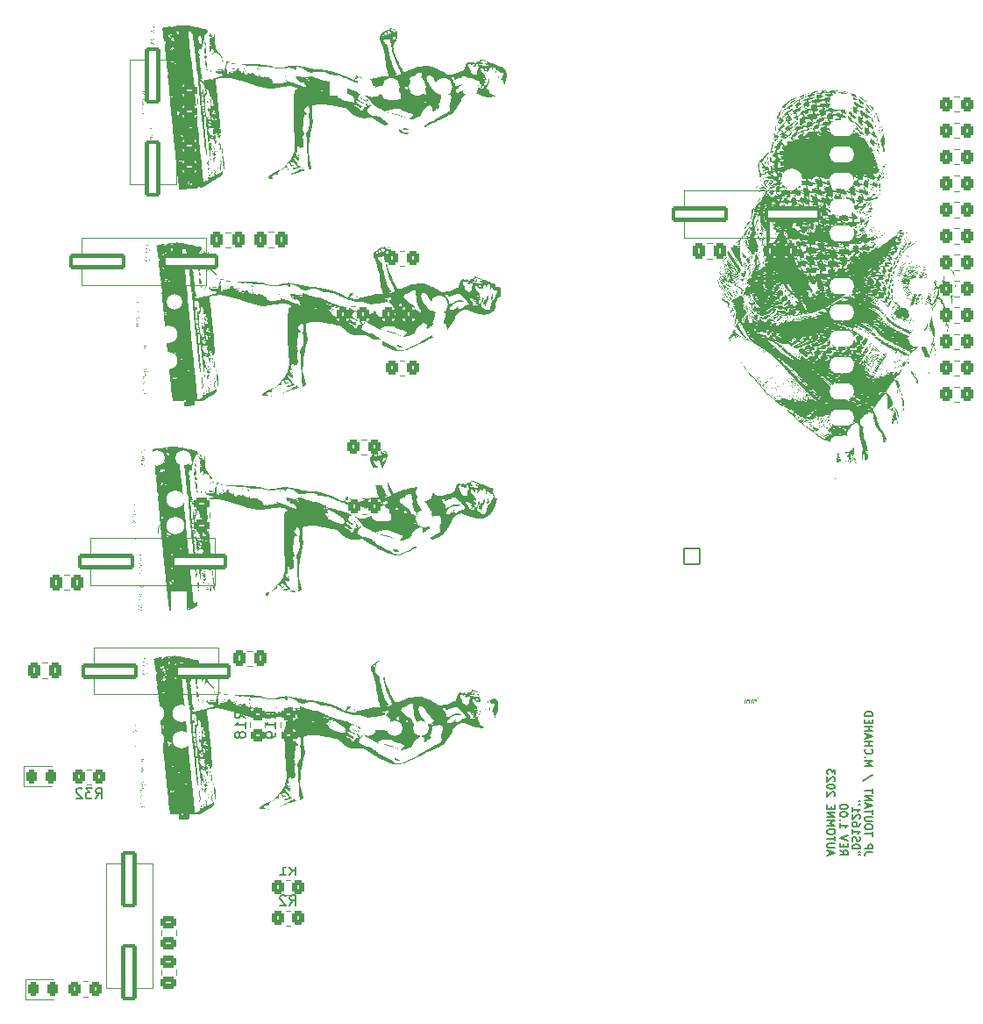
<source format=gbr>
%TF.GenerationSoftware,KiCad,Pcbnew,7.0.7*%
%TF.CreationDate,2023-11-05T16:16:46-05:00*%
%TF.ProjectId,MaisonEtape1,4d616973-6f6e-4457-9461-7065312e6b69,rev?*%
%TF.SameCoordinates,Original*%
%TF.FileFunction,Legend,Bot*%
%TF.FilePolarity,Positive*%
%FSLAX46Y46*%
G04 Gerber Fmt 4.6, Leading zero omitted, Abs format (unit mm)*
G04 Created by KiCad (PCBNEW 7.0.7) date 2023-11-05 16:16:46*
%MOMM*%
%LPD*%
G01*
G04 APERTURE LIST*
G04 Aperture macros list*
%AMRoundRect*
0 Rectangle with rounded corners*
0 $1 Rounding radius*
0 $2 $3 $4 $5 $6 $7 $8 $9 X,Y pos of 4 corners*
0 Add a 4 corners polygon primitive as box body*
4,1,4,$2,$3,$4,$5,$6,$7,$8,$9,$2,$3,0*
0 Add four circle primitives for the rounded corners*
1,1,$1+$1,$2,$3*
1,1,$1+$1,$4,$5*
1,1,$1+$1,$6,$7*
1,1,$1+$1,$8,$9*
0 Add four rect primitives between the rounded corners*
20,1,$1+$1,$2,$3,$4,$5,0*
20,1,$1+$1,$4,$5,$6,$7,0*
20,1,$1+$1,$6,$7,$8,$9,0*
20,1,$1+$1,$8,$9,$2,$3,0*%
%AMFreePoly0*
4,1,5,0.762000,-1.524000,-0.762000,-1.524000,-0.762000,1.524000,0.762000,1.524000,0.762000,-1.524000,0.762000,-1.524000,$1*%
%AMFreePoly1*
4,1,5,0.762000,-1.200000,-0.762000,-1.200000,-0.762000,1.200000,0.762000,1.200000,0.762000,-1.200000,0.762000,-1.200000,$1*%
%AMFreePoly2*
4,1,5,0.762000,-1.050000,-0.762000,-1.050000,-0.762000,1.050000,0.762000,1.050000,0.762000,-1.050000,0.762000,-1.050000,$1*%
%AMFreePoly3*
4,1,5,0.762000,-1.000000,-0.762000,-1.000000,-0.762000,1.000000,0.762000,1.000000,0.762000,-1.000000,0.762000,-1.000000,$1*%
G04 Aperture macros list end*
%ADD10C,0.100000*%
%ADD11C,0.187500*%
%ADD12C,0.150000*%
%ADD13C,0.300000*%
%ADD14C,0.120000*%
%ADD15FreePoly0,180.000000*%
%ADD16FreePoly1,180.000000*%
%ADD17R,1.700000X1.700000*%
%ADD18O,1.700000X1.700000*%
%ADD19C,1.750000*%
%ADD20C,0.800000*%
%ADD21C,6.400000*%
%ADD22FreePoly0,0.000000*%
%ADD23FreePoly2,0.000000*%
%ADD24R,2.000000X2.000000*%
%ADD25C,2.000000*%
%ADD26R,2.400000X1.600000*%
%ADD27O,2.400000X1.600000*%
%ADD28RoundRect,0.102000X-0.765000X-0.765000X0.765000X-0.765000X0.765000X0.765000X-0.765000X0.765000X0*%
%ADD29C,1.734000*%
%ADD30FreePoly3,0.000000*%
%ADD31C,1.500000*%
%ADD32R,1.905000X2.000000*%
%ADD33O,1.905000X2.000000*%
%ADD34FreePoly0,270.000000*%
%ADD35R,1.600000X1.600000*%
%ADD36O,1.600000X1.600000*%
%ADD37RoundRect,0.250000X0.350000X0.450000X-0.350000X0.450000X-0.350000X-0.450000X0.350000X-0.450000X0*%
%ADD38RoundRect,0.250000X-0.350000X-0.450000X0.350000X-0.450000X0.350000X0.450000X-0.350000X0.450000X0*%
%ADD39RoundRect,0.243750X-0.243750X-0.456250X0.243750X-0.456250X0.243750X0.456250X-0.243750X0.456250X0*%
%ADD40RoundRect,0.187500X0.562500X-2.562500X0.562500X2.562500X-0.562500X2.562500X-0.562500X-2.562500X0*%
%ADD41RoundRect,0.187500X2.562500X0.562500X-2.562500X0.562500X-2.562500X-0.562500X2.562500X-0.562500X0*%
%ADD42RoundRect,0.187500X-0.562500X2.562500X-0.562500X-2.562500X0.562500X-2.562500X0.562500X2.562500X0*%
%ADD43RoundRect,0.250000X0.475000X-0.337500X0.475000X0.337500X-0.475000X0.337500X-0.475000X-0.337500X0*%
%ADD44RoundRect,0.250000X-0.450000X0.350000X-0.450000X-0.350000X0.450000X-0.350000X0.450000X0.350000X0*%
%ADD45RoundRect,0.250000X-0.475000X0.337500X-0.475000X-0.337500X0.475000X-0.337500X0.475000X0.337500X0*%
%ADD46RoundRect,0.250000X-0.337500X-0.475000X0.337500X-0.475000X0.337500X0.475000X-0.337500X0.475000X0*%
%ADD47RoundRect,0.250000X0.337500X0.475000X-0.337500X0.475000X-0.337500X-0.475000X0.337500X-0.475000X0*%
G04 APERTURE END LIST*
D10*
X167313258Y-108391609D02*
X167598972Y-108391609D01*
X167456115Y-108391609D02*
X167456115Y-107891609D01*
X167456115Y-107891609D02*
X167503734Y-107963038D01*
X167503734Y-107963038D02*
X167551353Y-108010657D01*
X167551353Y-108010657D02*
X167598972Y-108034466D01*
X167003735Y-107891609D02*
X166956116Y-107891609D01*
X166956116Y-107891609D02*
X166908497Y-107915419D01*
X166908497Y-107915419D02*
X166884687Y-107939228D01*
X166884687Y-107939228D02*
X166860878Y-107986847D01*
X166860878Y-107986847D02*
X166837068Y-108082085D01*
X166837068Y-108082085D02*
X166837068Y-108201133D01*
X166837068Y-108201133D02*
X166860878Y-108296371D01*
X166860878Y-108296371D02*
X166884687Y-108343990D01*
X166884687Y-108343990D02*
X166908497Y-108367800D01*
X166908497Y-108367800D02*
X166956116Y-108391609D01*
X166956116Y-108391609D02*
X167003735Y-108391609D01*
X167003735Y-108391609D02*
X167051354Y-108367800D01*
X167051354Y-108367800D02*
X167075163Y-108343990D01*
X167075163Y-108343990D02*
X167098973Y-108296371D01*
X167098973Y-108296371D02*
X167122782Y-108201133D01*
X167122782Y-108201133D02*
X167122782Y-108082085D01*
X167122782Y-108082085D02*
X167098973Y-107986847D01*
X167098973Y-107986847D02*
X167075163Y-107939228D01*
X167075163Y-107939228D02*
X167051354Y-107915419D01*
X167051354Y-107915419D02*
X167003735Y-107891609D01*
X166670402Y-108391609D02*
X166408497Y-108058276D01*
X166670402Y-108058276D02*
X166408497Y-108391609D01*
X165956116Y-108391609D02*
X166241830Y-108391609D01*
X166098973Y-108391609D02*
X166098973Y-107891609D01*
X166098973Y-107891609D02*
X166146592Y-107963038D01*
X166146592Y-107963038D02*
X166194211Y-108010657D01*
X166194211Y-108010657D02*
X166241830Y-108034466D01*
X165503736Y-107891609D02*
X165741831Y-107891609D01*
X165741831Y-107891609D02*
X165765640Y-108129704D01*
X165765640Y-108129704D02*
X165741831Y-108105895D01*
X165741831Y-108105895D02*
X165694212Y-108082085D01*
X165694212Y-108082085D02*
X165575164Y-108082085D01*
X165575164Y-108082085D02*
X165527545Y-108105895D01*
X165527545Y-108105895D02*
X165503736Y-108129704D01*
X165503736Y-108129704D02*
X165479926Y-108177323D01*
X165479926Y-108177323D02*
X165479926Y-108296371D01*
X165479926Y-108296371D02*
X165503736Y-108343990D01*
X165503736Y-108343990D02*
X165527545Y-108367800D01*
X165527545Y-108367800D02*
X165575164Y-108391609D01*
X165575164Y-108391609D02*
X165694212Y-108391609D01*
X165694212Y-108391609D02*
X165741831Y-108367800D01*
X165741831Y-108367800D02*
X165765640Y-108343990D01*
X165265641Y-108391609D02*
X165265641Y-108058276D01*
X165265641Y-108105895D02*
X165241831Y-108082085D01*
X165241831Y-108082085D02*
X165194212Y-108058276D01*
X165194212Y-108058276D02*
X165122784Y-108058276D01*
X165122784Y-108058276D02*
X165075165Y-108082085D01*
X165075165Y-108082085D02*
X165051355Y-108129704D01*
X165051355Y-108129704D02*
X165051355Y-108391609D01*
X165051355Y-108129704D02*
X165027546Y-108082085D01*
X165027546Y-108082085D02*
X164979927Y-108058276D01*
X164979927Y-108058276D02*
X164908498Y-108058276D01*
X164908498Y-108058276D02*
X164860879Y-108082085D01*
X164860879Y-108082085D02*
X164837069Y-108129704D01*
X164837069Y-108129704D02*
X164837069Y-108391609D01*
X164598974Y-108391609D02*
X164598974Y-108058276D01*
X164598974Y-108105895D02*
X164575164Y-108082085D01*
X164575164Y-108082085D02*
X164527545Y-108058276D01*
X164527545Y-108058276D02*
X164456117Y-108058276D01*
X164456117Y-108058276D02*
X164408498Y-108082085D01*
X164408498Y-108082085D02*
X164384688Y-108129704D01*
X164384688Y-108129704D02*
X164384688Y-108391609D01*
X164384688Y-108129704D02*
X164360879Y-108082085D01*
X164360879Y-108082085D02*
X164313260Y-108058276D01*
X164313260Y-108058276D02*
X164241831Y-108058276D01*
X164241831Y-108058276D02*
X164194212Y-108082085D01*
X164194212Y-108082085D02*
X164170402Y-108129704D01*
X164170402Y-108129704D02*
X164170402Y-108391609D01*
D11*
X176559035Y-122800787D02*
X176023321Y-122800787D01*
X176023321Y-122800787D02*
X175916178Y-122836502D01*
X175916178Y-122836502D02*
X175844750Y-122907930D01*
X175844750Y-122907930D02*
X175809035Y-123015073D01*
X175809035Y-123015073D02*
X175809035Y-123086502D01*
X175809035Y-122443644D02*
X176559035Y-122443644D01*
X176559035Y-122443644D02*
X176559035Y-122157930D01*
X176559035Y-122157930D02*
X176523321Y-122086501D01*
X176523321Y-122086501D02*
X176487607Y-122050787D01*
X176487607Y-122050787D02*
X176416178Y-122015073D01*
X176416178Y-122015073D02*
X176309035Y-122015073D01*
X176309035Y-122015073D02*
X176237607Y-122050787D01*
X176237607Y-122050787D02*
X176201892Y-122086501D01*
X176201892Y-122086501D02*
X176166178Y-122157930D01*
X176166178Y-122157930D02*
X176166178Y-122443644D01*
X176559035Y-121229358D02*
X176559035Y-120800787D01*
X175809035Y-121015072D02*
X176559035Y-121015072D01*
X176559035Y-120407929D02*
X176559035Y-120265072D01*
X176559035Y-120265072D02*
X176523321Y-120193643D01*
X176523321Y-120193643D02*
X176451892Y-120122215D01*
X176451892Y-120122215D02*
X176309035Y-120086500D01*
X176309035Y-120086500D02*
X176059035Y-120086500D01*
X176059035Y-120086500D02*
X175916178Y-120122215D01*
X175916178Y-120122215D02*
X175844750Y-120193643D01*
X175844750Y-120193643D02*
X175809035Y-120265072D01*
X175809035Y-120265072D02*
X175809035Y-120407929D01*
X175809035Y-120407929D02*
X175844750Y-120479358D01*
X175844750Y-120479358D02*
X175916178Y-120550786D01*
X175916178Y-120550786D02*
X176059035Y-120586500D01*
X176059035Y-120586500D02*
X176309035Y-120586500D01*
X176309035Y-120586500D02*
X176451892Y-120550786D01*
X176451892Y-120550786D02*
X176523321Y-120479358D01*
X176523321Y-120479358D02*
X176559035Y-120407929D01*
X176559035Y-119765072D02*
X175951892Y-119765072D01*
X175951892Y-119765072D02*
X175880464Y-119729358D01*
X175880464Y-119729358D02*
X175844750Y-119693644D01*
X175844750Y-119693644D02*
X175809035Y-119622215D01*
X175809035Y-119622215D02*
X175809035Y-119479358D01*
X175809035Y-119479358D02*
X175844750Y-119407929D01*
X175844750Y-119407929D02*
X175880464Y-119372215D01*
X175880464Y-119372215D02*
X175951892Y-119336501D01*
X175951892Y-119336501D02*
X176559035Y-119336501D01*
X176559035Y-119086501D02*
X176559035Y-118657930D01*
X175809035Y-118872215D02*
X176559035Y-118872215D01*
X176023321Y-118443643D02*
X176023321Y-118086501D01*
X175809035Y-118515072D02*
X176559035Y-118265072D01*
X176559035Y-118265072D02*
X175809035Y-118015072D01*
X175809035Y-117765072D02*
X176559035Y-117765072D01*
X176559035Y-117765072D02*
X175809035Y-117336501D01*
X175809035Y-117336501D02*
X176559035Y-117336501D01*
X176559035Y-117086501D02*
X176559035Y-116657930D01*
X175809035Y-116872215D02*
X176559035Y-116872215D01*
X176594750Y-115300786D02*
X175630464Y-115943643D01*
X175809035Y-114479357D02*
X176559035Y-114479357D01*
X176559035Y-114479357D02*
X176023321Y-114229357D01*
X176023321Y-114229357D02*
X176559035Y-113979357D01*
X176559035Y-113979357D02*
X175809035Y-113979357D01*
X175880464Y-113622214D02*
X175844750Y-113586500D01*
X175844750Y-113586500D02*
X175809035Y-113622214D01*
X175809035Y-113622214D02*
X175844750Y-113657928D01*
X175844750Y-113657928D02*
X175880464Y-113622214D01*
X175880464Y-113622214D02*
X175809035Y-113622214D01*
X175880464Y-112836500D02*
X175844750Y-112872214D01*
X175844750Y-112872214D02*
X175809035Y-112979357D01*
X175809035Y-112979357D02*
X175809035Y-113050785D01*
X175809035Y-113050785D02*
X175844750Y-113157928D01*
X175844750Y-113157928D02*
X175916178Y-113229357D01*
X175916178Y-113229357D02*
X175987607Y-113265071D01*
X175987607Y-113265071D02*
X176130464Y-113300785D01*
X176130464Y-113300785D02*
X176237607Y-113300785D01*
X176237607Y-113300785D02*
X176380464Y-113265071D01*
X176380464Y-113265071D02*
X176451892Y-113229357D01*
X176451892Y-113229357D02*
X176523321Y-113157928D01*
X176523321Y-113157928D02*
X176559035Y-113050785D01*
X176559035Y-113050785D02*
X176559035Y-112979357D01*
X176559035Y-112979357D02*
X176523321Y-112872214D01*
X176523321Y-112872214D02*
X176487607Y-112836500D01*
X175809035Y-112515071D02*
X176559035Y-112515071D01*
X176201892Y-112515071D02*
X176201892Y-112086500D01*
X175809035Y-112086500D02*
X176559035Y-112086500D01*
X176023321Y-111765071D02*
X176023321Y-111407929D01*
X175809035Y-111836500D02*
X176559035Y-111586500D01*
X176559035Y-111586500D02*
X175809035Y-111336500D01*
X175809035Y-111086500D02*
X176559035Y-111086500D01*
X176201892Y-111086500D02*
X176201892Y-110657929D01*
X175809035Y-110657929D02*
X176559035Y-110657929D01*
X176201892Y-110300786D02*
X176201892Y-110050786D01*
X175809035Y-109943643D02*
X175809035Y-110300786D01*
X175809035Y-110300786D02*
X176559035Y-110300786D01*
X176559035Y-110300786D02*
X176559035Y-109943643D01*
X175809035Y-109622215D02*
X176559035Y-109622215D01*
X176559035Y-109622215D02*
X176559035Y-109443644D01*
X176559035Y-109443644D02*
X176523321Y-109336501D01*
X176523321Y-109336501D02*
X176451892Y-109265072D01*
X176451892Y-109265072D02*
X176380464Y-109229358D01*
X176380464Y-109229358D02*
X176237607Y-109193644D01*
X176237607Y-109193644D02*
X176130464Y-109193644D01*
X176130464Y-109193644D02*
X175987607Y-109229358D01*
X175987607Y-109229358D02*
X175916178Y-109265072D01*
X175916178Y-109265072D02*
X175844750Y-109336501D01*
X175844750Y-109336501D02*
X175809035Y-109443644D01*
X175809035Y-109443644D02*
X175809035Y-109622215D01*
X175351535Y-123050787D02*
X175208678Y-123050787D01*
X175351535Y-122765073D02*
X175208678Y-122765073D01*
X174601535Y-122443644D02*
X175351535Y-122443644D01*
X175351535Y-122443644D02*
X175351535Y-122265073D01*
X175351535Y-122265073D02*
X175315821Y-122157930D01*
X175315821Y-122157930D02*
X175244392Y-122086501D01*
X175244392Y-122086501D02*
X175172964Y-122050787D01*
X175172964Y-122050787D02*
X175030107Y-122015073D01*
X175030107Y-122015073D02*
X174922964Y-122015073D01*
X174922964Y-122015073D02*
X174780107Y-122050787D01*
X174780107Y-122050787D02*
X174708678Y-122086501D01*
X174708678Y-122086501D02*
X174637250Y-122157930D01*
X174637250Y-122157930D02*
X174601535Y-122265073D01*
X174601535Y-122265073D02*
X174601535Y-122443644D01*
X174637250Y-121729358D02*
X174601535Y-121622216D01*
X174601535Y-121622216D02*
X174601535Y-121443644D01*
X174601535Y-121443644D02*
X174637250Y-121372216D01*
X174637250Y-121372216D02*
X174672964Y-121336501D01*
X174672964Y-121336501D02*
X174744392Y-121300787D01*
X174744392Y-121300787D02*
X174815821Y-121300787D01*
X174815821Y-121300787D02*
X174887250Y-121336501D01*
X174887250Y-121336501D02*
X174922964Y-121372216D01*
X174922964Y-121372216D02*
X174958678Y-121443644D01*
X174958678Y-121443644D02*
X174994392Y-121586501D01*
X174994392Y-121586501D02*
X175030107Y-121657930D01*
X175030107Y-121657930D02*
X175065821Y-121693644D01*
X175065821Y-121693644D02*
X175137250Y-121729358D01*
X175137250Y-121729358D02*
X175208678Y-121729358D01*
X175208678Y-121729358D02*
X175280107Y-121693644D01*
X175280107Y-121693644D02*
X175315821Y-121657930D01*
X175315821Y-121657930D02*
X175351535Y-121586501D01*
X175351535Y-121586501D02*
X175351535Y-121407930D01*
X175351535Y-121407930D02*
X175315821Y-121300787D01*
X174601535Y-120586501D02*
X174601535Y-121015072D01*
X174601535Y-120800787D02*
X175351535Y-120800787D01*
X175351535Y-120800787D02*
X175244392Y-120872215D01*
X175244392Y-120872215D02*
X175172964Y-120943644D01*
X175172964Y-120943644D02*
X175137250Y-121015072D01*
X175351535Y-119943644D02*
X175351535Y-120086501D01*
X175351535Y-120086501D02*
X175315821Y-120157929D01*
X175315821Y-120157929D02*
X175280107Y-120193644D01*
X175280107Y-120193644D02*
X175172964Y-120265072D01*
X175172964Y-120265072D02*
X175030107Y-120300786D01*
X175030107Y-120300786D02*
X174744392Y-120300786D01*
X174744392Y-120300786D02*
X174672964Y-120265072D01*
X174672964Y-120265072D02*
X174637250Y-120229358D01*
X174637250Y-120229358D02*
X174601535Y-120157929D01*
X174601535Y-120157929D02*
X174601535Y-120015072D01*
X174601535Y-120015072D02*
X174637250Y-119943644D01*
X174637250Y-119943644D02*
X174672964Y-119907929D01*
X174672964Y-119907929D02*
X174744392Y-119872215D01*
X174744392Y-119872215D02*
X174922964Y-119872215D01*
X174922964Y-119872215D02*
X174994392Y-119907929D01*
X174994392Y-119907929D02*
X175030107Y-119943644D01*
X175030107Y-119943644D02*
X175065821Y-120015072D01*
X175065821Y-120015072D02*
X175065821Y-120157929D01*
X175065821Y-120157929D02*
X175030107Y-120229358D01*
X175030107Y-120229358D02*
X174994392Y-120265072D01*
X174994392Y-120265072D02*
X174922964Y-120300786D01*
X175280107Y-119586500D02*
X175315821Y-119550786D01*
X175315821Y-119550786D02*
X175351535Y-119479358D01*
X175351535Y-119479358D02*
X175351535Y-119300786D01*
X175351535Y-119300786D02*
X175315821Y-119229358D01*
X175315821Y-119229358D02*
X175280107Y-119193643D01*
X175280107Y-119193643D02*
X175208678Y-119157929D01*
X175208678Y-119157929D02*
X175137250Y-119157929D01*
X175137250Y-119157929D02*
X175030107Y-119193643D01*
X175030107Y-119193643D02*
X174601535Y-119622215D01*
X174601535Y-119622215D02*
X174601535Y-119157929D01*
X174601535Y-118443643D02*
X174601535Y-118872214D01*
X174601535Y-118657929D02*
X175351535Y-118657929D01*
X175351535Y-118657929D02*
X175244392Y-118729357D01*
X175244392Y-118729357D02*
X175172964Y-118800786D01*
X175172964Y-118800786D02*
X175137250Y-118872214D01*
X175351535Y-118157928D02*
X175208678Y-118157928D01*
X175351535Y-117872214D02*
X175208678Y-117872214D01*
X173394035Y-122586502D02*
X173751178Y-122836502D01*
X173394035Y-123015073D02*
X174144035Y-123015073D01*
X174144035Y-123015073D02*
X174144035Y-122729359D01*
X174144035Y-122729359D02*
X174108321Y-122657930D01*
X174108321Y-122657930D02*
X174072607Y-122622216D01*
X174072607Y-122622216D02*
X174001178Y-122586502D01*
X174001178Y-122586502D02*
X173894035Y-122586502D01*
X173894035Y-122586502D02*
X173822607Y-122622216D01*
X173822607Y-122622216D02*
X173786892Y-122657930D01*
X173786892Y-122657930D02*
X173751178Y-122729359D01*
X173751178Y-122729359D02*
X173751178Y-123015073D01*
X173786892Y-122265073D02*
X173786892Y-122015073D01*
X173394035Y-121907930D02*
X173394035Y-122265073D01*
X173394035Y-122265073D02*
X174144035Y-122265073D01*
X174144035Y-122265073D02*
X174144035Y-121907930D01*
X174144035Y-121693645D02*
X173394035Y-121443645D01*
X173394035Y-121443645D02*
X174144035Y-121193645D01*
X173394035Y-119979359D02*
X173394035Y-120407930D01*
X173394035Y-120193645D02*
X174144035Y-120193645D01*
X174144035Y-120193645D02*
X174036892Y-120265073D01*
X174036892Y-120265073D02*
X173965464Y-120336502D01*
X173965464Y-120336502D02*
X173929750Y-120407930D01*
X173465464Y-119657930D02*
X173429750Y-119622216D01*
X173429750Y-119622216D02*
X173394035Y-119657930D01*
X173394035Y-119657930D02*
X173429750Y-119693644D01*
X173429750Y-119693644D02*
X173465464Y-119657930D01*
X173465464Y-119657930D02*
X173394035Y-119657930D01*
X174144035Y-119157930D02*
X174144035Y-119086501D01*
X174144035Y-119086501D02*
X174108321Y-119015073D01*
X174108321Y-119015073D02*
X174072607Y-118979359D01*
X174072607Y-118979359D02*
X174001178Y-118943644D01*
X174001178Y-118943644D02*
X173858321Y-118907930D01*
X173858321Y-118907930D02*
X173679750Y-118907930D01*
X173679750Y-118907930D02*
X173536892Y-118943644D01*
X173536892Y-118943644D02*
X173465464Y-118979359D01*
X173465464Y-118979359D02*
X173429750Y-119015073D01*
X173429750Y-119015073D02*
X173394035Y-119086501D01*
X173394035Y-119086501D02*
X173394035Y-119157930D01*
X173394035Y-119157930D02*
X173429750Y-119229359D01*
X173429750Y-119229359D02*
X173465464Y-119265073D01*
X173465464Y-119265073D02*
X173536892Y-119300787D01*
X173536892Y-119300787D02*
X173679750Y-119336501D01*
X173679750Y-119336501D02*
X173858321Y-119336501D01*
X173858321Y-119336501D02*
X174001178Y-119300787D01*
X174001178Y-119300787D02*
X174072607Y-119265073D01*
X174072607Y-119265073D02*
X174108321Y-119229359D01*
X174108321Y-119229359D02*
X174144035Y-119157930D01*
X174144035Y-118443644D02*
X174144035Y-118372215D01*
X174144035Y-118372215D02*
X174108321Y-118300787D01*
X174108321Y-118300787D02*
X174072607Y-118265073D01*
X174072607Y-118265073D02*
X174001178Y-118229358D01*
X174001178Y-118229358D02*
X173858321Y-118193644D01*
X173858321Y-118193644D02*
X173679750Y-118193644D01*
X173679750Y-118193644D02*
X173536892Y-118229358D01*
X173536892Y-118229358D02*
X173465464Y-118265073D01*
X173465464Y-118265073D02*
X173429750Y-118300787D01*
X173429750Y-118300787D02*
X173394035Y-118372215D01*
X173394035Y-118372215D02*
X173394035Y-118443644D01*
X173394035Y-118443644D02*
X173429750Y-118515073D01*
X173429750Y-118515073D02*
X173465464Y-118550787D01*
X173465464Y-118550787D02*
X173536892Y-118586501D01*
X173536892Y-118586501D02*
X173679750Y-118622215D01*
X173679750Y-118622215D02*
X173858321Y-118622215D01*
X173858321Y-118622215D02*
X174001178Y-118586501D01*
X174001178Y-118586501D02*
X174072607Y-118550787D01*
X174072607Y-118550787D02*
X174108321Y-118515073D01*
X174108321Y-118515073D02*
X174144035Y-118443644D01*
X172400821Y-123050787D02*
X172400821Y-122693645D01*
X172186535Y-123122216D02*
X172936535Y-122872216D01*
X172936535Y-122872216D02*
X172186535Y-122622216D01*
X172936535Y-122372216D02*
X172329392Y-122372216D01*
X172329392Y-122372216D02*
X172257964Y-122336502D01*
X172257964Y-122336502D02*
X172222250Y-122300788D01*
X172222250Y-122300788D02*
X172186535Y-122229359D01*
X172186535Y-122229359D02*
X172186535Y-122086502D01*
X172186535Y-122086502D02*
X172222250Y-122015073D01*
X172222250Y-122015073D02*
X172257964Y-121979359D01*
X172257964Y-121979359D02*
X172329392Y-121943645D01*
X172329392Y-121943645D02*
X172936535Y-121943645D01*
X172936535Y-121693645D02*
X172936535Y-121265074D01*
X172186535Y-121479359D02*
X172936535Y-121479359D01*
X172936535Y-120872216D02*
X172936535Y-120729359D01*
X172936535Y-120729359D02*
X172900821Y-120657930D01*
X172900821Y-120657930D02*
X172829392Y-120586502D01*
X172829392Y-120586502D02*
X172686535Y-120550787D01*
X172686535Y-120550787D02*
X172436535Y-120550787D01*
X172436535Y-120550787D02*
X172293678Y-120586502D01*
X172293678Y-120586502D02*
X172222250Y-120657930D01*
X172222250Y-120657930D02*
X172186535Y-120729359D01*
X172186535Y-120729359D02*
X172186535Y-120872216D01*
X172186535Y-120872216D02*
X172222250Y-120943645D01*
X172222250Y-120943645D02*
X172293678Y-121015073D01*
X172293678Y-121015073D02*
X172436535Y-121050787D01*
X172436535Y-121050787D02*
X172686535Y-121050787D01*
X172686535Y-121050787D02*
X172829392Y-121015073D01*
X172829392Y-121015073D02*
X172900821Y-120943645D01*
X172900821Y-120943645D02*
X172936535Y-120872216D01*
X172186535Y-120229359D02*
X172936535Y-120229359D01*
X172936535Y-120229359D02*
X172400821Y-119979359D01*
X172400821Y-119979359D02*
X172936535Y-119729359D01*
X172936535Y-119729359D02*
X172186535Y-119729359D01*
X172186535Y-119372216D02*
X172936535Y-119372216D01*
X172936535Y-119372216D02*
X172186535Y-118943645D01*
X172186535Y-118943645D02*
X172936535Y-118943645D01*
X172579392Y-118586502D02*
X172579392Y-118336502D01*
X172186535Y-118229359D02*
X172186535Y-118586502D01*
X172186535Y-118586502D02*
X172936535Y-118586502D01*
X172936535Y-118586502D02*
X172936535Y-118229359D01*
X172865107Y-117372216D02*
X172900821Y-117336502D01*
X172900821Y-117336502D02*
X172936535Y-117265074D01*
X172936535Y-117265074D02*
X172936535Y-117086502D01*
X172936535Y-117086502D02*
X172900821Y-117015074D01*
X172900821Y-117015074D02*
X172865107Y-116979359D01*
X172865107Y-116979359D02*
X172793678Y-116943645D01*
X172793678Y-116943645D02*
X172722250Y-116943645D01*
X172722250Y-116943645D02*
X172615107Y-116979359D01*
X172615107Y-116979359D02*
X172186535Y-117407931D01*
X172186535Y-117407931D02*
X172186535Y-116943645D01*
X172936535Y-116479359D02*
X172936535Y-116407930D01*
X172936535Y-116407930D02*
X172900821Y-116336502D01*
X172900821Y-116336502D02*
X172865107Y-116300788D01*
X172865107Y-116300788D02*
X172793678Y-116265073D01*
X172793678Y-116265073D02*
X172650821Y-116229359D01*
X172650821Y-116229359D02*
X172472250Y-116229359D01*
X172472250Y-116229359D02*
X172329392Y-116265073D01*
X172329392Y-116265073D02*
X172257964Y-116300788D01*
X172257964Y-116300788D02*
X172222250Y-116336502D01*
X172222250Y-116336502D02*
X172186535Y-116407930D01*
X172186535Y-116407930D02*
X172186535Y-116479359D01*
X172186535Y-116479359D02*
X172222250Y-116550788D01*
X172222250Y-116550788D02*
X172257964Y-116586502D01*
X172257964Y-116586502D02*
X172329392Y-116622216D01*
X172329392Y-116622216D02*
X172472250Y-116657930D01*
X172472250Y-116657930D02*
X172650821Y-116657930D01*
X172650821Y-116657930D02*
X172793678Y-116622216D01*
X172793678Y-116622216D02*
X172865107Y-116586502D01*
X172865107Y-116586502D02*
X172900821Y-116550788D01*
X172900821Y-116550788D02*
X172936535Y-116479359D01*
X172865107Y-115943644D02*
X172900821Y-115907930D01*
X172900821Y-115907930D02*
X172936535Y-115836502D01*
X172936535Y-115836502D02*
X172936535Y-115657930D01*
X172936535Y-115657930D02*
X172900821Y-115586502D01*
X172900821Y-115586502D02*
X172865107Y-115550787D01*
X172865107Y-115550787D02*
X172793678Y-115515073D01*
X172793678Y-115515073D02*
X172722250Y-115515073D01*
X172722250Y-115515073D02*
X172615107Y-115550787D01*
X172615107Y-115550787D02*
X172186535Y-115979359D01*
X172186535Y-115979359D02*
X172186535Y-115515073D01*
X172936535Y-115265073D02*
X172936535Y-114800787D01*
X172936535Y-114800787D02*
X172650821Y-115050787D01*
X172650821Y-115050787D02*
X172650821Y-114943644D01*
X172650821Y-114943644D02*
X172615107Y-114872216D01*
X172615107Y-114872216D02*
X172579392Y-114836501D01*
X172579392Y-114836501D02*
X172507964Y-114800787D01*
X172507964Y-114800787D02*
X172329392Y-114800787D01*
X172329392Y-114800787D02*
X172257964Y-114836501D01*
X172257964Y-114836501D02*
X172222250Y-114872216D01*
X172222250Y-114872216D02*
X172186535Y-114943644D01*
X172186535Y-114943644D02*
X172186535Y-115157930D01*
X172186535Y-115157930D02*
X172222250Y-115229358D01*
X172222250Y-115229358D02*
X172257964Y-115265073D01*
D12*
X120286866Y-124983819D02*
X120620199Y-124507628D01*
X120858294Y-124983819D02*
X120858294Y-123983819D01*
X120858294Y-123983819D02*
X120477342Y-123983819D01*
X120477342Y-123983819D02*
X120382104Y-124031438D01*
X120382104Y-124031438D02*
X120334485Y-124079057D01*
X120334485Y-124079057D02*
X120286866Y-124174295D01*
X120286866Y-124174295D02*
X120286866Y-124317152D01*
X120286866Y-124317152D02*
X120334485Y-124412390D01*
X120334485Y-124412390D02*
X120382104Y-124460009D01*
X120382104Y-124460009D02*
X120477342Y-124507628D01*
X120477342Y-124507628D02*
X120858294Y-124507628D01*
X119334485Y-124983819D02*
X119905913Y-124983819D01*
X119620199Y-124983819D02*
X119620199Y-123983819D01*
X119620199Y-123983819D02*
X119715437Y-124126676D01*
X119715437Y-124126676D02*
X119810675Y-124221914D01*
X119810675Y-124221914D02*
X119905913Y-124269533D01*
X101541957Y-117605819D02*
X101875290Y-117129628D01*
X102113385Y-117605819D02*
X102113385Y-116605819D01*
X102113385Y-116605819D02*
X101732433Y-116605819D01*
X101732433Y-116605819D02*
X101637195Y-116653438D01*
X101637195Y-116653438D02*
X101589576Y-116701057D01*
X101589576Y-116701057D02*
X101541957Y-116796295D01*
X101541957Y-116796295D02*
X101541957Y-116939152D01*
X101541957Y-116939152D02*
X101589576Y-117034390D01*
X101589576Y-117034390D02*
X101637195Y-117082009D01*
X101637195Y-117082009D02*
X101732433Y-117129628D01*
X101732433Y-117129628D02*
X102113385Y-117129628D01*
X101208623Y-116605819D02*
X100589576Y-116605819D01*
X100589576Y-116605819D02*
X100922909Y-116986771D01*
X100922909Y-116986771D02*
X100780052Y-116986771D01*
X100780052Y-116986771D02*
X100684814Y-117034390D01*
X100684814Y-117034390D02*
X100637195Y-117082009D01*
X100637195Y-117082009D02*
X100589576Y-117177247D01*
X100589576Y-117177247D02*
X100589576Y-117415342D01*
X100589576Y-117415342D02*
X100637195Y-117510580D01*
X100637195Y-117510580D02*
X100684814Y-117558200D01*
X100684814Y-117558200D02*
X100780052Y-117605819D01*
X100780052Y-117605819D02*
X101065766Y-117605819D01*
X101065766Y-117605819D02*
X101161004Y-117558200D01*
X101161004Y-117558200D02*
X101208623Y-117510580D01*
X100208623Y-116701057D02*
X100161004Y-116653438D01*
X100161004Y-116653438D02*
X100065766Y-116605819D01*
X100065766Y-116605819D02*
X99827671Y-116605819D01*
X99827671Y-116605819D02*
X99732433Y-116653438D01*
X99732433Y-116653438D02*
X99684814Y-116701057D01*
X99684814Y-116701057D02*
X99637195Y-116796295D01*
X99637195Y-116796295D02*
X99637195Y-116891533D01*
X99637195Y-116891533D02*
X99684814Y-117034390D01*
X99684814Y-117034390D02*
X100256242Y-117605819D01*
X100256242Y-117605819D02*
X99637195Y-117605819D01*
X115989819Y-109847142D02*
X115513628Y-109513809D01*
X115989819Y-109275714D02*
X114989819Y-109275714D01*
X114989819Y-109275714D02*
X114989819Y-109656666D01*
X114989819Y-109656666D02*
X115037438Y-109751904D01*
X115037438Y-109751904D02*
X115085057Y-109799523D01*
X115085057Y-109799523D02*
X115180295Y-109847142D01*
X115180295Y-109847142D02*
X115323152Y-109847142D01*
X115323152Y-109847142D02*
X115418390Y-109799523D01*
X115418390Y-109799523D02*
X115466009Y-109751904D01*
X115466009Y-109751904D02*
X115513628Y-109656666D01*
X115513628Y-109656666D02*
X115513628Y-109275714D01*
X115989819Y-110799523D02*
X115989819Y-110228095D01*
X115989819Y-110513809D02*
X114989819Y-110513809D01*
X114989819Y-110513809D02*
X115132676Y-110418571D01*
X115132676Y-110418571D02*
X115227914Y-110323333D01*
X115227914Y-110323333D02*
X115275533Y-110228095D01*
X115418390Y-111370952D02*
X115370771Y-111275714D01*
X115370771Y-111275714D02*
X115323152Y-111228095D01*
X115323152Y-111228095D02*
X115227914Y-111180476D01*
X115227914Y-111180476D02*
X115180295Y-111180476D01*
X115180295Y-111180476D02*
X115085057Y-111228095D01*
X115085057Y-111228095D02*
X115037438Y-111275714D01*
X115037438Y-111275714D02*
X114989819Y-111370952D01*
X114989819Y-111370952D02*
X114989819Y-111561428D01*
X114989819Y-111561428D02*
X115037438Y-111656666D01*
X115037438Y-111656666D02*
X115085057Y-111704285D01*
X115085057Y-111704285D02*
X115180295Y-111751904D01*
X115180295Y-111751904D02*
X115227914Y-111751904D01*
X115227914Y-111751904D02*
X115323152Y-111704285D01*
X115323152Y-111704285D02*
X115370771Y-111656666D01*
X115370771Y-111656666D02*
X115418390Y-111561428D01*
X115418390Y-111561428D02*
X115418390Y-111370952D01*
X115418390Y-111370952D02*
X115466009Y-111275714D01*
X115466009Y-111275714D02*
X115513628Y-111228095D01*
X115513628Y-111228095D02*
X115608866Y-111180476D01*
X115608866Y-111180476D02*
X115799342Y-111180476D01*
X115799342Y-111180476D02*
X115894580Y-111228095D01*
X115894580Y-111228095D02*
X115942200Y-111275714D01*
X115942200Y-111275714D02*
X115989819Y-111370952D01*
X115989819Y-111370952D02*
X115989819Y-111561428D01*
X115989819Y-111561428D02*
X115942200Y-111656666D01*
X115942200Y-111656666D02*
X115894580Y-111704285D01*
X115894580Y-111704285D02*
X115799342Y-111751904D01*
X115799342Y-111751904D02*
X115608866Y-111751904D01*
X115608866Y-111751904D02*
X115513628Y-111704285D01*
X115513628Y-111704285D02*
X115466009Y-111656666D01*
X115466009Y-111656666D02*
X115418390Y-111561428D01*
X120286866Y-127933819D02*
X120620199Y-127457628D01*
X120858294Y-127933819D02*
X120858294Y-126933819D01*
X120858294Y-126933819D02*
X120477342Y-126933819D01*
X120477342Y-126933819D02*
X120382104Y-126981438D01*
X120382104Y-126981438D02*
X120334485Y-127029057D01*
X120334485Y-127029057D02*
X120286866Y-127124295D01*
X120286866Y-127124295D02*
X120286866Y-127267152D01*
X120286866Y-127267152D02*
X120334485Y-127362390D01*
X120334485Y-127362390D02*
X120382104Y-127410009D01*
X120382104Y-127410009D02*
X120477342Y-127457628D01*
X120477342Y-127457628D02*
X120858294Y-127457628D01*
X119905913Y-127029057D02*
X119858294Y-126981438D01*
X119858294Y-126981438D02*
X119763056Y-126933819D01*
X119763056Y-126933819D02*
X119524961Y-126933819D01*
X119524961Y-126933819D02*
X119429723Y-126981438D01*
X119429723Y-126981438D02*
X119382104Y-127029057D01*
X119382104Y-127029057D02*
X119334485Y-127124295D01*
X119334485Y-127124295D02*
X119334485Y-127219533D01*
X119334485Y-127219533D02*
X119382104Y-127362390D01*
X119382104Y-127362390D02*
X119953532Y-127933819D01*
X119953532Y-127933819D02*
X119334485Y-127933819D01*
D10*
X107537190Y-91473228D02*
X107537190Y-91949419D01*
X107870523Y-90949419D02*
X107537190Y-91473228D01*
X107537190Y-91473228D02*
X107203857Y-90949419D01*
X106918142Y-91044657D02*
X106870523Y-90997038D01*
X106870523Y-90997038D02*
X106775285Y-90949419D01*
X106775285Y-90949419D02*
X106537190Y-90949419D01*
X106537190Y-90949419D02*
X106441952Y-90997038D01*
X106441952Y-90997038D02*
X106394333Y-91044657D01*
X106394333Y-91044657D02*
X106346714Y-91139895D01*
X106346714Y-91139895D02*
X106346714Y-91235133D01*
X106346714Y-91235133D02*
X106394333Y-91377990D01*
X106394333Y-91377990D02*
X106965761Y-91949419D01*
X106965761Y-91949419D02*
X106346714Y-91949419D01*
D12*
X118939819Y-109847142D02*
X118463628Y-109513809D01*
X118939819Y-109275714D02*
X117939819Y-109275714D01*
X117939819Y-109275714D02*
X117939819Y-109656666D01*
X117939819Y-109656666D02*
X117987438Y-109751904D01*
X117987438Y-109751904D02*
X118035057Y-109799523D01*
X118035057Y-109799523D02*
X118130295Y-109847142D01*
X118130295Y-109847142D02*
X118273152Y-109847142D01*
X118273152Y-109847142D02*
X118368390Y-109799523D01*
X118368390Y-109799523D02*
X118416009Y-109751904D01*
X118416009Y-109751904D02*
X118463628Y-109656666D01*
X118463628Y-109656666D02*
X118463628Y-109275714D01*
X118939819Y-110799523D02*
X118939819Y-110228095D01*
X118939819Y-110513809D02*
X117939819Y-110513809D01*
X117939819Y-110513809D02*
X118082676Y-110418571D01*
X118082676Y-110418571D02*
X118177914Y-110323333D01*
X118177914Y-110323333D02*
X118225533Y-110228095D01*
X118939819Y-111275714D02*
X118939819Y-111466190D01*
X118939819Y-111466190D02*
X118892200Y-111561428D01*
X118892200Y-111561428D02*
X118844580Y-111609047D01*
X118844580Y-111609047D02*
X118701723Y-111704285D01*
X118701723Y-111704285D02*
X118511247Y-111751904D01*
X118511247Y-111751904D02*
X118130295Y-111751904D01*
X118130295Y-111751904D02*
X118035057Y-111704285D01*
X118035057Y-111704285D02*
X117987438Y-111656666D01*
X117987438Y-111656666D02*
X117939819Y-111561428D01*
X117939819Y-111561428D02*
X117939819Y-111370952D01*
X117939819Y-111370952D02*
X117987438Y-111275714D01*
X117987438Y-111275714D02*
X118035057Y-111228095D01*
X118035057Y-111228095D02*
X118130295Y-111180476D01*
X118130295Y-111180476D02*
X118368390Y-111180476D01*
X118368390Y-111180476D02*
X118463628Y-111228095D01*
X118463628Y-111228095D02*
X118511247Y-111275714D01*
X118511247Y-111275714D02*
X118558866Y-111370952D01*
X118558866Y-111370952D02*
X118558866Y-111561428D01*
X118558866Y-111561428D02*
X118511247Y-111656666D01*
X118511247Y-111656666D02*
X118463628Y-111704285D01*
X118463628Y-111704285D02*
X118368390Y-111751904D01*
D13*
X174719999Y-68623328D02*
X175219999Y-67909042D01*
X175577142Y-68623328D02*
X175577142Y-67123328D01*
X175577142Y-67123328D02*
X175005713Y-67123328D01*
X175005713Y-67123328D02*
X174862856Y-67194757D01*
X174862856Y-67194757D02*
X174791427Y-67266185D01*
X174791427Y-67266185D02*
X174719999Y-67409042D01*
X174719999Y-67409042D02*
X174719999Y-67623328D01*
X174719999Y-67623328D02*
X174791427Y-67766185D01*
X174791427Y-67766185D02*
X174862856Y-67837614D01*
X174862856Y-67837614D02*
X175005713Y-67909042D01*
X175005713Y-67909042D02*
X175577142Y-67909042D01*
X174077142Y-67837614D02*
X173577142Y-67837614D01*
X173362856Y-68623328D02*
X174077142Y-68623328D01*
X174077142Y-68623328D02*
X174077142Y-67123328D01*
X174077142Y-67123328D02*
X173362856Y-67123328D01*
X172219999Y-67837614D02*
X172719999Y-67837614D01*
X172719999Y-68623328D02*
X172719999Y-67123328D01*
X172719999Y-67123328D02*
X172005713Y-67123328D01*
X171219999Y-67123328D02*
X171219999Y-67480471D01*
X171577142Y-67337614D02*
X171219999Y-67480471D01*
X171219999Y-67480471D02*
X170862856Y-67337614D01*
X171434285Y-67766185D02*
X171219999Y-67480471D01*
X171219999Y-67480471D02*
X171005713Y-67766185D01*
X170077142Y-67123328D02*
X170077142Y-67480471D01*
X170434285Y-67337614D02*
X170077142Y-67480471D01*
X170077142Y-67480471D02*
X169719999Y-67337614D01*
X170291428Y-67766185D02*
X170077142Y-67480471D01*
X170077142Y-67480471D02*
X169862856Y-67766185D01*
D14*
%TO.C,R1*%
X120347264Y-126914000D02*
X119893136Y-126914000D01*
X120347264Y-125444000D02*
X119893136Y-125444000D01*
%TO.C,R8*%
X184457936Y-72770500D02*
X184912064Y-72770500D01*
X184457936Y-74240500D02*
X184912064Y-74240500D01*
%TO.C,LED_lum1*%
X94634100Y-114496000D02*
X97319100Y-114496000D01*
X94634100Y-116416000D02*
X94634100Y-114496000D01*
X97319100Y-116416000D02*
X94634100Y-116416000D01*
D10*
%TO.C,Y_LT1*%
X109311000Y-58320100D02*
X104811000Y-58320100D01*
X104811000Y-58320100D02*
X104811000Y-46320100D01*
X104811000Y-46320100D02*
X109311000Y-46320100D01*
X109311000Y-46320100D02*
X109311000Y-58320100D01*
%TO.C,G\u002A\u002A\u002A*%
G36*
X106494108Y-79531838D02*
G01*
X106472098Y-79553848D01*
X106450087Y-79531838D01*
X106472098Y-79509827D01*
X106494108Y-79531838D01*
G37*
G36*
X106141942Y-79311734D02*
G01*
X106119931Y-79333744D01*
X106097921Y-79311734D01*
X106119931Y-79289723D01*
X106141942Y-79311734D01*
G37*
G36*
X106141942Y-79091630D02*
G01*
X106119931Y-79113640D01*
X106097921Y-79091630D01*
X106119931Y-79069619D01*
X106141942Y-79091630D01*
G37*
G36*
X106053900Y-78783484D02*
G01*
X106031890Y-78805495D01*
X106009879Y-78783484D01*
X106031890Y-78761474D01*
X106053900Y-78783484D01*
G37*
G36*
X118423744Y-78739463D02*
G01*
X118401734Y-78761474D01*
X118379723Y-78739463D01*
X118401734Y-78717453D01*
X118423744Y-78739463D01*
G37*
G36*
X118731890Y-78739463D02*
G01*
X118709879Y-78761474D01*
X118687869Y-78739463D01*
X118709879Y-78717453D01*
X118731890Y-78739463D01*
G37*
G36*
X106362046Y-78695443D02*
G01*
X106340035Y-78717453D01*
X106318025Y-78695443D01*
X106340035Y-78673432D01*
X106362046Y-78695443D01*
G37*
G36*
X119436222Y-78563380D02*
G01*
X119414212Y-78585391D01*
X119392202Y-78563380D01*
X119414212Y-78541370D01*
X119436222Y-78563380D01*
G37*
G36*
X106538129Y-78519359D02*
G01*
X106516119Y-78541370D01*
X106494108Y-78519359D01*
X106516119Y-78497349D01*
X106538129Y-78519359D01*
G37*
G36*
X112745061Y-78079151D02*
G01*
X112723051Y-78101162D01*
X112701041Y-78079151D01*
X112723051Y-78057141D01*
X112745061Y-78079151D01*
G37*
G36*
X106229983Y-78035131D02*
G01*
X106207973Y-78057141D01*
X106185963Y-78035131D01*
X106207973Y-78013120D01*
X106229983Y-78035131D01*
G37*
G36*
X106406067Y-78035131D02*
G01*
X106384056Y-78057141D01*
X106362046Y-78035131D01*
X106384056Y-78013120D01*
X106406067Y-78035131D01*
G37*
G36*
X119172098Y-78035131D02*
G01*
X119150087Y-78057141D01*
X119128077Y-78035131D01*
X119150087Y-78013120D01*
X119172098Y-78035131D01*
G37*
G36*
X106318025Y-77991110D02*
G01*
X106296015Y-78013120D01*
X106274004Y-77991110D01*
X106296015Y-77969099D01*
X106318025Y-77991110D01*
G37*
G36*
X119568285Y-77903068D02*
G01*
X119546274Y-77925079D01*
X119524264Y-77903068D01*
X119546274Y-77881058D01*
X119568285Y-77903068D01*
G37*
G36*
X113141248Y-77638943D02*
G01*
X113119238Y-77660954D01*
X113097228Y-77638943D01*
X113119238Y-77616933D01*
X113141248Y-77638943D01*
G37*
G36*
X106582150Y-77550902D02*
G01*
X106560139Y-77572912D01*
X106538129Y-77550902D01*
X106560139Y-77528891D01*
X106582150Y-77550902D01*
G37*
G36*
X106538129Y-77462860D02*
G01*
X106516119Y-77484871D01*
X106494108Y-77462860D01*
X106516119Y-77440850D01*
X106538129Y-77462860D01*
G37*
G36*
X112701041Y-77330798D02*
G01*
X112679030Y-77352808D01*
X112657020Y-77330798D01*
X112679030Y-77308787D01*
X112701041Y-77330798D01*
G37*
G36*
X131189775Y-77330798D02*
G01*
X131167765Y-77352808D01*
X131145755Y-77330798D01*
X131167765Y-77308787D01*
X131189775Y-77330798D01*
G37*
G36*
X106318025Y-77242756D02*
G01*
X106296015Y-77264767D01*
X106274004Y-77242756D01*
X106296015Y-77220746D01*
X106318025Y-77242756D01*
G37*
G36*
X111688562Y-77022652D02*
G01*
X111666552Y-77044663D01*
X111644541Y-77022652D01*
X111666552Y-77000642D01*
X111688562Y-77022652D01*
G37*
G36*
X112304853Y-76670486D02*
G01*
X112282843Y-76692496D01*
X112260833Y-76670486D01*
X112282843Y-76648475D01*
X112304853Y-76670486D01*
G37*
G36*
X106582150Y-76406361D02*
G01*
X106560139Y-76428371D01*
X106538129Y-76406361D01*
X106560139Y-76384351D01*
X106582150Y-76406361D01*
G37*
G36*
X106450087Y-76142236D02*
G01*
X106428077Y-76164247D01*
X106406067Y-76142236D01*
X106428077Y-76120226D01*
X106450087Y-76142236D01*
G37*
G36*
X112921145Y-76054195D02*
G01*
X112899134Y-76076205D01*
X112877124Y-76054195D01*
X112899134Y-76032184D01*
X112921145Y-76054195D01*
G37*
G36*
X106229983Y-75966153D02*
G01*
X106207973Y-75988163D01*
X106185963Y-75966153D01*
X106207973Y-75944143D01*
X106229983Y-75966153D01*
G37*
G36*
X106318025Y-75966153D02*
G01*
X106296015Y-75988163D01*
X106274004Y-75966153D01*
X106296015Y-75944143D01*
X106318025Y-75966153D01*
G37*
G36*
X106362046Y-75790070D02*
G01*
X106340035Y-75812080D01*
X106318025Y-75790070D01*
X106340035Y-75768060D01*
X106362046Y-75790070D01*
G37*
G36*
X106450087Y-75790070D02*
G01*
X106428077Y-75812080D01*
X106406067Y-75790070D01*
X106428077Y-75768060D01*
X106450087Y-75790070D01*
G37*
G36*
X112921145Y-75746049D02*
G01*
X112899134Y-75768060D01*
X112877124Y-75746049D01*
X112899134Y-75724039D01*
X112921145Y-75746049D01*
G37*
G36*
X106538129Y-75613987D02*
G01*
X106516119Y-75635997D01*
X106494108Y-75613987D01*
X106516119Y-75591976D01*
X106538129Y-75613987D01*
G37*
G36*
X106318025Y-75305841D02*
G01*
X106296015Y-75327852D01*
X106274004Y-75305841D01*
X106296015Y-75283831D01*
X106318025Y-75305841D01*
G37*
G36*
X106229983Y-75261820D02*
G01*
X106207973Y-75283831D01*
X106185963Y-75261820D01*
X106207973Y-75239810D01*
X106229983Y-75261820D01*
G37*
G36*
X112128770Y-75217800D02*
G01*
X112106760Y-75239810D01*
X112084749Y-75217800D01*
X112106760Y-75195789D01*
X112128770Y-75217800D01*
G37*
G36*
X113009186Y-75217800D02*
G01*
X112987176Y-75239810D01*
X112965165Y-75217800D01*
X112987176Y-75195789D01*
X113009186Y-75217800D01*
G37*
G36*
X111644541Y-74381404D02*
G01*
X111622531Y-74403415D01*
X111600521Y-74381404D01*
X111622531Y-74359394D01*
X111644541Y-74381404D01*
G37*
G36*
X106406067Y-74293363D02*
G01*
X106384056Y-74315373D01*
X106362046Y-74293363D01*
X106384056Y-74271352D01*
X106406067Y-74293363D01*
G37*
G36*
X105481630Y-72972739D02*
G01*
X105459619Y-72994749D01*
X105437609Y-72972739D01*
X105459619Y-72950728D01*
X105481630Y-72972739D01*
G37*
G36*
X130969671Y-72928718D02*
G01*
X130947661Y-72950728D01*
X130925651Y-72928718D01*
X130947661Y-72906708D01*
X130969671Y-72928718D01*
G37*
G36*
X105789775Y-72884697D02*
G01*
X105767765Y-72906708D01*
X105745755Y-72884697D01*
X105767765Y-72862687D01*
X105789775Y-72884697D01*
G37*
G36*
X105481630Y-72664593D02*
G01*
X105459619Y-72686604D01*
X105437609Y-72664593D01*
X105459619Y-72642583D01*
X105481630Y-72664593D01*
G37*
G36*
X105657713Y-72664593D02*
G01*
X105635703Y-72686604D01*
X105613692Y-72664593D01*
X105635703Y-72642583D01*
X105657713Y-72664593D01*
G37*
G36*
X105833796Y-72532531D02*
G01*
X105811786Y-72554541D01*
X105789775Y-72532531D01*
X105811786Y-72510521D01*
X105833796Y-72532531D01*
G37*
G36*
X121549221Y-72444489D02*
G01*
X121527210Y-72466500D01*
X121505200Y-72444489D01*
X121527210Y-72422479D01*
X121549221Y-72444489D01*
G37*
G36*
X126479550Y-70903761D02*
G01*
X126457540Y-70925772D01*
X126435529Y-70903761D01*
X126457540Y-70881751D01*
X126479550Y-70903761D01*
G37*
G36*
X124410573Y-70683657D02*
G01*
X124388562Y-70705668D01*
X124366552Y-70683657D01*
X124388562Y-70661647D01*
X124410573Y-70683657D01*
G37*
G36*
X126919758Y-70683657D02*
G01*
X126897748Y-70705668D01*
X126875737Y-70683657D01*
X126897748Y-70661647D01*
X126919758Y-70683657D01*
G37*
G36*
X111908666Y-70551595D02*
G01*
X111886656Y-70573605D01*
X111864645Y-70551595D01*
X111886656Y-70529585D01*
X111908666Y-70551595D01*
G37*
G36*
X124366552Y-70551595D02*
G01*
X124344541Y-70573605D01*
X124322531Y-70551595D01*
X124344541Y-70529585D01*
X124366552Y-70551595D01*
G37*
G36*
X105789775Y-70507574D02*
G01*
X105767765Y-70529585D01*
X105745755Y-70507574D01*
X105767765Y-70485564D01*
X105789775Y-70507574D01*
G37*
G36*
X124454593Y-70375512D02*
G01*
X124432583Y-70397522D01*
X124410573Y-70375512D01*
X124432583Y-70353501D01*
X124454593Y-70375512D01*
G37*
G36*
X124542635Y-70331491D02*
G01*
X124520625Y-70353501D01*
X124498614Y-70331491D01*
X124520625Y-70309481D01*
X124542635Y-70331491D01*
G37*
G36*
X105701734Y-69583137D02*
G01*
X105679723Y-69605148D01*
X105657713Y-69583137D01*
X105679723Y-69561127D01*
X105701734Y-69583137D01*
G37*
G36*
X130001214Y-69274992D02*
G01*
X129979203Y-69297002D01*
X129957193Y-69274992D01*
X129979203Y-69252982D01*
X130001214Y-69274992D01*
G37*
G36*
X111380417Y-69230971D02*
G01*
X111358406Y-69252982D01*
X111336396Y-69230971D01*
X111358406Y-69208961D01*
X111380417Y-69230971D01*
G37*
G36*
X135591855Y-69054888D02*
G01*
X135569845Y-69076898D01*
X135547834Y-69054888D01*
X135569845Y-69032878D01*
X135591855Y-69054888D01*
G37*
G36*
X122033450Y-68790763D02*
G01*
X122011439Y-68812774D01*
X121989429Y-68790763D01*
X122011439Y-68768753D01*
X122033450Y-68790763D01*
G37*
G36*
X119656326Y-68702722D02*
G01*
X119634316Y-68724732D01*
X119612306Y-68702722D01*
X119634316Y-68680711D01*
X119656326Y-68702722D01*
G37*
G36*
X139201560Y-68570659D02*
G01*
X139179550Y-68592670D01*
X139157540Y-68570659D01*
X139179550Y-68548649D01*
X139201560Y-68570659D01*
G37*
G36*
X116530850Y-68526638D02*
G01*
X116508839Y-68548649D01*
X116486829Y-68526638D01*
X116508839Y-68504628D01*
X116530850Y-68526638D01*
G37*
G36*
X116662912Y-68526638D02*
G01*
X116640902Y-68548649D01*
X116618891Y-68526638D01*
X116640902Y-68504628D01*
X116662912Y-68526638D01*
G37*
G36*
X116266725Y-68482618D02*
G01*
X116244715Y-68504628D01*
X116222704Y-68482618D01*
X116244715Y-68460607D01*
X116266725Y-68482618D01*
G37*
G36*
X139069498Y-68438597D02*
G01*
X139047488Y-68460607D01*
X139025477Y-68438597D01*
X139047488Y-68416586D01*
X139069498Y-68438597D01*
G37*
G36*
X119788389Y-68306534D02*
G01*
X119766378Y-68328545D01*
X119744368Y-68306534D01*
X119766378Y-68284524D01*
X119788389Y-68306534D01*
G37*
G36*
X116883016Y-68174472D02*
G01*
X116861006Y-68196482D01*
X116838995Y-68174472D01*
X116861006Y-68152462D01*
X116883016Y-68174472D01*
G37*
G36*
X113097228Y-67470139D02*
G01*
X113075217Y-67492150D01*
X113053207Y-67470139D01*
X113075217Y-67448129D01*
X113097228Y-67470139D01*
G37*
G36*
X111732583Y-66589723D02*
G01*
X111710573Y-66611734D01*
X111688562Y-66589723D01*
X111710573Y-66567713D01*
X111732583Y-66589723D01*
G37*
G36*
X111644541Y-65357141D02*
G01*
X111622531Y-65379151D01*
X111600521Y-65357141D01*
X111622531Y-65335131D01*
X111644541Y-65357141D01*
G37*
G36*
X106758233Y-65269099D02*
G01*
X106736222Y-65291110D01*
X106714212Y-65269099D01*
X106736222Y-65247089D01*
X106758233Y-65269099D01*
G37*
G36*
X106373051Y-79744798D02*
G01*
X106380518Y-79760083D01*
X106318025Y-79767001D01*
X106257469Y-79760865D01*
X106262999Y-79744798D01*
X106282925Y-79738984D01*
X106373051Y-79744798D01*
G37*
G36*
X106528724Y-79663015D02*
G01*
X106523455Y-79715258D01*
X106510215Y-79722145D01*
X106494108Y-79685910D01*
X106497285Y-79662606D01*
X106523455Y-79656563D01*
X106528724Y-79663015D01*
G37*
G36*
X106373051Y-79480673D02*
G01*
X106380518Y-79495959D01*
X106318025Y-79502877D01*
X106257469Y-79496740D01*
X106262999Y-79480673D01*
X106282925Y-79474859D01*
X106373051Y-79480673D01*
G37*
G36*
X106282258Y-79171610D02*
G01*
X106302634Y-79187456D01*
X106255662Y-79198206D01*
X106211014Y-79195094D01*
X106197885Y-79175086D01*
X106213459Y-79166363D01*
X106282258Y-79171610D01*
G37*
G36*
X106391393Y-79040272D02*
G01*
X106398280Y-79053513D01*
X106362046Y-79069619D01*
X106338741Y-79066442D01*
X106332699Y-79040272D01*
X106339151Y-79035004D01*
X106391393Y-79040272D01*
G37*
G36*
X106238237Y-78863465D02*
G01*
X106258613Y-78879310D01*
X106211641Y-78890061D01*
X106166993Y-78886948D01*
X106153864Y-78866940D01*
X106169438Y-78858217D01*
X106238237Y-78863465D01*
G37*
G36*
X106414320Y-78863465D02*
G01*
X106434696Y-78879310D01*
X106387725Y-78890061D01*
X106343076Y-78886948D01*
X106329947Y-78866940D01*
X106345521Y-78858217D01*
X106414320Y-78863465D01*
G37*
G36*
X118564060Y-78775423D02*
G01*
X118584436Y-78791268D01*
X118537465Y-78802019D01*
X118492816Y-78798907D01*
X118479687Y-78778899D01*
X118495261Y-78770175D01*
X118564060Y-78775423D01*
G37*
G36*
X119729694Y-78423981D02*
G01*
X119736581Y-78437222D01*
X119700347Y-78453328D01*
X119677043Y-78450151D01*
X119671000Y-78423981D01*
X119677452Y-78418713D01*
X119729694Y-78423981D01*
G37*
G36*
X106528724Y-78166308D02*
G01*
X106523455Y-78218551D01*
X106510215Y-78225437D01*
X106494108Y-78189203D01*
X106497285Y-78165899D01*
X106523455Y-78159856D01*
X106528724Y-78166308D01*
G37*
G36*
X111855240Y-78122287D02*
G01*
X111849972Y-78174530D01*
X111836731Y-78181417D01*
X111820625Y-78145183D01*
X111823801Y-78121878D01*
X111849972Y-78115835D01*
X111855240Y-78122287D01*
G37*
G36*
X112207407Y-77946204D02*
G01*
X112202138Y-77998447D01*
X112188897Y-78005333D01*
X112172791Y-77969099D01*
X112175968Y-77945795D01*
X112202138Y-77939752D01*
X112207407Y-77946204D01*
G37*
G36*
X112157924Y-77649949D02*
G01*
X112163738Y-77669875D01*
X112157924Y-77760001D01*
X112142639Y-77767468D01*
X112135721Y-77704975D01*
X112141857Y-77644419D01*
X112157924Y-77649949D01*
G37*
G36*
X112735656Y-77505996D02*
G01*
X112730388Y-77558239D01*
X112717147Y-77565126D01*
X112701041Y-77528891D01*
X112704217Y-77505587D01*
X112730388Y-77499544D01*
X112735656Y-77505996D01*
G37*
G36*
X106177261Y-77512367D02*
G01*
X106172013Y-77581166D01*
X106156168Y-77601542D01*
X106145417Y-77554570D01*
X106148530Y-77509922D01*
X106168538Y-77496793D01*
X106177261Y-77512367D01*
G37*
G36*
X112163386Y-77373934D02*
G01*
X112158117Y-77426176D01*
X112144877Y-77433063D01*
X112128770Y-77396829D01*
X112131947Y-77373525D01*
X112158117Y-77367482D01*
X112163386Y-77373934D01*
G37*
G36*
X113131843Y-77285892D02*
G01*
X113126575Y-77338135D01*
X113113334Y-77345022D01*
X113097228Y-77308787D01*
X113100405Y-77285483D01*
X113126575Y-77279440D01*
X113131843Y-77285892D01*
G37*
G36*
X106215310Y-77235419D02*
G01*
X106222197Y-77248660D01*
X106185963Y-77264767D01*
X106162658Y-77261590D01*
X106156615Y-77235419D01*
X106163067Y-77230151D01*
X106215310Y-77235419D01*
G37*
G36*
X112823698Y-77153830D02*
G01*
X112818429Y-77206072D01*
X112805189Y-77212959D01*
X112789082Y-77176725D01*
X112792259Y-77153421D01*
X112818429Y-77147378D01*
X112823698Y-77153830D01*
G37*
G36*
X113131843Y-77153830D02*
G01*
X113126575Y-77206072D01*
X113113334Y-77212959D01*
X113097228Y-77176725D01*
X113100405Y-77153421D01*
X113126575Y-77147378D01*
X113131843Y-77153830D01*
G37*
G36*
X106396661Y-77065788D02*
G01*
X106391393Y-77118031D01*
X106378152Y-77124918D01*
X106362046Y-77088683D01*
X106365223Y-77065379D01*
X106391393Y-77059336D01*
X106396661Y-77065788D01*
G37*
G36*
X106373051Y-76575301D02*
G01*
X106380518Y-76590586D01*
X106318025Y-76597504D01*
X106257469Y-76591368D01*
X106262999Y-76575301D01*
X106282925Y-76569486D01*
X106373051Y-76575301D01*
G37*
G36*
X113043802Y-75965268D02*
G01*
X113038533Y-76017511D01*
X113025293Y-76024398D01*
X113009186Y-75988163D01*
X113012363Y-75964859D01*
X113038533Y-75958816D01*
X113043802Y-75965268D01*
G37*
G36*
X112383490Y-75657123D02*
G01*
X112378221Y-75709365D01*
X112364981Y-75716252D01*
X112348874Y-75680018D01*
X112352051Y-75656713D01*
X112378221Y-75650671D01*
X112383490Y-75657123D01*
G37*
G36*
X106435414Y-75562629D02*
G01*
X106442301Y-75575870D01*
X106406067Y-75591976D01*
X106382762Y-75588799D01*
X106376719Y-75562629D01*
X106383171Y-75557361D01*
X106435414Y-75562629D01*
G37*
G36*
X112383490Y-75481040D02*
G01*
X112378221Y-75533282D01*
X112364981Y-75540169D01*
X112348874Y-75503935D01*
X112352051Y-75480630D01*
X112378221Y-75474588D01*
X112383490Y-75481040D01*
G37*
G36*
X112868422Y-75135244D02*
G01*
X112863174Y-75204043D01*
X112847329Y-75224419D01*
X112836578Y-75177447D01*
X112839691Y-75132799D01*
X112859699Y-75119670D01*
X112868422Y-75135244D01*
G37*
G36*
X112252131Y-75091223D02*
G01*
X112246883Y-75160022D01*
X112231038Y-75180398D01*
X112220287Y-75133426D01*
X112223400Y-75088778D01*
X112243408Y-75075649D01*
X112252131Y-75091223D01*
G37*
G36*
X106435414Y-74594172D02*
G01*
X106442301Y-74607412D01*
X106406067Y-74623519D01*
X106382762Y-74620342D01*
X106376719Y-74594172D01*
X106383171Y-74588903D01*
X106435414Y-74594172D01*
G37*
G36*
X106572745Y-74556603D02*
G01*
X106567476Y-74608845D01*
X106554235Y-74615732D01*
X106538129Y-74579498D01*
X106541306Y-74556194D01*
X106567476Y-74550151D01*
X106572745Y-74556603D01*
G37*
G36*
X130822935Y-72833340D02*
G01*
X130829822Y-72846580D01*
X130793588Y-72862687D01*
X130770284Y-72859510D01*
X130764241Y-72833340D01*
X130770693Y-72828071D01*
X130822935Y-72833340D01*
G37*
G36*
X105577925Y-72788595D02*
G01*
X105598301Y-72804440D01*
X105551329Y-72815191D01*
X105506681Y-72812078D01*
X105493552Y-72792070D01*
X105509126Y-72783347D01*
X105577925Y-72788595D01*
G37*
G36*
X105580677Y-72481366D02*
G01*
X105588144Y-72496652D01*
X105525651Y-72503570D01*
X105465095Y-72497434D01*
X105470625Y-72481366D01*
X105490551Y-72475552D01*
X105580677Y-72481366D01*
G37*
G36*
X105554998Y-70676321D02*
G01*
X105561885Y-70689561D01*
X105525651Y-70705668D01*
X105502346Y-70702491D01*
X105496303Y-70676321D01*
X105502755Y-70671052D01*
X105554998Y-70676321D01*
G37*
G36*
X124571982Y-70236113D02*
G01*
X124578869Y-70249353D01*
X124542635Y-70265460D01*
X124519330Y-70262283D01*
X124513288Y-70236113D01*
X124519740Y-70230844D01*
X124571982Y-70236113D01*
G37*
G36*
X111321529Y-69990330D02*
G01*
X111327343Y-70010256D01*
X111321529Y-70100382D01*
X111306244Y-70107849D01*
X111299326Y-70045356D01*
X111305462Y-69984800D01*
X111321529Y-69990330D01*
G37*
G36*
X128049625Y-69927967D02*
G01*
X128056512Y-69941208D01*
X128020278Y-69957314D01*
X127996973Y-69954137D01*
X127990931Y-69927967D01*
X127997383Y-69922699D01*
X128049625Y-69927967D01*
G37*
G36*
X105668718Y-69708056D02*
G01*
X105676185Y-69723342D01*
X105613692Y-69730260D01*
X105553136Y-69724123D01*
X105558666Y-69708056D01*
X105578592Y-69702242D01*
X105668718Y-69708056D01*
G37*
G36*
X120104788Y-69134869D02*
G01*
X120125164Y-69150714D01*
X120078192Y-69161465D01*
X120033544Y-69158352D01*
X120020415Y-69138344D01*
X120035989Y-69129621D01*
X120104788Y-69134869D01*
G37*
G36*
X115332883Y-68129566D02*
G01*
X115327615Y-68181809D01*
X115314374Y-68188696D01*
X115298268Y-68152462D01*
X115301444Y-68129157D01*
X115327615Y-68123114D01*
X115332883Y-68129566D01*
G37*
G36*
X116125258Y-68041525D02*
G01*
X116119989Y-68093767D01*
X116106748Y-68100654D01*
X116090642Y-68064420D01*
X116093819Y-68041116D01*
X116119989Y-68035073D01*
X116125258Y-68041525D01*
G37*
G36*
X115200821Y-67997504D02*
G01*
X115195552Y-68049746D01*
X115182312Y-68056633D01*
X115166205Y-68020399D01*
X115169382Y-67997095D01*
X115195552Y-67991052D01*
X115200821Y-67997504D01*
G37*
G36*
X106743366Y-65588250D02*
G01*
X106749180Y-65608176D01*
X106743366Y-65698302D01*
X106728081Y-65705769D01*
X106721163Y-65643276D01*
X106727299Y-65582720D01*
X106743366Y-65588250D01*
G37*
G36*
X111761930Y-64865575D02*
G01*
X111768817Y-64878816D01*
X111732583Y-64894923D01*
X111709279Y-64891746D01*
X111703236Y-64865575D01*
X111709688Y-64860307D01*
X111761930Y-64865575D01*
G37*
G36*
X106749531Y-64658294D02*
G01*
X106744283Y-64727093D01*
X106728438Y-64747469D01*
X106717687Y-64700497D01*
X106720800Y-64655849D01*
X106740808Y-64642720D01*
X106749531Y-64658294D01*
G37*
G36*
X106241722Y-78711990D02*
G01*
X106247410Y-78717788D01*
X106268508Y-78750036D01*
X106217080Y-78736633D01*
X106175998Y-78714680D01*
X106162787Y-78681934D01*
X106184006Y-78677219D01*
X106241722Y-78711990D01*
G37*
G36*
X106427633Y-78188485D02*
G01*
X106431993Y-78211566D01*
X106386654Y-78233224D01*
X106364429Y-78232363D01*
X106319971Y-78211569D01*
X106359004Y-78169073D01*
X106374877Y-78163091D01*
X106427633Y-78188485D01*
G37*
G36*
X106212177Y-77095485D02*
G01*
X106222887Y-77120086D01*
X106192764Y-77114897D01*
X106173209Y-77101309D01*
X106141942Y-77064075D01*
X106142370Y-77057921D01*
X106167852Y-77048227D01*
X106212177Y-77095485D01*
G37*
G36*
X106432281Y-75950944D02*
G01*
X106442991Y-75975545D01*
X106412868Y-75970357D01*
X106393313Y-75956768D01*
X106362046Y-75919534D01*
X106362474Y-75913380D01*
X106387956Y-75903686D01*
X106432281Y-75950944D01*
G37*
G36*
X112897254Y-75456872D02*
G01*
X112903236Y-75472745D01*
X112877842Y-75525501D01*
X112854761Y-75529862D01*
X112833103Y-75484522D01*
X112833964Y-75462297D01*
X112854758Y-75417839D01*
X112897254Y-75456872D01*
G37*
G36*
X105529421Y-71279956D02*
G01*
X105594565Y-71328910D01*
X105587326Y-71355654D01*
X105509941Y-71340296D01*
X105472931Y-71320301D01*
X105437609Y-71271680D01*
X105459973Y-71256984D01*
X105529421Y-71279956D01*
G37*
G36*
X106141942Y-79663900D02*
G01*
X106154446Y-79694541D01*
X106179121Y-79776521D01*
X106174953Y-79808526D01*
X106141942Y-79773952D01*
X106122476Y-79735863D01*
X106101689Y-79641890D01*
X106111919Y-79614286D01*
X106141942Y-79663900D01*
G37*
G36*
X106374111Y-79291515D02*
G01*
X106406067Y-79336342D01*
X106402610Y-79352264D01*
X106362046Y-79355754D01*
X106348872Y-79346719D01*
X106318025Y-79309136D01*
X106319169Y-79304743D01*
X106362046Y-79289723D01*
X106374111Y-79291515D01*
G37*
G36*
X106351041Y-78511025D02*
G01*
X106363530Y-78515141D01*
X106354092Y-78526567D01*
X106274004Y-78531157D01*
X106244137Y-78530731D01*
X106183267Y-78523784D01*
X106196968Y-78511025D01*
X106239394Y-78504179D01*
X106351041Y-78511025D01*
G37*
G36*
X106207973Y-78173284D02*
G01*
X106239582Y-78187539D01*
X106274004Y-78215923D01*
X106266706Y-78223806D01*
X106207973Y-78233224D01*
X106177618Y-78228421D01*
X106141942Y-78190585D01*
X106151289Y-78172369D01*
X106207973Y-78173284D01*
G37*
G36*
X119568285Y-77790418D02*
G01*
X119566593Y-77803196D01*
X119524264Y-77837037D01*
X119514302Y-77836532D01*
X119480243Y-77817625D01*
X119482269Y-77810563D01*
X119524264Y-77771006D01*
X119541316Y-77764127D01*
X119568285Y-77790418D01*
G37*
G36*
X121011553Y-77668252D02*
G01*
X121020971Y-77726985D01*
X121016168Y-77757340D01*
X120978332Y-77793016D01*
X120960116Y-77783669D01*
X120961031Y-77726985D01*
X120975286Y-77695376D01*
X121003671Y-77660954D01*
X121011553Y-77668252D01*
G37*
G36*
X113043789Y-77007940D02*
G01*
X113053207Y-77066673D01*
X113048403Y-77097028D01*
X113010568Y-77132704D01*
X112992352Y-77123357D01*
X112993267Y-77066673D01*
X113007521Y-77035064D01*
X113035906Y-77000642D01*
X113043789Y-77007940D01*
G37*
G36*
X106351041Y-76398027D02*
G01*
X106363530Y-76402142D01*
X106354092Y-76413569D01*
X106274004Y-76418159D01*
X106244137Y-76417733D01*
X106183267Y-76410786D01*
X106196968Y-76398027D01*
X106239394Y-76391181D01*
X106351041Y-76398027D01*
G37*
G36*
X112701041Y-76098215D02*
G01*
X112713544Y-76128857D01*
X112738220Y-76210836D01*
X112734052Y-76242841D01*
X112701041Y-76208267D01*
X112681575Y-76170178D01*
X112660788Y-76076205D01*
X112671017Y-76048601D01*
X112701041Y-76098215D01*
G37*
G36*
X112460723Y-75862470D02*
G01*
X112480937Y-75946741D01*
X112473036Y-75995431D01*
X112436916Y-76032184D01*
X112407647Y-76003498D01*
X112392895Y-75919534D01*
X112404273Y-75849676D01*
X112436916Y-75834091D01*
X112460723Y-75862470D01*
G37*
G36*
X106198028Y-75549747D02*
G01*
X106229983Y-75594574D01*
X106226527Y-75610497D01*
X106185963Y-75613987D01*
X106172789Y-75604952D01*
X106141942Y-75567368D01*
X106143086Y-75562975D01*
X106185963Y-75547956D01*
X106198028Y-75549747D01*
G37*
G36*
X112227334Y-75505214D02*
G01*
X112260833Y-75547956D01*
X112259553Y-75558478D01*
X112216812Y-75591976D01*
X112206290Y-75590697D01*
X112172791Y-75547956D01*
X112174070Y-75537433D01*
X112216812Y-75503935D01*
X112227334Y-75505214D01*
G37*
G36*
X106394224Y-75429408D02*
G01*
X106401792Y-75431586D01*
X106408310Y-75444984D01*
X106340035Y-75451332D01*
X106329610Y-75451393D01*
X106260698Y-75445490D01*
X106262161Y-75431039D01*
X106298333Y-75422963D01*
X106394224Y-75429408D01*
G37*
G36*
X106395061Y-75121424D02*
G01*
X106407551Y-75125539D01*
X106398113Y-75136966D01*
X106318025Y-75141555D01*
X106288158Y-75141130D01*
X106227288Y-75134183D01*
X106240989Y-75121424D01*
X106283415Y-75114578D01*
X106395061Y-75121424D01*
G37*
G36*
X106395061Y-74108945D02*
G01*
X106407551Y-74113061D01*
X106398113Y-74124488D01*
X106318025Y-74129077D01*
X106288158Y-74128651D01*
X106227288Y-74121705D01*
X106240989Y-74108945D01*
X106283415Y-74102099D01*
X106395061Y-74108945D01*
G37*
G36*
X111876711Y-72820458D02*
G01*
X111908666Y-72865285D01*
X111905210Y-72881207D01*
X111864645Y-72884697D01*
X111851472Y-72875662D01*
X111820625Y-72838079D01*
X111821769Y-72833685D01*
X111864645Y-72818666D01*
X111876711Y-72820458D01*
G37*
G36*
X105646708Y-71819864D02*
G01*
X105659198Y-71823979D01*
X105649759Y-71835406D01*
X105569671Y-71839996D01*
X105539804Y-71839570D01*
X105478935Y-71832623D01*
X105492635Y-71819864D01*
X105535061Y-71813018D01*
X105646708Y-71819864D01*
G37*
G36*
X111843802Y-71685858D02*
G01*
X111863971Y-71751162D01*
X111863829Y-71761031D01*
X111854739Y-71802636D01*
X111820625Y-71762167D01*
X111793618Y-71718994D01*
X111782187Y-71680887D01*
X111820625Y-71674125D01*
X111843802Y-71685858D01*
G37*
G36*
X105646708Y-71643781D02*
G01*
X105659198Y-71647896D01*
X105649759Y-71659323D01*
X105569671Y-71663912D01*
X105539804Y-71663487D01*
X105478935Y-71656540D01*
X105492635Y-71643781D01*
X105535061Y-71636935D01*
X105646708Y-71643781D01*
G37*
G36*
X111842457Y-71278861D02*
G01*
X111864645Y-71346567D01*
X111853322Y-71390562D01*
X111808335Y-71406225D01*
X111764202Y-71354975D01*
X111758624Y-71334185D01*
X111763576Y-71266215D01*
X111796720Y-71247468D01*
X111842457Y-71278861D01*
G37*
G36*
X127236630Y-71109194D02*
G01*
X127271924Y-71165288D01*
X127254650Y-71228980D01*
X127210245Y-71257973D01*
X127169108Y-71223186D01*
X127153604Y-71180633D01*
X127151440Y-71118259D01*
X127205893Y-71101855D01*
X127236630Y-71109194D01*
G37*
G36*
X105734749Y-70367178D02*
G01*
X105747239Y-70371293D01*
X105737801Y-70382720D01*
X105657713Y-70387309D01*
X105627846Y-70386884D01*
X105566976Y-70379937D01*
X105580677Y-70367178D01*
X105623103Y-70360331D01*
X105734749Y-70367178D01*
G37*
G36*
X105753768Y-70167824D02*
G01*
X105754932Y-70169009D01*
X105752762Y-70193086D01*
X105672056Y-70185144D01*
X105635831Y-70177129D01*
X105591727Y-70158572D01*
X105629373Y-70142461D01*
X105678669Y-70139766D01*
X105753768Y-70167824D01*
G37*
G36*
X105690729Y-69398720D02*
G01*
X105703219Y-69402836D01*
X105693780Y-69414262D01*
X105613692Y-69418852D01*
X105583825Y-69418426D01*
X105522955Y-69411479D01*
X105536656Y-69398720D01*
X105579082Y-69391874D01*
X105690729Y-69398720D01*
G37*
G36*
X105645870Y-69222476D02*
G01*
X105653439Y-69224654D01*
X105659956Y-69238052D01*
X105591682Y-69244400D01*
X105581257Y-69244460D01*
X105512344Y-69238558D01*
X105513808Y-69224107D01*
X105549979Y-69216031D01*
X105645870Y-69222476D01*
G37*
G36*
X105645870Y-69046392D02*
G01*
X105653439Y-69048571D01*
X105659956Y-69061969D01*
X105591682Y-69068317D01*
X105581257Y-69068377D01*
X105512344Y-69062475D01*
X105513808Y-69048023D01*
X105549979Y-69039948D01*
X105645870Y-69046392D01*
G37*
G36*
X119314682Y-68902094D02*
G01*
X119348181Y-68944836D01*
X119346902Y-68955358D01*
X119304160Y-68988857D01*
X119293638Y-68987578D01*
X119260139Y-68944836D01*
X119261419Y-68934314D01*
X119304160Y-68900815D01*
X119314682Y-68902094D01*
G37*
G36*
X121779847Y-68681990D02*
G01*
X121813346Y-68724732D01*
X121812066Y-68735254D01*
X121769325Y-68768753D01*
X121758803Y-68767474D01*
X121725304Y-68724732D01*
X121726583Y-68714210D01*
X121769325Y-68680711D01*
X121779847Y-68681990D01*
G37*
G36*
X114121603Y-68359551D02*
G01*
X114153727Y-68421782D01*
X114150335Y-68436584D01*
X114109706Y-68438597D01*
X114097810Y-68429601D01*
X114065685Y-68367370D01*
X114069077Y-68352567D01*
X114109706Y-68350555D01*
X114121603Y-68359551D01*
G37*
G36*
X115368762Y-68286550D02*
G01*
X115408320Y-68328545D01*
X115415198Y-68345597D01*
X115388907Y-68372566D01*
X115376129Y-68370874D01*
X115342288Y-68328545D01*
X115342793Y-68318583D01*
X115361701Y-68284524D01*
X115368762Y-68286550D01*
G37*
G36*
X108309483Y-66260847D02*
G01*
X108342982Y-66303588D01*
X108341702Y-66314110D01*
X108298961Y-66347609D01*
X108288439Y-66346330D01*
X108254940Y-66303588D01*
X108256219Y-66293066D01*
X108298961Y-66259567D01*
X108309483Y-66260847D01*
G37*
G36*
X106608623Y-64676844D02*
G01*
X106648181Y-64718839D01*
X106655059Y-64735891D01*
X106628768Y-64762860D01*
X106615991Y-64761169D01*
X106582150Y-64718839D01*
X106582654Y-64708877D01*
X106601562Y-64674819D01*
X106608623Y-64676844D01*
G37*
G36*
X106564603Y-64368699D02*
G01*
X106604160Y-64410694D01*
X106611038Y-64427746D01*
X106584748Y-64454715D01*
X106571970Y-64453023D01*
X106538129Y-64410694D01*
X106538634Y-64400732D01*
X106557541Y-64366673D01*
X106564603Y-64368699D01*
G37*
G36*
X112076978Y-78396985D02*
G01*
X112065033Y-78484445D01*
X112047814Y-78523844D01*
X112019805Y-78534799D01*
X111969347Y-78475339D01*
X111942675Y-78437439D01*
X111929069Y-78392110D01*
X111975937Y-78372400D01*
X112022376Y-78367132D01*
X112076978Y-78396985D01*
G37*
G36*
X106262999Y-78356665D02*
G01*
X106266340Y-78357316D01*
X106332488Y-78378975D01*
X106327578Y-78398734D01*
X106299341Y-78404225D01*
X106206521Y-78392831D01*
X106198638Y-78389741D01*
X106144508Y-78358679D01*
X106168686Y-78345909D01*
X106262999Y-78356665D01*
G37*
G36*
X112248812Y-78103037D02*
G01*
X112257739Y-78197611D01*
X112254211Y-78273096D01*
X112242317Y-78300926D01*
X112216812Y-78255235D01*
X112187106Y-78179198D01*
X112180948Y-78116633D01*
X112216812Y-78079151D01*
X112220613Y-78077225D01*
X112248812Y-78103037D01*
G37*
G36*
X106262999Y-76903979D02*
G01*
X106266340Y-76904630D01*
X106332488Y-76926289D01*
X106327578Y-76946048D01*
X106299341Y-76951539D01*
X106206521Y-76940145D01*
X106198638Y-76937055D01*
X106144508Y-76905993D01*
X106168686Y-76893223D01*
X106262999Y-76903979D01*
G37*
G36*
X120606439Y-76481275D02*
G01*
X120577511Y-76542343D01*
X120545303Y-76574419D01*
X120487332Y-76604455D01*
X120476729Y-76603561D01*
X120451339Y-76565040D01*
X120488474Y-76477758D01*
X120514632Y-76451648D01*
X120577979Y-76448661D01*
X120606439Y-76481275D01*
G37*
G36*
X112281003Y-76071843D02*
G01*
X112304853Y-76144834D01*
X112303883Y-76159457D01*
X112268071Y-76206841D01*
X112205171Y-76181953D01*
X112201438Y-76177648D01*
X112193979Y-76121289D01*
X112222234Y-76066749D01*
X112265445Y-76057046D01*
X112281003Y-76071843D01*
G37*
G36*
X106298227Y-74401087D02*
G01*
X106312665Y-74405569D01*
X106370318Y-74431186D01*
X106354641Y-74443652D01*
X106316738Y-74442653D01*
X106209675Y-74419987D01*
X106165103Y-74399765D01*
X106151859Y-74379612D01*
X106201269Y-74378978D01*
X106298227Y-74401087D01*
G37*
G36*
X111751928Y-68140277D02*
G01*
X111784780Y-68232235D01*
X111790637Y-68284057D01*
X111778721Y-68339074D01*
X111725045Y-68339328D01*
X111679565Y-68312827D01*
X111660598Y-68226955D01*
X111667035Y-68195168D01*
X111705758Y-68127628D01*
X111751928Y-68140277D01*
G37*
G36*
X116714072Y-68120478D02*
G01*
X116750954Y-68179606D01*
X116748725Y-68216158D01*
X116722695Y-68237672D01*
X116644502Y-68213783D01*
X116618502Y-68201040D01*
X116575777Y-68147813D01*
X116592298Y-68101680D01*
X116662912Y-68095686D01*
X116714072Y-68120478D01*
G37*
G36*
X106474310Y-65376823D02*
G01*
X106475039Y-65377041D01*
X106560142Y-65404025D01*
X106564152Y-65415176D01*
X106490440Y-65419388D01*
X106409493Y-65414767D01*
X106347372Y-65393825D01*
X106326763Y-65363665D01*
X106362156Y-65351173D01*
X106474310Y-65376823D01*
G37*
G36*
X106424020Y-64478892D02*
G01*
X106502024Y-64510977D01*
X106538129Y-64547890D01*
X106533407Y-64573391D01*
X106493656Y-64581578D01*
X106399402Y-64539190D01*
X106346890Y-64505252D01*
X106327182Y-64474904D01*
X106349580Y-64467365D01*
X106424020Y-64478892D01*
G37*
G36*
X106223264Y-76193769D02*
G01*
X106298672Y-76225997D01*
X106347523Y-76264403D01*
X106355703Y-76281737D01*
X106335832Y-76287888D01*
X106306031Y-76273402D01*
X106218978Y-76238447D01*
X106177143Y-76220448D01*
X106141942Y-76191760D01*
X106159394Y-76181183D01*
X106223264Y-76193769D01*
G37*
G36*
X105641549Y-71467694D02*
G01*
X105718102Y-71501080D01*
X105720674Y-71503895D01*
X105739845Y-71537838D01*
X105687128Y-71526531D01*
X105630113Y-71510499D01*
X105511045Y-71491446D01*
X105486740Y-71489249D01*
X105471300Y-71480109D01*
X105542018Y-71465995D01*
X105641549Y-71467694D01*
G37*
G36*
X114395841Y-68152462D02*
G01*
X114438400Y-68172249D01*
X114443166Y-68188060D01*
X114366494Y-68193388D01*
X114282882Y-68209423D01*
X114226902Y-68251508D01*
X114211379Y-68263035D01*
X114201223Y-68207488D01*
X114214904Y-68136326D01*
X114276218Y-68115261D01*
X114395841Y-68152462D01*
G37*
G36*
X113328340Y-67361508D02*
G01*
X113361155Y-67369804D01*
X113317332Y-67404108D01*
X113279491Y-67423745D01*
X113185269Y-67446781D01*
X113174261Y-67446708D01*
X113141446Y-67438412D01*
X113185269Y-67404108D01*
X113223110Y-67384471D01*
X113317332Y-67361435D01*
X113328340Y-67361508D01*
G37*
G36*
X106463500Y-76734180D02*
G01*
X106523652Y-76751387D01*
X106519927Y-76761815D01*
X106456372Y-76775272D01*
X106340035Y-76780538D01*
X106266186Y-76779032D01*
X106175800Y-76770668D01*
X106150385Y-76757421D01*
X106162464Y-76750153D01*
X106242661Y-76734213D01*
X106356421Y-76728672D01*
X106463500Y-76734180D01*
G37*
G36*
X112186385Y-68229709D02*
G01*
X112165863Y-68309069D01*
X112125515Y-68403118D01*
X112076388Y-68480417D01*
X112072582Y-68484808D01*
X112044830Y-68503871D01*
X112050110Y-68456398D01*
X112089056Y-68335114D01*
X112093047Y-68324020D01*
X112136889Y-68233584D01*
X112176154Y-68196482D01*
X112186385Y-68229709D01*
G37*
G36*
X112670239Y-77619191D02*
G01*
X112701041Y-77665664D01*
X112710536Y-77687119D01*
X112767072Y-77689056D01*
X112800835Y-77682135D01*
X112833103Y-77706356D01*
X112832519Y-77714964D01*
X112790531Y-77747420D01*
X112682630Y-77722275D01*
X112631327Y-77687986D01*
X112614818Y-77640179D01*
X112657020Y-77616933D01*
X112670239Y-77619191D01*
G37*
G36*
X106318025Y-74922274D02*
G01*
X106320120Y-74922584D01*
X106411983Y-74941152D01*
X106450087Y-74958671D01*
X106450080Y-74958850D01*
X106410834Y-74970746D01*
X106318025Y-74975685D01*
X106316475Y-74975683D01*
X106224246Y-74964852D01*
X106185963Y-74939288D01*
X106186012Y-74938298D01*
X106225960Y-74919126D01*
X106318025Y-74922274D01*
G37*
G36*
X106318025Y-74746191D02*
G01*
X106320120Y-74746501D01*
X106411983Y-74765069D01*
X106450087Y-74782588D01*
X106450080Y-74782767D01*
X106410834Y-74794663D01*
X106318025Y-74799602D01*
X106316475Y-74799599D01*
X106224246Y-74788769D01*
X106185963Y-74763205D01*
X106186012Y-74762215D01*
X106225960Y-74743043D01*
X106318025Y-74746191D01*
G37*
G36*
X106319575Y-73919189D02*
G01*
X106411804Y-73930019D01*
X106450087Y-73955583D01*
X106450038Y-73956573D01*
X106410090Y-73975745D01*
X106318025Y-73972597D01*
X106315930Y-73972287D01*
X106224067Y-73953719D01*
X106185963Y-73936200D01*
X106185970Y-73936021D01*
X106225216Y-73924125D01*
X106318025Y-73919186D01*
X106319575Y-73919189D01*
G37*
G36*
X105569671Y-71972881D02*
G01*
X105571766Y-71973191D01*
X105663629Y-71991758D01*
X105701734Y-72009278D01*
X105701726Y-72009457D01*
X105662480Y-72021353D01*
X105569671Y-72026292D01*
X105568122Y-72026289D01*
X105475892Y-72015459D01*
X105437609Y-71989895D01*
X105437658Y-71988905D01*
X105477606Y-71969733D01*
X105569671Y-71972881D01*
G37*
G36*
X105700804Y-71131863D02*
G01*
X105787914Y-71230440D01*
X105798684Y-71251198D01*
X105812812Y-71300249D01*
X105772187Y-71295554D01*
X105744719Y-71280532D01*
X105684509Y-71208503D01*
X105661466Y-71176305D01*
X105582058Y-71142400D01*
X105542443Y-71135848D01*
X105560118Y-71116238D01*
X105594682Y-71106925D01*
X105700804Y-71131863D01*
G37*
G36*
X105608224Y-70514612D02*
G01*
X105683053Y-70586730D01*
X105703091Y-70608911D01*
X105756732Y-70677881D01*
X105763174Y-70705668D01*
X105762732Y-70705658D01*
X105713354Y-70676103D01*
X105637951Y-70606621D01*
X105634450Y-70602949D01*
X105574236Y-70529381D01*
X105557830Y-70487684D01*
X105562025Y-70486035D01*
X105608224Y-70514612D01*
G37*
G36*
X106516119Y-65238734D02*
G01*
X106536411Y-65241367D01*
X106631517Y-65262506D01*
X106670191Y-65287087D01*
X106668696Y-65291134D01*
X106617519Y-65303752D01*
X106516119Y-65299465D01*
X106495826Y-65296831D01*
X106400720Y-65275693D01*
X106362046Y-65251112D01*
X106363541Y-65247064D01*
X106414718Y-65234447D01*
X106516119Y-65238734D01*
G37*
G36*
X106516119Y-65062651D02*
G01*
X106536586Y-65065193D01*
X106631573Y-65081969D01*
X106670191Y-65097832D01*
X106668886Y-65100067D01*
X106618026Y-65110701D01*
X106516119Y-65115027D01*
X106495980Y-65114725D01*
X106400770Y-65103106D01*
X106362046Y-65079845D01*
X106363559Y-65075101D01*
X106414763Y-65059558D01*
X106516119Y-65062651D01*
G37*
G36*
X106494108Y-64885533D02*
G01*
X106496203Y-64885842D01*
X106588066Y-64904410D01*
X106626171Y-64921929D01*
X106626163Y-64922109D01*
X106586917Y-64934005D01*
X106494108Y-64938943D01*
X106492558Y-64938941D01*
X106400329Y-64928111D01*
X106362046Y-64902547D01*
X106362095Y-64901556D01*
X106402043Y-64882384D01*
X106494108Y-64885533D01*
G37*
G36*
X106321398Y-77442785D02*
G01*
X106377458Y-77528891D01*
X106384985Y-77544540D01*
X106413210Y-77627246D01*
X106403531Y-77660954D01*
X106370283Y-77633315D01*
X106336102Y-77550902D01*
X106307985Y-77478157D01*
X106269232Y-77440850D01*
X106263383Y-77440604D01*
X106229983Y-77418839D01*
X106233045Y-77400626D01*
X106266621Y-77395075D01*
X106321398Y-77442785D01*
G37*
G36*
X130791786Y-73856499D02*
G01*
X130961879Y-73908648D01*
X131108749Y-73966759D01*
X131190463Y-74020321D01*
X131190649Y-74061723D01*
X131106973Y-74088081D01*
X131064989Y-74092633D01*
X130894070Y-74083152D01*
X130754837Y-74033280D01*
X130673855Y-73951402D01*
X130667201Y-73936004D01*
X130653808Y-73868787D01*
X130692216Y-73842749D01*
X130791786Y-73856499D01*
G37*
G36*
X112094544Y-71118548D02*
G01*
X112155156Y-71192649D01*
X112185056Y-71313075D01*
X112174962Y-71449598D01*
X112148900Y-71555226D01*
X112094255Y-71435294D01*
X112062764Y-71340819D01*
X112062898Y-71277681D01*
X112068163Y-71263033D01*
X112041447Y-71212351D01*
X112003426Y-71173750D01*
X112007447Y-71123042D01*
X112070578Y-71109632D01*
X112094544Y-71118548D01*
G37*
G36*
X113110665Y-68228826D02*
G01*
X113264241Y-68247838D01*
X113337744Y-68282211D01*
X113336166Y-68333683D01*
X113331262Y-68339522D01*
X113255936Y-68357520D01*
X113101312Y-68345290D01*
X112865734Y-68302724D01*
X112817986Y-68291137D01*
X112762068Y-68264192D01*
X112783069Y-68241643D01*
X112873135Y-68227330D01*
X113024416Y-68225096D01*
X113110665Y-68228826D01*
G37*
G36*
X111594744Y-66803301D02*
G01*
X111656806Y-66884592D01*
X111704189Y-67014337D01*
X111709820Y-67109149D01*
X111659938Y-67158440D01*
X111621090Y-67171055D01*
X111578702Y-67174035D01*
X111565117Y-67151717D01*
X111525878Y-67080761D01*
X111505485Y-67015143D01*
X111501680Y-66913071D01*
X111519854Y-66825186D01*
X111556241Y-66787817D01*
X111594744Y-66803301D01*
G37*
G36*
X111584884Y-65622761D02*
G01*
X111585359Y-65623877D01*
X111624349Y-65742965D01*
X111640834Y-65849547D01*
X111633547Y-65919785D01*
X111601218Y-65929842D01*
X111599239Y-65928502D01*
X111558325Y-65867037D01*
X111520129Y-65762166D01*
X111510461Y-65722299D01*
X111496883Y-65611244D01*
X111508780Y-65548983D01*
X111540123Y-65548496D01*
X111584884Y-65622761D01*
G37*
G36*
X106605713Y-64114828D02*
G01*
X106618342Y-64127774D01*
X106652006Y-64195939D01*
X106644292Y-64251143D01*
X106597165Y-64260028D01*
X106545590Y-64245041D01*
X106435482Y-64227566D01*
X106420470Y-64225979D01*
X106413962Y-64215797D01*
X106483939Y-64202704D01*
X106485506Y-64202508D01*
X106584387Y-64176041D01*
X106597938Y-64132712D01*
X106588160Y-64111611D01*
X106605713Y-64114828D01*
G37*
G36*
X111696073Y-75966153D02*
G01*
X111726039Y-76059818D01*
X111736404Y-76188657D01*
X111721783Y-76296309D01*
X111719655Y-76302300D01*
X111690043Y-76394309D01*
X111653700Y-76516413D01*
X111629098Y-76597635D01*
X111615753Y-76616543D01*
X111610717Y-76562664D01*
X111610223Y-76428371D01*
X111612529Y-76324663D01*
X111624812Y-76161890D01*
X111644914Y-76036662D01*
X111669710Y-75965807D01*
X111696073Y-75966153D01*
G37*
G36*
X126627872Y-70946277D02*
G01*
X126713806Y-71003399D01*
X126811570Y-71077552D01*
X126938518Y-71151184D01*
X126940163Y-71151964D01*
X127036196Y-71214000D01*
X127088017Y-71277938D01*
X127094286Y-71300972D01*
X127084069Y-71317199D01*
X127025236Y-71273043D01*
X126978180Y-71237389D01*
X126862095Y-71160246D01*
X126725249Y-71077423D01*
X126634764Y-71020111D01*
X126567724Y-70963499D01*
X126563318Y-70934533D01*
X126627872Y-70946277D01*
G37*
G36*
X111606228Y-67369145D02*
G01*
X111672858Y-67440718D01*
X111726223Y-67561783D01*
X111756564Y-67706023D01*
X111754120Y-67847120D01*
X111737170Y-67924061D01*
X111696297Y-68008701D01*
X111649972Y-68016590D01*
X111604897Y-67954223D01*
X111567770Y-67828095D01*
X111545293Y-67644700D01*
X111537159Y-67525839D01*
X111527701Y-67417231D01*
X111520803Y-67371092D01*
X111523208Y-67366350D01*
X111573494Y-67360087D01*
X111606228Y-67369145D01*
G37*
G36*
X139895301Y-68951210D02*
G01*
X139887865Y-69054692D01*
X139880895Y-69128168D01*
X139903809Y-69185662D01*
X139923546Y-69210379D01*
X139917352Y-69284442D01*
X139868888Y-69371079D01*
X139795932Y-69443043D01*
X139716265Y-69473086D01*
X139700350Y-69468418D01*
X139692229Y-69439629D01*
X139701849Y-69371330D01*
X139731643Y-69248557D01*
X139784046Y-69056344D01*
X139808281Y-68977839D01*
X139848142Y-68894132D01*
X139879527Y-68893767D01*
X139895301Y-68951210D01*
G37*
G36*
X106379304Y-65610261D02*
G01*
X106425797Y-65655021D01*
X106504576Y-65687297D01*
X106547933Y-65697226D01*
X106626171Y-65753328D01*
X106652383Y-65794472D01*
X106634159Y-65819359D01*
X106617492Y-65816796D01*
X106557769Y-65771504D01*
X106528443Y-65748851D01*
X106447230Y-65744820D01*
X106398747Y-65748039D01*
X106345621Y-65715639D01*
X106338084Y-65693186D01*
X106322900Y-65599255D01*
X106322761Y-65587889D01*
X106335060Y-65562547D01*
X106379304Y-65610261D01*
G37*
G36*
X113048029Y-77316124D02*
G01*
X113057106Y-77353599D01*
X113108233Y-77411820D01*
X113139614Y-77435262D01*
X113104611Y-77475351D01*
X113081848Y-77500440D01*
X113064488Y-77583906D01*
X113077183Y-77731822D01*
X113108404Y-77947089D01*
X113002913Y-77837037D01*
X112989486Y-77822481D01*
X112936332Y-77745766D01*
X112933978Y-77700718D01*
X112948471Y-77679077D01*
X112978897Y-77588697D01*
X113006692Y-77458603D01*
X113021396Y-77379358D01*
X113039030Y-77311956D01*
X113048029Y-77316124D01*
G37*
G36*
X111615876Y-66085330D02*
G01*
X111588358Y-66145852D01*
X111604871Y-66274736D01*
X111624778Y-66353170D01*
X111645806Y-66528836D01*
X111623435Y-66652801D01*
X111559049Y-66711864D01*
X111506201Y-66719645D01*
X111446070Y-66706734D01*
X111442830Y-66701102D01*
X111436234Y-66631308D01*
X111440998Y-66511300D01*
X111454413Y-66371086D01*
X111473767Y-66240672D01*
X111496350Y-66150062D01*
X111516653Y-66117678D01*
X111592919Y-66062269D01*
X111639481Y-66051190D01*
X111615876Y-66085330D01*
G37*
G36*
X113222803Y-75812080D02*
G01*
X113238985Y-75892489D01*
X113254323Y-76039898D01*
X113261798Y-76208267D01*
X113261899Y-76215991D01*
X113260750Y-76345332D01*
X113254463Y-76417615D01*
X113244328Y-76417366D01*
X113226674Y-76376505D01*
X113182042Y-76340330D01*
X113172380Y-76339074D01*
X113141248Y-76296309D01*
X113142243Y-76286018D01*
X113177073Y-76252288D01*
X113192591Y-76218971D01*
X113201645Y-76119558D01*
X113200365Y-75977158D01*
X113197259Y-75838692D01*
X113204657Y-75781750D01*
X113222803Y-75812080D01*
G37*
G36*
X113006257Y-75348052D02*
G01*
X113012856Y-75353734D01*
X113041783Y-75425491D01*
X113053881Y-75539548D01*
X113054160Y-75556352D01*
X113067849Y-75680963D01*
X113095578Y-75766898D01*
X113110212Y-75821617D01*
X113064200Y-75877293D01*
X112954160Y-75899448D01*
X112913437Y-75893316D01*
X112877124Y-75857483D01*
X112887302Y-75839039D01*
X112945264Y-75840991D01*
X112986428Y-75842909D01*
X113004571Y-75793515D01*
X113004094Y-75674532D01*
X113000633Y-75627040D01*
X112980465Y-75502527D01*
X112951691Y-75425835D01*
X112929849Y-75382585D01*
X112945009Y-75337321D01*
X113006257Y-75348052D01*
G37*
G36*
X129645644Y-72457322D02*
G01*
X129837289Y-72499105D01*
X130050183Y-72554159D01*
X130262790Y-72616473D01*
X130453574Y-72680036D01*
X130601001Y-72738839D01*
X130683536Y-72786869D01*
X130695176Y-72810436D01*
X130639515Y-72804574D01*
X130563093Y-72784044D01*
X130426294Y-72747643D01*
X130265339Y-72705039D01*
X130119626Y-72663148D01*
X129999062Y-72621791D01*
X129937384Y-72592017D01*
X129877699Y-72566979D01*
X129772306Y-72554541D01*
X129687111Y-72543624D01*
X129649047Y-72515412D01*
X129645120Y-72501077D01*
X129594021Y-72478326D01*
X129535961Y-72476785D01*
X129428943Y-72467440D01*
X129318891Y-72454510D01*
X129422331Y-72434857D01*
X129496781Y-72434819D01*
X129645644Y-72457322D01*
G37*
G36*
X112512590Y-76223402D02*
G01*
X112503536Y-76293373D01*
X112511018Y-76364988D01*
X112553404Y-76384351D01*
X112584148Y-76391632D01*
X112601994Y-76439377D01*
X112591388Y-76459319D01*
X112525725Y-76494403D01*
X112484904Y-76511460D01*
X112433441Y-76582444D01*
X112414634Y-76621355D01*
X112399274Y-76608941D01*
X112389994Y-76516413D01*
X112383448Y-76433747D01*
X112374117Y-76414079D01*
X112359404Y-76472392D01*
X112346983Y-76529670D01*
X112329896Y-76550799D01*
X112302462Y-76494403D01*
X112270144Y-76390806D01*
X112269675Y-76323001D01*
X112304853Y-76318319D01*
X112321905Y-76325198D01*
X112348874Y-76298907D01*
X112376091Y-76239095D01*
X112443791Y-76157371D01*
X112538708Y-76062454D01*
X112512590Y-76223402D01*
G37*
G36*
X112541115Y-76651320D02*
G01*
X112568174Y-76695001D01*
X112553623Y-76760741D01*
X112502947Y-76808640D01*
X112471840Y-76829084D01*
X112436242Y-76906305D01*
X112436086Y-76916486D01*
X112427139Y-76954494D01*
X112392895Y-76912600D01*
X112387380Y-76904168D01*
X112356818Y-76872630D01*
X112349548Y-76923605D01*
X112359489Y-76964688D01*
X112415278Y-77000642D01*
X112432712Y-77001332D01*
X112459012Y-77022066D01*
X112426802Y-77088519D01*
X112401214Y-77127572D01*
X112369076Y-77149686D01*
X112341481Y-77099525D01*
X112326091Y-77052028D01*
X112310564Y-76926584D01*
X112324346Y-76813158D01*
X112362288Y-76736726D01*
X112419243Y-76722262D01*
X112449281Y-76727582D01*
X112480937Y-76697206D01*
X112482977Y-76682572D01*
X112524957Y-76648475D01*
X112541115Y-76651320D01*
G37*
G36*
X111836653Y-76955156D02*
G01*
X111859264Y-77033801D01*
X111878109Y-77163253D01*
X111887923Y-77255809D01*
X111911966Y-77466933D01*
X111935415Y-77656841D01*
X111947179Y-77768638D01*
X111944230Y-77853671D01*
X111918610Y-77865193D01*
X111880063Y-77875090D01*
X111852227Y-77957348D01*
X111851955Y-77959148D01*
X111839234Y-78034409D01*
X111832568Y-78028765D01*
X111827220Y-77938682D01*
X111827010Y-77933700D01*
X111833693Y-77830918D01*
X111857306Y-77775542D01*
X111857900Y-77775155D01*
X111877476Y-77718993D01*
X111874157Y-77617763D01*
X111861377Y-77549437D01*
X111835212Y-77512044D01*
X111786383Y-77538788D01*
X111751949Y-77565578D01*
X111742035Y-77559816D01*
X111780537Y-77490124D01*
X111815675Y-77409234D01*
X111793578Y-77367388D01*
X111773663Y-77335910D01*
X111762993Y-77243775D01*
X111768252Y-77125101D01*
X111787449Y-77013642D01*
X111818595Y-76943149D01*
X111836653Y-76955156D01*
G37*
G36*
X121014963Y-77838347D02*
G01*
X121110306Y-77852942D01*
X121131023Y-77881058D01*
X121129823Y-77906402D01*
X121183451Y-77926417D01*
X121219365Y-77929924D01*
X121227813Y-77948170D01*
X121173182Y-77976202D01*
X121070236Y-78007556D01*
X120933737Y-78035766D01*
X120855819Y-78052329D01*
X120800867Y-78067748D01*
X120671224Y-78104124D01*
X120431852Y-78181563D01*
X120154114Y-78279234D01*
X119854420Y-78391724D01*
X119826490Y-78402068D01*
X119790815Y-78404788D01*
X119822761Y-78356378D01*
X119877651Y-78313821D01*
X119995389Y-78250798D01*
X120142944Y-78188310D01*
X120270026Y-78136426D01*
X120383089Y-78080645D01*
X120438728Y-78040382D01*
X120495541Y-77983838D01*
X120547772Y-77955231D01*
X120738374Y-77955231D01*
X120800867Y-77962149D01*
X120861423Y-77956012D01*
X120855893Y-77939945D01*
X120835967Y-77934131D01*
X120745841Y-77939945D01*
X120738374Y-77955231D01*
X120547772Y-77955231D01*
X120629020Y-77910731D01*
X120795061Y-77857573D01*
X120961105Y-77837037D01*
X121014963Y-77838347D01*
G37*
G36*
X118675009Y-78078440D02*
G01*
X118589015Y-78186840D01*
X118578928Y-78280747D01*
X118583600Y-78300660D01*
X118570129Y-78343307D01*
X118507035Y-78366910D01*
X118381731Y-78374235D01*
X118313692Y-78372131D01*
X118181630Y-78368047D01*
X118132552Y-78366699D01*
X118087087Y-78376160D01*
X118115599Y-78406729D01*
X118125554Y-78413647D01*
X118155767Y-78445240D01*
X118104593Y-78452654D01*
X118055917Y-78462357D01*
X118030661Y-78519351D01*
X118072249Y-78630666D01*
X118111624Y-78676280D01*
X118177849Y-78690802D01*
X118207411Y-78684958D01*
X118265488Y-78710684D01*
X118264627Y-78721863D01*
X118210830Y-78744100D01*
X118105393Y-78760526D01*
X117973604Y-78769817D01*
X117840753Y-78770653D01*
X117732127Y-78761709D01*
X117673014Y-78741664D01*
X117635480Y-78672787D01*
X117649626Y-78568833D01*
X117730417Y-78478507D01*
X117892740Y-78377777D01*
X117953953Y-78343276D01*
X118291682Y-78343276D01*
X118313692Y-78365287D01*
X118335703Y-78343276D01*
X118313692Y-78321266D01*
X118291682Y-78343276D01*
X117953953Y-78343276D01*
X118114577Y-78252745D01*
X118337640Y-78138266D01*
X118537036Y-78047000D01*
X118687869Y-77991606D01*
X118797921Y-77960674D01*
X118675009Y-78078440D01*
G37*
G36*
X113329344Y-76603922D02*
G01*
X113339728Y-76692496D01*
X113343409Y-76727676D01*
X113357052Y-76852208D01*
X113376450Y-77025290D01*
X113398681Y-77220746D01*
X113425785Y-77495256D01*
X113435860Y-77709556D01*
X113425953Y-77838142D01*
X113396065Y-77881027D01*
X113386147Y-77875099D01*
X113383363Y-77869446D01*
X113354596Y-77811032D01*
X113329639Y-77726985D01*
X113361352Y-77726985D01*
X113383363Y-77748995D01*
X113405373Y-77726985D01*
X113383363Y-77704975D01*
X113361352Y-77726985D01*
X113329639Y-77726985D01*
X113321557Y-77699768D01*
X113294757Y-77570358D01*
X113281922Y-77451855D01*
X113289056Y-77390019D01*
X113320068Y-77352808D01*
X113347037Y-77319483D01*
X113356246Y-77231751D01*
X113355780Y-77221996D01*
X113346493Y-77163097D01*
X113331008Y-77187730D01*
X113313249Y-77228430D01*
X113264004Y-77264767D01*
X113245389Y-77246691D01*
X113234901Y-77149509D01*
X113245903Y-76967626D01*
X113246319Y-76963313D01*
X113257494Y-76805273D01*
X113252336Y-76730686D01*
X113230645Y-76736517D01*
X113197739Y-76774561D01*
X113185943Y-76744378D01*
X113202385Y-76695217D01*
X113246385Y-76627160D01*
X113294511Y-76574680D01*
X113323008Y-76568295D01*
X113329344Y-76603922D01*
G37*
G36*
X139480741Y-69062607D02*
G01*
X139511487Y-69141842D01*
X139505926Y-69269805D01*
X139466560Y-69411866D01*
X139398889Y-69536207D01*
X139364298Y-69588322D01*
X139288854Y-69742771D01*
X139234398Y-69907447D01*
X139210769Y-69994408D01*
X139173080Y-70094440D01*
X139142350Y-70133397D01*
X139123696Y-70106063D01*
X139130919Y-70026043D01*
X139133516Y-69954667D01*
X139108134Y-69890517D01*
X139069505Y-69866646D01*
X139054824Y-69883377D01*
X139035412Y-69905500D01*
X139027360Y-69922731D01*
X138977788Y-69957314D01*
X138960286Y-69946850D01*
X138940470Y-69878801D01*
X138941206Y-69776625D01*
X138950088Y-69737210D01*
X139025477Y-69737210D01*
X139028654Y-69760515D01*
X139054824Y-69766557D01*
X139060093Y-69760105D01*
X139054824Y-69707863D01*
X139041584Y-69700976D01*
X139025477Y-69737210D01*
X138950088Y-69737210D01*
X138964156Y-69674779D01*
X138986206Y-69640970D01*
X139063203Y-69604474D01*
X139069796Y-69604386D01*
X139110896Y-69595864D01*
X139070773Y-69562847D01*
X139040823Y-69536014D01*
X139036694Y-69491216D01*
X139062118Y-69482595D01*
X139127511Y-69510451D01*
X139170488Y-69535806D01*
X139220550Y-69523691D01*
X139218008Y-69452452D01*
X139216715Y-69420073D01*
X139265062Y-69370096D01*
X139308223Y-69329729D01*
X139333623Y-69237743D01*
X139337780Y-69196949D01*
X139373489Y-69109863D01*
X139428278Y-69056587D01*
X139480741Y-69062607D01*
G37*
G36*
X112059918Y-64764051D02*
G01*
X112128906Y-64846155D01*
X112205580Y-64973219D01*
X112276685Y-65119380D01*
X112328968Y-65258777D01*
X112349172Y-65365548D01*
X112358749Y-65428305D01*
X112399517Y-65493296D01*
X112416712Y-65493944D01*
X112432318Y-65445190D01*
X112435625Y-65327927D01*
X112427360Y-65132723D01*
X112420187Y-65001873D01*
X112415917Y-64873654D01*
X112420529Y-64816210D01*
X112435370Y-64819356D01*
X112461792Y-64872912D01*
X112467282Y-64887045D01*
X112494963Y-65020800D01*
X112511931Y-65227265D01*
X112517054Y-65493705D01*
X112517059Y-65594055D01*
X112522084Y-65802353D01*
X112536776Y-65955545D01*
X112564196Y-66077265D01*
X112607406Y-66191145D01*
X112651688Y-66276787D01*
X112739176Y-66417409D01*
X112844520Y-66568335D01*
X112951867Y-66708155D01*
X113045364Y-66815457D01*
X113109159Y-66868830D01*
X113111909Y-66870334D01*
X113155908Y-66922213D01*
X113211842Y-67016743D01*
X113235150Y-67063949D01*
X113252006Y-67118873D01*
X113221921Y-67113051D01*
X113195076Y-67098412D01*
X113104199Y-67067488D01*
X113080816Y-67062912D01*
X113038168Y-67044240D01*
X112968244Y-66906310D01*
X112890789Y-66777405D01*
X112824060Y-66704175D01*
X112756368Y-66671145D01*
X112678819Y-66628533D01*
X112609045Y-66535302D01*
X112567490Y-66426005D01*
X112393956Y-66617916D01*
X112314987Y-66699007D01*
X112244907Y-66752325D01*
X112218617Y-66742574D01*
X112240853Y-66677855D01*
X112309140Y-66596267D01*
X112365490Y-66528994D01*
X112375773Y-66421406D01*
X112369837Y-66394639D01*
X112353849Y-66272620D01*
X112344969Y-66127505D01*
X112342567Y-66044293D01*
X112337408Y-65978656D01*
X112326864Y-65990700D01*
X112326550Y-65991059D01*
X112305319Y-66075355D01*
X112251127Y-66212058D01*
X112167417Y-66339480D01*
X112159020Y-66349086D01*
X112158117Y-66350125D01*
X112079830Y-66440161D01*
X112027014Y-66501682D01*
X112011872Y-66487358D01*
X112006894Y-66404418D01*
X112013862Y-66270573D01*
X112020782Y-66147473D01*
X112015548Y-66036177D01*
X111995221Y-65995443D01*
X111991954Y-65995019D01*
X111965223Y-65949686D01*
X111956162Y-65852375D01*
X111959638Y-65709307D01*
X112003851Y-65830365D01*
X112046145Y-65914729D01*
X112088418Y-65951422D01*
X112110710Y-65942950D01*
X112126980Y-65874539D01*
X112104052Y-65753328D01*
X112304853Y-65753328D01*
X112326864Y-65775339D01*
X112348874Y-65753328D01*
X112326864Y-65731318D01*
X112304853Y-65753328D01*
X112104052Y-65753328D01*
X112103100Y-65748295D01*
X112040729Y-65577245D01*
X112013898Y-65511214D01*
X112128770Y-65511214D01*
X112131947Y-65534518D01*
X112158117Y-65540561D01*
X112163386Y-65534109D01*
X112158117Y-65481867D01*
X112144877Y-65474980D01*
X112128770Y-65511214D01*
X112013898Y-65511214D01*
X111994555Y-65463612D01*
X111957357Y-65346032D01*
X111960848Y-65299121D01*
X112005512Y-65326326D01*
X112039490Y-65356655D01*
X112087960Y-65374824D01*
X112100574Y-65336713D01*
X112080185Y-65257639D01*
X112029646Y-65152921D01*
X111951807Y-65037878D01*
X111909214Y-64981716D01*
X111867892Y-64915179D01*
X111880199Y-64908173D01*
X111940344Y-64958926D01*
X112042534Y-65065662D01*
X112123178Y-65148928D01*
X112190822Y-65204965D01*
X112216812Y-65206544D01*
X112197921Y-65129557D01*
X112143561Y-65013246D01*
X112074717Y-64903091D01*
X112012754Y-64837709D01*
X111961256Y-64791853D01*
X111964443Y-64750374D01*
X112032670Y-64747998D01*
X112059918Y-64764051D01*
G37*
G36*
X109483049Y-63956364D02*
G01*
X109609709Y-63967898D01*
X109772707Y-63991110D01*
X109984490Y-64027636D01*
X110257510Y-64079115D01*
X110604214Y-64147183D01*
X110859741Y-64198623D01*
X111136389Y-64256163D01*
X111374143Y-64307632D01*
X111561113Y-64350382D01*
X111685411Y-64381765D01*
X111735147Y-64399132D01*
X111761711Y-64450029D01*
X111792509Y-64548738D01*
X111797817Y-64573792D01*
X111793359Y-64651809D01*
X111731423Y-64687877D01*
X111721110Y-64691106D01*
X111651633Y-64742804D01*
X111582675Y-64850576D01*
X111511965Y-65020683D01*
X111437227Y-65259382D01*
X111356189Y-65572934D01*
X111266576Y-65967598D01*
X111247490Y-66052457D01*
X111209405Y-66192549D01*
X111178715Y-66254446D01*
X111152787Y-66244556D01*
X111143486Y-66230455D01*
X111086225Y-66201051D01*
X111078368Y-66197016D01*
X111013603Y-66226334D01*
X111006240Y-66246228D01*
X110984229Y-66305700D01*
X110977893Y-66351217D01*
X110940209Y-66413640D01*
X110910598Y-66456344D01*
X110897246Y-66540101D01*
X110908949Y-66620084D01*
X110944918Y-66655754D01*
X110966374Y-66665250D01*
X110968310Y-66721786D01*
X110961390Y-66755549D01*
X110985611Y-66787817D01*
X111010388Y-66804317D01*
X111028250Y-66875858D01*
X111017906Y-66927216D01*
X110973224Y-66964574D01*
X110942217Y-66970052D01*
X110970726Y-66998644D01*
X110974515Y-67001793D01*
X111002909Y-67070821D01*
X111027426Y-67204760D01*
X111044160Y-67383152D01*
X111047154Y-67432375D01*
X111057439Y-67586211D01*
X111066085Y-67693781D01*
X111071473Y-67734264D01*
X111072947Y-67740719D01*
X111078735Y-67810096D01*
X111086399Y-67939400D01*
X111094687Y-68108441D01*
X111096033Y-68135313D01*
X111114576Y-68349786D01*
X111144088Y-68560267D01*
X111178832Y-68724732D01*
X111198158Y-68794053D01*
X111249381Y-68977570D01*
X111279582Y-69091880D01*
X111289815Y-69149285D01*
X111281134Y-69162086D01*
X111254592Y-69142588D01*
X111211244Y-69103091D01*
X111208715Y-69100871D01*
X111140479Y-69056448D01*
X111118453Y-69075006D01*
X111142532Y-69144970D01*
X111212612Y-69254764D01*
X111265658Y-69314618D01*
X111363462Y-69375222D01*
X111447542Y-69372619D01*
X111498044Y-69303425D01*
X111513808Y-69267051D01*
X111571513Y-69235116D01*
X111689507Y-69233923D01*
X111824267Y-69227035D01*
X111911547Y-69183480D01*
X111954331Y-69149762D01*
X112064172Y-69122668D01*
X112179054Y-69139314D01*
X112257307Y-69197956D01*
X112262730Y-69207140D01*
X112295751Y-69246786D01*
X112308728Y-69208961D01*
X112310908Y-69179818D01*
X112310066Y-69109914D01*
X112309892Y-69108757D01*
X112318779Y-69076898D01*
X112323648Y-69076839D01*
X112428933Y-69063713D01*
X112575134Y-69033241D01*
X112730339Y-68993538D01*
X112862634Y-68952719D01*
X112940108Y-68918900D01*
X113021232Y-68880213D01*
X113146922Y-68856794D01*
X113178550Y-68855955D01*
X113241685Y-68835034D01*
X113243326Y-68773649D01*
X113241209Y-68770134D01*
X115694455Y-68770134D01*
X115701893Y-68789736D01*
X115760486Y-68812774D01*
X115790571Y-68810861D01*
X115826517Y-68795473D01*
X115818407Y-68784079D01*
X115760486Y-68752834D01*
X115726722Y-68745913D01*
X115694455Y-68770134D01*
X113241209Y-68770134D01*
X113213675Y-68724424D01*
X113126390Y-68686649D01*
X112987624Y-68677929D01*
X112797881Y-68647757D01*
X112681469Y-68596713D01*
X112629907Y-68521983D01*
X112598309Y-68454006D01*
X112542196Y-68416586D01*
X112497513Y-68405691D01*
X112487858Y-68356586D01*
X112546968Y-68284524D01*
X112562274Y-68272334D01*
X112603361Y-68259561D01*
X112612999Y-68323155D01*
X112613687Y-68343364D01*
X112628216Y-68383485D01*
X112675737Y-68406456D01*
X112774601Y-68417838D01*
X112943155Y-68423189D01*
X112965145Y-68423637D01*
X113129365Y-68427449D01*
X113258011Y-68431221D01*
X113324856Y-68434195D01*
X113355644Y-68405840D01*
X113397144Y-68311947D01*
X113435948Y-68174472D01*
X113463611Y-68061198D01*
X113515992Y-67875058D01*
X113566281Y-67723746D01*
X113568351Y-67718274D01*
X113607803Y-67597117D01*
X113610032Y-67522375D01*
X113576246Y-67462384D01*
X113555128Y-67435654D01*
X113541802Y-67403285D01*
X113596062Y-67417876D01*
X113681133Y-67437795D01*
X113805161Y-67448129D01*
X113895477Y-67462307D01*
X113933623Y-67496922D01*
X113910630Y-67523599D01*
X113825900Y-67518678D01*
X113772876Y-67510202D01*
X113726772Y-67529661D01*
X113687973Y-67598762D01*
X113641404Y-67735198D01*
X113628487Y-67777037D01*
X113593608Y-67918601D01*
X113591047Y-68023700D01*
X113618726Y-68128357D01*
X113621478Y-68136212D01*
X113649318Y-68270515D01*
X113645407Y-68387194D01*
X113638818Y-68438508D01*
X113654951Y-68550269D01*
X113699866Y-68642401D01*
X113760189Y-68680711D01*
X113760920Y-68680693D01*
X113799106Y-68641187D01*
X113830174Y-68548649D01*
X113830528Y-68546889D01*
X113864449Y-68443836D01*
X113914883Y-68423968D01*
X113993365Y-68482618D01*
X114035833Y-68516632D01*
X114131088Y-68548931D01*
X114195065Y-68532542D01*
X114381618Y-68532542D01*
X114417852Y-68548649D01*
X114441156Y-68545472D01*
X114447199Y-68519302D01*
X114440747Y-68514033D01*
X114388504Y-68519302D01*
X114381618Y-68532542D01*
X114195065Y-68532542D01*
X114209310Y-68528893D01*
X114241768Y-68459226D01*
X114241769Y-68458849D01*
X114274386Y-68370107D01*
X114352817Y-68339686D01*
X114448665Y-68378646D01*
X114470082Y-68395688D01*
X114506900Y-68414870D01*
X114497264Y-68371353D01*
X114495033Y-68362810D01*
X114511529Y-68280043D01*
X114571020Y-68180117D01*
X114639012Y-68104160D01*
X114694762Y-68083326D01*
X114763974Y-68114882D01*
X114824864Y-68161526D01*
X114858060Y-68209669D01*
X114855002Y-68221013D01*
X114814543Y-68218804D01*
X114794166Y-68214786D01*
X114797242Y-68260227D01*
X114814397Y-68293546D01*
X114857635Y-68328545D01*
X114885953Y-68350839D01*
X114921919Y-68427592D01*
X114948043Y-68482797D01*
X114974743Y-68471612D01*
X114975898Y-68468904D01*
X115019627Y-68421748D01*
X115060972Y-68426495D01*
X115063336Y-68479773D01*
X115060672Y-68524011D01*
X115108993Y-68566411D01*
X115196441Y-68560531D01*
X115219404Y-68541109D01*
X115222442Y-68472968D01*
X115215637Y-68431753D01*
X115258237Y-68424988D01*
X115266406Y-68428954D01*
X115309375Y-68494466D01*
X115333940Y-68607078D01*
X115352646Y-68699740D01*
X115411091Y-68765615D01*
X115505175Y-68751867D01*
X115633132Y-68658192D01*
X115715088Y-68589875D01*
X115769988Y-68576704D01*
X115825955Y-68614171D01*
X115845407Y-68630322D01*
X115939005Y-68674992D01*
X116015170Y-68667780D01*
X116046621Y-68609290D01*
X116046666Y-68603398D01*
X116060383Y-68562074D01*
X116112168Y-68592267D01*
X116145155Y-68629138D01*
X116155470Y-68682657D01*
X116150569Y-68696685D01*
X116177965Y-68746299D01*
X116207808Y-68740417D01*
X116225495Y-68672304D01*
X116227616Y-68616691D01*
X116237343Y-68599180D01*
X116266563Y-68665560D01*
X116324220Y-68736337D01*
X116440222Y-68790195D01*
X116547322Y-68834881D01*
X116620806Y-68904393D01*
X116650981Y-68952636D01*
X116699354Y-68986526D01*
X116724938Y-68942780D01*
X116719305Y-68827940D01*
X116712255Y-68778141D01*
X116713390Y-68702663D01*
X116744083Y-68698475D01*
X116776223Y-68742831D01*
X116794975Y-68838243D01*
X116796307Y-68874040D01*
X116822927Y-68927838D01*
X116904311Y-68926731D01*
X116981429Y-68923736D01*
X117038971Y-68947881D01*
X117092125Y-68985681D01*
X117158963Y-68977074D01*
X117191162Y-68922826D01*
X117198313Y-68875783D01*
X117237378Y-68865292D01*
X117306530Y-68933831D01*
X117324089Y-68955874D01*
X117368514Y-68986123D01*
X117410429Y-68944836D01*
X117441613Y-68912386D01*
X117488302Y-68923397D01*
X117549171Y-68967368D01*
X117652018Y-69012020D01*
X117675636Y-69021676D01*
X117788658Y-69099689D01*
X117888109Y-69209542D01*
X117930251Y-69268054D01*
X117967159Y-69304013D01*
X117963541Y-69263987D01*
X117953783Y-69199994D01*
X117980570Y-69164940D01*
X118005437Y-69176666D01*
X118027722Y-69241976D01*
X118028406Y-69257959D01*
X118056134Y-69358963D01*
X118113515Y-69458856D01*
X118185528Y-69542777D01*
X118257156Y-69595868D01*
X118313378Y-69603269D01*
X118339178Y-69550122D01*
X118345112Y-69519896D01*
X118365600Y-69552353D01*
X118372372Y-69563769D01*
X118422228Y-69587195D01*
X118527307Y-69592092D01*
X118570736Y-69589041D01*
X120016280Y-69589041D01*
X120052514Y-69605148D01*
X120075818Y-69601971D01*
X120081861Y-69575801D01*
X120075409Y-69570532D01*
X120023166Y-69575801D01*
X120016280Y-69589041D01*
X118570736Y-69589041D01*
X118703286Y-69579729D01*
X118713870Y-69578710D01*
X118874003Y-69559616D01*
X118998805Y-69538326D01*
X119062046Y-69519259D01*
X119065395Y-69517154D01*
X119142184Y-69494074D01*
X119257833Y-69479515D01*
X119326551Y-69474581D01*
X119409324Y-69457811D01*
X119426789Y-69419578D01*
X119394219Y-69344793D01*
X119384843Y-69326695D01*
X119368670Y-69267786D01*
X119410476Y-69252982D01*
X119448386Y-69262266D01*
X119514346Y-69321737D01*
X119581635Y-69371315D01*
X119690454Y-69394406D01*
X119794623Y-69415511D01*
X119852805Y-69462740D01*
X119887708Y-69500490D01*
X119990500Y-69505564D01*
X120067139Y-69502605D01*
X120127228Y-69545870D01*
X120152875Y-69577195D01*
X120233810Y-69581483D01*
X120282510Y-69574148D01*
X120316638Y-69597409D01*
X120349381Y-69634581D01*
X120436169Y-69669624D01*
X120471459Y-69679683D01*
X120602811Y-69726342D01*
X120746096Y-69786361D01*
X120796959Y-69807983D01*
X120945347Y-69857929D01*
X121066686Y-69882190D01*
X121158601Y-69904746D01*
X121196967Y-69946309D01*
X121216115Y-69979545D01*
X121290486Y-70001335D01*
X121309174Y-70001049D01*
X121357023Y-69986396D01*
X121330717Y-69937232D01*
X121329609Y-69935304D01*
X122913865Y-69935304D01*
X122935876Y-69957314D01*
X122957886Y-69935304D01*
X122935876Y-69913293D01*
X122913865Y-69935304D01*
X121329609Y-69935304D01*
X121328220Y-69932887D01*
X121306468Y-69895035D01*
X121306100Y-69826880D01*
X121310655Y-69805949D01*
X121295856Y-69759221D01*
X122473658Y-69759221D01*
X122495668Y-69781231D01*
X122517678Y-69759221D01*
X122495668Y-69737210D01*
X122473658Y-69759221D01*
X121295856Y-69759221D01*
X121285521Y-69726590D01*
X121226867Y-69631104D01*
X121165171Y-69561127D01*
X123530157Y-69561127D01*
X123533334Y-69584432D01*
X123559504Y-69590474D01*
X123564772Y-69584022D01*
X123559504Y-69531780D01*
X123546263Y-69524893D01*
X123530157Y-69561127D01*
X121165171Y-69561127D01*
X121156092Y-69550829D01*
X121094594Y-69517106D01*
X121050307Y-69498126D01*
X121042982Y-69490114D01*
X120987166Y-69429065D01*
X120984647Y-69425076D01*
X120916387Y-69351855D01*
X120864788Y-69357197D01*
X120843305Y-69440070D01*
X120842981Y-69456952D01*
X120836215Y-69506545D01*
X120808418Y-69494819D01*
X120742604Y-69418060D01*
X120733271Y-69407047D01*
X120727874Y-69402282D01*
X120644833Y-69328972D01*
X120567015Y-69297002D01*
X120509648Y-69273888D01*
X120457488Y-69203306D01*
X120492722Y-69203306D01*
X120494044Y-69208700D01*
X120544922Y-69239381D01*
X120646755Y-69261332D01*
X120727874Y-69266057D01*
X120765405Y-69253247D01*
X120741426Y-69236532D01*
X121422876Y-69236532D01*
X121486790Y-69270282D01*
X121525286Y-69284378D01*
X121580657Y-69293717D01*
X121585801Y-69280896D01*
X122657527Y-69280896D01*
X122693761Y-69297002D01*
X122717066Y-69293825D01*
X122723109Y-69267655D01*
X122716657Y-69262387D01*
X122664414Y-69267655D01*
X122657527Y-69280896D01*
X121585801Y-69280896D01*
X121593242Y-69262349D01*
X121576878Y-69241055D01*
X121505200Y-69221064D01*
X121444456Y-69220242D01*
X121422876Y-69236532D01*
X120741426Y-69236532D01*
X120726129Y-69225869D01*
X120613779Y-69191795D01*
X120529247Y-69183319D01*
X120492722Y-69203306D01*
X120457488Y-69203306D01*
X120452197Y-69196146D01*
X120415922Y-69125271D01*
X120390716Y-69094485D01*
X121266170Y-69094485D01*
X121270190Y-69133452D01*
X121328220Y-69153803D01*
X121417552Y-69142805D01*
X121422242Y-69141269D01*
X121492830Y-69097584D01*
X121495618Y-69053298D01*
X121428164Y-69033552D01*
X121388003Y-69037757D01*
X121291401Y-69072070D01*
X121266170Y-69094485D01*
X120390716Y-69094485D01*
X120358295Y-69054888D01*
X121020971Y-69054888D01*
X121042982Y-69076898D01*
X121064992Y-69054888D01*
X121042982Y-69032878D01*
X121020971Y-69054888D01*
X120358295Y-69054888D01*
X120343719Y-69037086D01*
X120328572Y-69022460D01*
X120299032Y-68961494D01*
X120311334Y-68917445D01*
X120360659Y-68922826D01*
X120370824Y-68927456D01*
X120422081Y-68908274D01*
X120440720Y-68897985D01*
X120527247Y-68893513D01*
X120656232Y-68909540D01*
X120720527Y-68921223D01*
X120859445Y-68944584D01*
X120954940Y-68958118D01*
X121008573Y-68968110D01*
X121098402Y-69002996D01*
X121153069Y-69017441D01*
X121252474Y-69003797D01*
X121324703Y-68983743D01*
X121439169Y-68967940D01*
X121489141Y-68956541D01*
X121516205Y-68911820D01*
X121514950Y-68890255D01*
X121543212Y-68856794D01*
X121553467Y-68857042D01*
X121651409Y-68869080D01*
X121782565Y-68894230D01*
X121916922Y-68925583D01*
X122024468Y-68956231D01*
X122075191Y-68979263D01*
X122094693Y-68999420D01*
X122192840Y-69053991D01*
X122315994Y-69090337D01*
X122417276Y-69092886D01*
X122473747Y-69092164D01*
X122559159Y-69139869D01*
X122628564Y-69185677D01*
X122740574Y-69208961D01*
X122832428Y-69221466D01*
X122893641Y-69255871D01*
X122904761Y-69265985D01*
X122984152Y-69285892D01*
X123105338Y-69285174D01*
X123120267Y-69283895D01*
X123261754Y-69288961D01*
X123354461Y-69323519D01*
X123428904Y-69365859D01*
X123545365Y-69402045D01*
X123642118Y-69428700D01*
X123725111Y-69470480D01*
X123754896Y-69490464D01*
X123800226Y-69496489D01*
X123806793Y-69494763D01*
X123862616Y-69521657D01*
X123949322Y-69587690D01*
X123977930Y-69610815D01*
X124055465Y-69656525D01*
X124094164Y-69651946D01*
X124128320Y-69606769D01*
X124170410Y-69623432D01*
X124190469Y-69698324D01*
X124207510Y-69765126D01*
X124272930Y-69769935D01*
X124332225Y-69769367D01*
X124334969Y-69826464D01*
X124305821Y-69870887D01*
X124226065Y-69917493D01*
X124136635Y-69933760D01*
X124076768Y-69907390D01*
X124075885Y-69906096D01*
X124017010Y-69881873D01*
X123912741Y-69875268D01*
X123858972Y-69878412D01*
X123824173Y-69886836D01*
X123871971Y-69900425D01*
X123930247Y-69922292D01*
X123946721Y-69959957D01*
X123944336Y-69977810D01*
X123990089Y-69974111D01*
X124026749Y-69968000D01*
X124058406Y-70002015D01*
X124070713Y-70033931D01*
X124122325Y-70003088D01*
X124175066Y-69977875D01*
X124281910Y-69980404D01*
X124342212Y-69991736D01*
X124348821Y-69964239D01*
X124349205Y-69925874D01*
X124404717Y-69872406D01*
X124475887Y-69850670D01*
X124543403Y-69892208D01*
X124579965Y-69926424D01*
X124647072Y-69953839D01*
X124667236Y-69949099D01*
X124641407Y-69928069D01*
X124620287Y-69914541D01*
X124611877Y-69864077D01*
X124617639Y-69858444D01*
X124679444Y-69861909D01*
X124778196Y-69909243D01*
X124868320Y-69950006D01*
X125026698Y-70003571D01*
X125226920Y-70060685D01*
X125446028Y-70114300D01*
X125635139Y-70158599D01*
X125887171Y-70228151D01*
X126111413Y-70308219D01*
X126341636Y-70411441D01*
X126611612Y-70550453D01*
X126630718Y-70560770D01*
X126737909Y-70624173D01*
X126774673Y-70656467D01*
X126739410Y-70652770D01*
X126630523Y-70608204D01*
X126569723Y-70584157D01*
X126500147Y-70588224D01*
X126430594Y-70656810D01*
X126379723Y-70739913D01*
X126372541Y-70798632D01*
X126373039Y-70837452D01*
X126327887Y-70907640D01*
X126296773Y-70948948D01*
X126300809Y-70995423D01*
X126351732Y-71063346D01*
X126458833Y-71171427D01*
X126558766Y-71261931D01*
X126657451Y-71337108D01*
X126717964Y-71365980D01*
X126744951Y-71370899D01*
X126813034Y-71414433D01*
X126861018Y-71477232D01*
X126860866Y-71527587D01*
X126849123Y-71529690D01*
X126773808Y-71509319D01*
X126648047Y-71458788D01*
X126491421Y-71385621D01*
X126427616Y-71354041D01*
X126279706Y-71280992D01*
X126170660Y-71227364D01*
X126120484Y-71203006D01*
X126107667Y-71213296D01*
X126114595Y-71277810D01*
X126123249Y-71301211D01*
X126195624Y-71403657D01*
X126312513Y-71516935D01*
X126447572Y-71617827D01*
X126574457Y-71683115D01*
X126654522Y-71727500D01*
X126697548Y-71818262D01*
X126657741Y-71936347D01*
X126625138Y-71960055D01*
X126567217Y-71948276D01*
X126469303Y-71894744D01*
X126316668Y-71793280D01*
X126269603Y-71761100D01*
X126134289Y-71671806D01*
X126032621Y-71609499D01*
X125983731Y-71586084D01*
X125958750Y-71592844D01*
X125950216Y-71638172D01*
X125988359Y-71703556D01*
X126061352Y-71762167D01*
X126136807Y-71812562D01*
X126171404Y-71857647D01*
X126187868Y-71878883D01*
X126259446Y-71894229D01*
X126298710Y-71900314D01*
X126401295Y-71955472D01*
X126487418Y-72043411D01*
X126523571Y-72133746D01*
X126527112Y-72160685D01*
X126567986Y-72224629D01*
X126577120Y-72229591D01*
X126666936Y-72234481D01*
X126750713Y-72188069D01*
X126765041Y-72158354D01*
X126919758Y-72158354D01*
X126922935Y-72181659D01*
X126949105Y-72187701D01*
X126954374Y-72181249D01*
X126949105Y-72129007D01*
X126935865Y-72122120D01*
X126919758Y-72158354D01*
X126765041Y-72158354D01*
X126787696Y-72111367D01*
X126795392Y-72063036D01*
X126830878Y-72026292D01*
X126865863Y-71999644D01*
X126901226Y-71918054D01*
X126920029Y-71856621D01*
X126955218Y-71835369D01*
X127030051Y-71876425D01*
X127072835Y-71900859D01*
X127141757Y-71910592D01*
X127157501Y-71855639D01*
X127115599Y-71742974D01*
X127071480Y-71636781D01*
X127051820Y-71544368D01*
X127057651Y-71487719D01*
X127095821Y-71429084D01*
X127153721Y-71434630D01*
X127212599Y-71497998D01*
X127253707Y-71612831D01*
X127273141Y-71695399D01*
X127314657Y-71776179D01*
X127363621Y-71770043D01*
X127418747Y-71676497D01*
X127429330Y-71652868D01*
X127481107Y-71579743D01*
X127520436Y-71587181D01*
X127536049Y-71675296D01*
X127504720Y-71750960D01*
X127426897Y-71831805D01*
X127394082Y-71860202D01*
X127302323Y-71981164D01*
X127239931Y-72122226D01*
X127225717Y-72244775D01*
X127256596Y-72307157D01*
X127331035Y-72387027D01*
X127404426Y-72447269D01*
X127471162Y-72502228D01*
X127589649Y-72587023D01*
X127775188Y-72667581D01*
X128010258Y-72711513D01*
X128142379Y-72730380D01*
X128256981Y-72756002D01*
X128309996Y-72780443D01*
X128337139Y-72801390D01*
X128419841Y-72818666D01*
X128455754Y-72827067D01*
X128552593Y-72883587D01*
X128658640Y-72975780D01*
X128715075Y-73029175D01*
X128802393Y-73092430D01*
X128855956Y-73105244D01*
X128878251Y-73100258D01*
X128900694Y-73143258D01*
X128915453Y-73185010D01*
X128984669Y-73235573D01*
X129033752Y-73259878D01*
X129092652Y-73324791D01*
X129125446Y-73362828D01*
X129220025Y-73431072D01*
X129349839Y-73504167D01*
X129474712Y-73569281D01*
X129666726Y-73675122D01*
X129846369Y-73779485D01*
X129987851Y-73857221D01*
X130163698Y-73938581D01*
X130308587Y-73990136D01*
X130371683Y-74009255D01*
X130465039Y-74051265D01*
X130497255Y-74088362D01*
X130497905Y-74099065D01*
X130540060Y-74159815D01*
X130627145Y-74234196D01*
X130628934Y-74235466D01*
X130739073Y-74295584D01*
X130874644Y-74328604D01*
X131066545Y-74342115D01*
X131071684Y-74342251D01*
X131220075Y-74341941D01*
X131325653Y-74333847D01*
X131365859Y-74319662D01*
X131369017Y-74312493D01*
X131424465Y-74274901D01*
X131527174Y-74230706D01*
X131598020Y-74203177D01*
X131768433Y-74129042D01*
X131973771Y-74032948D01*
X132194835Y-73924581D01*
X132412425Y-73813628D01*
X132607341Y-73709775D01*
X132760384Y-73622710D01*
X132852354Y-73562119D01*
X132888377Y-73534499D01*
X132976933Y-73475509D01*
X133097940Y-73406436D01*
X133267288Y-73318475D01*
X133500867Y-73202823D01*
X133550391Y-73178231D01*
X133732219Y-73082079D01*
X133894540Y-72988141D01*
X134007106Y-72913688D01*
X134052787Y-72879789D01*
X134179923Y-72793434D01*
X134335884Y-72699280D01*
X134537604Y-72587402D01*
X134802015Y-72447878D01*
X134813140Y-72442068D01*
X134961637Y-72359249D01*
X135080894Y-72283729D01*
X135145988Y-72231204D01*
X135194145Y-72142162D01*
X135219000Y-72025748D01*
X135212354Y-71922290D01*
X135171830Y-71865426D01*
X135162010Y-71861007D01*
X135115509Y-71808261D01*
X135113961Y-71747330D01*
X135160451Y-71718146D01*
X135189486Y-71710465D01*
X135164099Y-71668969D01*
X135153062Y-71655314D01*
X135146442Y-71587083D01*
X135196196Y-71475092D01*
X135209965Y-71449470D01*
X135248940Y-71355525D01*
X135251461Y-71304384D01*
X135246942Y-71293277D01*
X135252865Y-71218154D01*
X135282881Y-71104365D01*
X135304674Y-71030671D01*
X135316978Y-70912429D01*
X135285969Y-70799164D01*
X135284621Y-70795942D01*
X135231757Y-70700223D01*
X135180632Y-70650648D01*
X135098597Y-70641142D01*
X134959334Y-70641272D01*
X134793264Y-70649566D01*
X134630689Y-70664507D01*
X134501909Y-70684580D01*
X134469325Y-70692855D01*
X134436379Y-70701222D01*
X134391039Y-70727296D01*
X134384272Y-70731187D01*
X134349844Y-70790537D01*
X134322780Y-70898488D01*
X134292766Y-71074259D01*
X134288608Y-71098417D01*
X134259040Y-71226733D01*
X134227030Y-71316373D01*
X134212228Y-71344918D01*
X134162466Y-71446941D01*
X134109820Y-71560544D01*
X134068102Y-71655484D01*
X134051127Y-71701517D01*
X134064195Y-71704531D01*
X134128164Y-71687740D01*
X134167468Y-71678404D01*
X134172566Y-71696077D01*
X134162949Y-71724324D01*
X134190104Y-71792508D01*
X134205361Y-71822723D01*
X134182543Y-71893959D01*
X134093889Y-71960795D01*
X133953800Y-72009975D01*
X133872757Y-72035942D01*
X133837956Y-72064466D01*
X133839449Y-72078559D01*
X133821898Y-72172173D01*
X133745580Y-72202375D01*
X133695098Y-72209138D01*
X133634118Y-72244473D01*
X133615729Y-72260849D01*
X133545996Y-72262740D01*
X133514891Y-72235811D01*
X133500203Y-72158732D01*
X133510333Y-72015656D01*
X133518132Y-71935736D01*
X133516151Y-71837692D01*
X133490417Y-71821053D01*
X133461085Y-71825159D01*
X133416658Y-71778291D01*
X133402391Y-71752814D01*
X133325934Y-71716575D01*
X133209853Y-71733291D01*
X133067876Y-71792936D01*
X132913731Y-71885483D01*
X132846449Y-71936380D01*
X132761149Y-72000906D01*
X132623857Y-72129178D01*
X132515585Y-72260273D01*
X132450062Y-72384165D01*
X132441016Y-72490826D01*
X132447552Y-72519403D01*
X132444937Y-72573675D01*
X132394885Y-72568364D01*
X132349268Y-72560210D01*
X132342667Y-72601603D01*
X132347296Y-72631488D01*
X132308265Y-72716080D01*
X132205951Y-72787743D01*
X132058501Y-72831777D01*
X132048629Y-72833425D01*
X131926759Y-72871144D01*
X131902131Y-72878767D01*
X131777435Y-72948072D01*
X131640636Y-73016613D01*
X131447964Y-73038770D01*
X131374233Y-73037685D01*
X131273357Y-73031306D01*
X131233796Y-73021112D01*
X131260795Y-72985785D01*
X131335025Y-72906128D01*
X131439924Y-72800238D01*
X131531808Y-72702230D01*
X131598585Y-72608673D01*
X131605002Y-72557889D01*
X131546692Y-72526622D01*
X131428745Y-72480184D01*
X131277817Y-72429372D01*
X131240582Y-72417397D01*
X131048619Y-72349389D01*
X131039997Y-72346051D01*
X130827342Y-72263725D01*
X130617505Y-72176042D01*
X130339768Y-72073300D01*
X130063116Y-72019104D01*
X129782301Y-72020692D01*
X129476195Y-72078292D01*
X129123669Y-72192130D01*
X128928446Y-72264570D01*
X129101658Y-72342370D01*
X129152240Y-72366394D01*
X129217781Y-72405408D01*
X129217986Y-72421325D01*
X129181948Y-72411628D01*
X129078178Y-72367811D01*
X128929764Y-72296693D01*
X128755767Y-72207110D01*
X128654026Y-72153097D01*
X128451982Y-72046059D01*
X128267369Y-71948518D01*
X128130330Y-71876412D01*
X127953621Y-71768785D01*
X127672545Y-71519012D01*
X127542486Y-71337112D01*
X132692909Y-71337112D01*
X132750585Y-71408400D01*
X132776392Y-71426177D01*
X132846449Y-71439825D01*
X132882976Y-71405529D01*
X132869381Y-71367910D01*
X132859313Y-71340050D01*
X132825312Y-71308960D01*
X132747124Y-71277938D01*
X132703661Y-71288373D01*
X132692909Y-71337112D01*
X127542486Y-71337112D01*
X127447595Y-71204398D01*
X127410943Y-71144471D01*
X127279202Y-70977138D01*
X127138929Y-70853898D01*
X127079406Y-70813027D01*
X127001044Y-70752317D01*
X126976742Y-70722052D01*
X127007438Y-70725033D01*
X127100260Y-70752830D01*
X127230756Y-70800394D01*
X127456963Y-70876180D01*
X127655466Y-70906395D01*
X127853119Y-70888265D01*
X128086309Y-70822739D01*
X128113402Y-70813477D01*
X128274994Y-70750462D01*
X128361327Y-70697707D01*
X128382282Y-70649425D01*
X128381783Y-70614434D01*
X128415298Y-70552317D01*
X128439367Y-70548517D01*
X128460486Y-70595984D01*
X128473630Y-70639230D01*
X128539160Y-70642610D01*
X128597032Y-70640939D01*
X128624390Y-70704672D01*
X128650073Y-70792184D01*
X128710794Y-70899043D01*
X128772004Y-70972077D01*
X128911699Y-71077171D01*
X129090471Y-71132423D01*
X129329633Y-71146351D01*
X129479539Y-71147546D01*
X129667619Y-71156607D01*
X129813944Y-71171800D01*
X129882539Y-71178846D01*
X130055920Y-71171594D01*
X130225559Y-71136936D01*
X130363430Y-71081936D01*
X130441507Y-71013655D01*
X130452007Y-70982477D01*
X130460300Y-70865217D01*
X130446301Y-70711728D01*
X130434652Y-70625038D01*
X130428356Y-70523503D01*
X130436991Y-70482774D01*
X130427019Y-70469718D01*
X130358736Y-70438081D01*
X130343324Y-70431665D01*
X130286712Y-70393180D01*
X130267647Y-70326934D01*
X130275747Y-70203594D01*
X130276900Y-70193072D01*
X131737705Y-70193072D01*
X131757138Y-70284215D01*
X131813505Y-70372774D01*
X131856142Y-70408574D01*
X131926759Y-70421368D01*
X131965263Y-70364515D01*
X131957804Y-70249817D01*
X131937087Y-70182257D01*
X131891535Y-70132687D01*
X131795061Y-70115789D01*
X131757326Y-70128888D01*
X131737705Y-70193072D01*
X130276900Y-70193072D01*
X130280401Y-70161109D01*
X130283226Y-70070030D01*
X130258115Y-70006514D01*
X130189510Y-69945795D01*
X130177589Y-69938073D01*
X130849646Y-69938073D01*
X130854895Y-70005656D01*
X130925651Y-70089377D01*
X130960741Y-70121549D01*
X131039997Y-70170251D01*
X131086747Y-70165604D01*
X131083674Y-70105808D01*
X131075983Y-70064272D01*
X131100819Y-69980427D01*
X131115230Y-69923973D01*
X131056857Y-69846488D01*
X131001290Y-69799972D01*
X130955628Y-69793915D01*
X130904340Y-69850811D01*
X130849646Y-69938073D01*
X130177589Y-69938073D01*
X130061852Y-69863104D01*
X129920520Y-69768879D01*
X129842529Y-69700263D01*
X129837524Y-69660840D01*
X129902167Y-69646075D01*
X129926142Y-69644885D01*
X129952789Y-69636302D01*
X129897899Y-69610986D01*
X129872790Y-69600552D01*
X129841152Y-69569837D01*
X129886333Y-69521114D01*
X129936960Y-69493088D01*
X130022664Y-69488789D01*
X130051096Y-69494344D01*
X130081070Y-69460495D01*
X130089255Y-69355892D01*
X130089085Y-69313619D01*
X130078823Y-69233750D01*
X130033708Y-69210858D01*
X129946188Y-69221425D01*
X129927739Y-69223652D01*
X129905247Y-69227711D01*
X129796362Y-69259681D01*
X129736617Y-69297766D01*
X129723575Y-69313987D01*
X129667024Y-69334961D01*
X129661510Y-69333991D01*
X129586074Y-69339593D01*
X129472964Y-69362110D01*
X129449017Y-69368029D01*
X129447460Y-69368414D01*
X129366352Y-69391895D01*
X129362549Y-69408731D01*
X129428943Y-69429862D01*
X129510543Y-69440269D01*
X129580815Y-69422400D01*
X129583454Y-69420093D01*
X129656055Y-69385948D01*
X129713132Y-69397932D01*
X129721711Y-69449665D01*
X129715030Y-69483039D01*
X129739012Y-69540305D01*
X129749689Y-69547963D01*
X129781110Y-69598616D01*
X129742824Y-69628756D01*
X129644578Y-69665176D01*
X129627037Y-69669886D01*
X129516985Y-69699435D01*
X129513685Y-69700321D01*
X129377464Y-69726865D01*
X129263234Y-69737481D01*
X129152100Y-69753802D01*
X129021751Y-69800902D01*
X129014155Y-69804784D01*
X128933770Y-69833758D01*
X128900694Y-69822641D01*
X128898923Y-69811354D01*
X128854075Y-69781231D01*
X128837350Y-69785464D01*
X128836311Y-69827918D01*
X128830207Y-69848689D01*
X128753683Y-69856638D01*
X128595957Y-69844148D01*
X128453921Y-69829971D01*
X128374411Y-69830508D01*
X128347928Y-69850199D01*
X128357022Y-69892578D01*
X128366559Y-69921328D01*
X128355410Y-69953953D01*
X128280823Y-69940884D01*
X128212722Y-69923922D01*
X128174351Y-69915737D01*
X128071878Y-69893879D01*
X127910226Y-69863104D01*
X127789333Y-69836411D01*
X127665717Y-69796306D01*
X127599730Y-69757970D01*
X127565826Y-69735913D01*
X127472930Y-69716505D01*
X127315064Y-69707440D01*
X127080881Y-69707618D01*
X127030380Y-69708333D01*
X126823514Y-69707831D01*
X126687281Y-69699304D01*
X126607325Y-69681188D01*
X126569293Y-69651920D01*
X126536944Y-69627158D01*
X128152340Y-69627158D01*
X128174351Y-69649169D01*
X128196361Y-69627158D01*
X128174351Y-69605148D01*
X128152340Y-69627158D01*
X126536944Y-69627158D01*
X126510534Y-69606942D01*
X126430316Y-69585735D01*
X129472964Y-69585735D01*
X129474109Y-69590129D01*
X129516985Y-69605148D01*
X129529051Y-69603356D01*
X129561006Y-69558529D01*
X129557550Y-69542607D01*
X129516985Y-69539117D01*
X129605027Y-69539117D01*
X129627037Y-69561127D01*
X129649047Y-69539117D01*
X129627037Y-69517106D01*
X129605027Y-69539117D01*
X129516985Y-69539117D01*
X129503811Y-69548152D01*
X129472964Y-69585735D01*
X126430316Y-69585735D01*
X126405820Y-69579259D01*
X126324975Y-69565542D01*
X126178516Y-69527046D01*
X126017332Y-69474329D01*
X125851584Y-69413851D01*
X125721305Y-69364255D01*
X125592097Y-69311793D01*
X125423051Y-69240356D01*
X125410035Y-69234854D01*
X125278239Y-69182638D01*
X125169931Y-69144860D01*
X125107629Y-69116870D01*
X125070885Y-69073932D01*
X125055570Y-69050550D01*
X124985441Y-69032878D01*
X124934852Y-69025734D01*
X124872347Y-68988139D01*
X124860512Y-68974189D01*
X124806760Y-68966846D01*
X124791565Y-68972180D01*
X124740729Y-68944836D01*
X124728105Y-68930384D01*
X124671656Y-68924705D01*
X124653660Y-68929939D01*
X124630370Y-68892408D01*
X124628851Y-68883192D01*
X124571021Y-68844495D01*
X124433349Y-68825902D01*
X124387393Y-68822670D01*
X124245109Y-68800099D01*
X124141922Y-68766331D01*
X124136465Y-68763443D01*
X124057302Y-68738468D01*
X124008786Y-68775213D01*
X124003489Y-68783034D01*
X123970901Y-68799665D01*
X123943219Y-68735737D01*
X123922720Y-68677758D01*
X123876900Y-68639984D01*
X123809520Y-68683081D01*
X123771170Y-68702329D01*
X123673295Y-68712766D01*
X123596188Y-68707387D01*
X123552275Y-68704324D01*
X123435903Y-68681300D01*
X123351970Y-68647989D01*
X123328271Y-68608689D01*
X123323971Y-68570659D01*
X123574177Y-68570659D01*
X123596188Y-68592670D01*
X123618198Y-68570659D01*
X123596188Y-68548649D01*
X123574177Y-68570659D01*
X123323971Y-68570659D01*
X123323544Y-68566881D01*
X123246308Y-68548649D01*
X123176580Y-68538705D01*
X123126633Y-68504807D01*
X123091866Y-68484827D01*
X122990032Y-68464021D01*
X122843389Y-68447475D01*
X122673981Y-68436184D01*
X122503848Y-68431142D01*
X122355035Y-68433342D01*
X122249582Y-68443779D01*
X122209533Y-68463447D01*
X122187043Y-68491915D01*
X122099481Y-68486551D01*
X122025685Y-68478671D01*
X121989429Y-68505573D01*
X121954610Y-68534107D01*
X121879377Y-68541993D01*
X121860139Y-68544010D01*
X121732581Y-68535266D01*
X121598595Y-68509783D01*
X121521944Y-68482618D01*
X121857366Y-68482618D01*
X121879377Y-68504628D01*
X121901387Y-68482618D01*
X121879377Y-68460607D01*
X121857366Y-68482618D01*
X121521944Y-68482618D01*
X121484841Y-68469469D01*
X121477622Y-68465793D01*
X121352992Y-68385106D01*
X121234388Y-68284609D01*
X121108635Y-68194984D01*
X120946601Y-68137349D01*
X120925173Y-68133419D01*
X120766280Y-68087265D01*
X120613938Y-68021244D01*
X120573607Y-68000084D01*
X120470770Y-67951686D01*
X120411808Y-67932358D01*
X120400171Y-67938690D01*
X120361330Y-68002727D01*
X120320337Y-68113454D01*
X120266080Y-68294550D01*
X120132063Y-68157475D01*
X120126805Y-68152119D01*
X120013582Y-68051481D01*
X119944088Y-68022844D01*
X119920451Y-68067117D01*
X119918142Y-68075948D01*
X119858546Y-68094977D01*
X119721958Y-68084069D01*
X119715450Y-68083110D01*
X119552702Y-68075578D01*
X119454478Y-68111557D01*
X119394316Y-68145870D01*
X119351945Y-68114532D01*
X119317016Y-68084953D01*
X119265583Y-68123892D01*
X119211245Y-68158186D01*
X119099409Y-68176000D01*
X118917302Y-68175221D01*
X118839179Y-68170841D01*
X118638537Y-68152646D01*
X118416503Y-68125309D01*
X118191235Y-68091875D01*
X117980894Y-68055385D01*
X117803641Y-68018884D01*
X117677636Y-67985412D01*
X117621039Y-67958015D01*
X117600825Y-67934329D01*
X117588023Y-67958654D01*
X117583507Y-67965716D01*
X117520909Y-67982219D01*
X117404817Y-67990776D01*
X117261057Y-67991673D01*
X117115454Y-67985197D01*
X116993835Y-67971634D01*
X116922024Y-67951270D01*
X116908318Y-67945886D01*
X116883016Y-67975329D01*
X116860911Y-67993657D01*
X116794961Y-67977016D01*
X116714216Y-67931602D01*
X116648556Y-67870742D01*
X116622629Y-67847680D01*
X116589249Y-67879169D01*
X116561267Y-67912744D01*
X116504137Y-67884434D01*
X116499964Y-67881234D01*
X116405912Y-67853217D01*
X116266312Y-67856397D01*
X116228382Y-67860536D01*
X116121528Y-67860555D01*
X116067082Y-67841808D01*
X116020391Y-67827398D01*
X115929579Y-67846974D01*
X115849869Y-67864119D01*
X115702697Y-67865105D01*
X115555782Y-67842103D01*
X115452340Y-67799419D01*
X115439449Y-67794377D01*
X115352113Y-67780329D01*
X115200278Y-67765901D01*
X115000881Y-67752527D01*
X114770857Y-67741645D01*
X114743027Y-67740550D01*
X114489722Y-67727175D01*
X114294421Y-67710358D01*
X114167137Y-67691187D01*
X114117882Y-67670750D01*
X114106227Y-67651905D01*
X114040006Y-67624212D01*
X114012938Y-67619317D01*
X113977644Y-67575128D01*
X113977764Y-67572676D01*
X114011874Y-67561326D01*
X114094623Y-67602693D01*
X114125236Y-67619474D01*
X114178157Y-67637632D01*
X114255155Y-67652761D01*
X114365367Y-67665486D01*
X114517929Y-67676431D01*
X114721976Y-67686224D01*
X114986646Y-67695488D01*
X115321075Y-67704849D01*
X115734398Y-67714933D01*
X116084585Y-67723541D01*
X116474210Y-67735092D01*
X116798277Y-67748341D01*
X117069524Y-67764766D01*
X117300686Y-67785846D01*
X117504502Y-67813059D01*
X117693709Y-67847882D01*
X117881042Y-67891794D01*
X118079240Y-67946273D01*
X118301039Y-68012798D01*
X118387259Y-68037928D01*
X118488893Y-68060724D01*
X118593312Y-68072046D01*
X118714452Y-68070981D01*
X118866248Y-68056613D01*
X119062632Y-68028027D01*
X119317540Y-67984307D01*
X119644905Y-67924539D01*
X119712802Y-67912405D01*
X119973352Y-67874106D01*
X120192790Y-67855057D01*
X120349238Y-67857345D01*
X120481318Y-67874529D01*
X120714592Y-67910810D01*
X120967171Y-67955490D01*
X121217771Y-68004351D01*
X121445105Y-68053177D01*
X121627889Y-68097750D01*
X121744835Y-68133853D01*
X121845909Y-68161632D01*
X122028511Y-68192591D01*
X122265018Y-68220244D01*
X122537209Y-68242102D01*
X123220770Y-68315307D01*
X123960568Y-68468916D01*
X124680543Y-68701708D01*
X125395861Y-69017799D01*
X125874910Y-69257383D01*
X125979136Y-69159467D01*
X126046462Y-69070247D01*
X126083363Y-68937162D01*
X126085815Y-68884909D01*
X126116606Y-68826237D01*
X126204420Y-68812971D01*
X126274661Y-68819439D01*
X126318677Y-68860158D01*
X126333003Y-68962012D01*
X126333624Y-69038747D01*
X126313811Y-69090218D01*
X126258832Y-69089493D01*
X126179200Y-69097762D01*
X126082729Y-69156083D01*
X125988321Y-69244037D01*
X126234391Y-69336103D01*
X126338948Y-69373957D01*
X126550842Y-69437634D01*
X126707594Y-69459123D01*
X126824436Y-69439392D01*
X126916600Y-69379408D01*
X127023493Y-69278952D01*
X126999467Y-69272726D01*
X129389206Y-69272726D01*
X129449017Y-69282329D01*
X129476959Y-69277695D01*
X129489996Y-69244927D01*
X129481398Y-69235067D01*
X129425902Y-69232851D01*
X129413497Y-69240855D01*
X129389206Y-69272726D01*
X126999467Y-69272726D01*
X126893899Y-69245370D01*
X126834111Y-69220558D01*
X126712346Y-69140961D01*
X126590983Y-69034292D01*
X126580838Y-69023862D01*
X126484164Y-68917723D01*
X126450642Y-68866950D01*
X126475691Y-68871125D01*
X126554724Y-68929834D01*
X126683158Y-69042660D01*
X126746582Y-69100472D01*
X126838527Y-69173491D01*
X126923547Y-69211278D01*
X127033293Y-69225084D01*
X127199418Y-69226159D01*
X127269984Y-69224437D01*
X127556913Y-69189483D01*
X127593086Y-69179374D01*
X131277410Y-69179374D01*
X131334963Y-69298066D01*
X131477379Y-69425392D01*
X131553537Y-69483840D01*
X131670782Y-69588405D01*
X131746566Y-69674969D01*
X131813914Y-69747194D01*
X131890870Y-69781231D01*
X131966480Y-69804593D01*
X132060050Y-69869273D01*
X132137217Y-69929842D01*
X132198603Y-69957314D01*
X132221352Y-69973998D01*
X132269149Y-70053409D01*
X132320386Y-70176175D01*
X132351595Y-70255714D01*
X132426280Y-70379182D01*
X132521181Y-70446009D01*
X132524912Y-70447590D01*
X132640768Y-70519903D01*
X132747839Y-70620098D01*
X132798870Y-70672280D01*
X132869381Y-70706339D01*
X132913284Y-70678360D01*
X132928969Y-70602809D01*
X132914828Y-70494152D01*
X132869251Y-70366854D01*
X132790629Y-70235381D01*
X132772899Y-70210556D01*
X132711348Y-70105258D01*
X132686482Y-70028881D01*
X132682755Y-69998744D01*
X132646292Y-69937671D01*
X132637428Y-69928852D01*
X132604388Y-69854148D01*
X132576430Y-69737210D01*
X132569501Y-69700778D01*
X132538543Y-69592368D01*
X132505851Y-69536306D01*
X132494859Y-69527687D01*
X132484042Y-69480119D01*
X132489272Y-69467770D01*
X132509342Y-69386388D01*
X132530631Y-69264907D01*
X132540643Y-69168388D01*
X132527460Y-69079908D01*
X132922315Y-69079908D01*
X132942883Y-69138156D01*
X132945965Y-69140440D01*
X132979703Y-69203445D01*
X133006787Y-69310852D01*
X133030943Y-69392728D01*
X133109465Y-69556019D01*
X133228190Y-69752892D01*
X133375038Y-69965137D01*
X133537930Y-70174550D01*
X133704787Y-70362923D01*
X133851756Y-70486502D01*
X133990922Y-70535203D01*
X134165421Y-70546711D01*
X134284993Y-70565783D01*
X134358998Y-70595446D01*
X134391039Y-70607502D01*
X134394551Y-70568728D01*
X134363954Y-70529790D01*
X134278788Y-70493507D01*
X134216388Y-70481158D01*
X134191514Y-70456204D01*
X134226190Y-70405715D01*
X134305782Y-70331491D01*
X134447314Y-70331491D01*
X134469325Y-70353501D01*
X134491335Y-70331491D01*
X134469325Y-70309481D01*
X134447314Y-70331491D01*
X134305782Y-70331491D01*
X134324363Y-70314163D01*
X134465537Y-70188024D01*
X134286136Y-70015656D01*
X134219314Y-69946953D01*
X134108298Y-69814194D01*
X134042737Y-69715200D01*
X135591855Y-69715200D01*
X135613865Y-69737210D01*
X135635876Y-69715200D01*
X135613865Y-69693189D01*
X135591855Y-69715200D01*
X134042737Y-69715200D01*
X134032525Y-69699781D01*
X134007295Y-69655799D01*
X133914292Y-69523139D01*
X133805781Y-69394559D01*
X133753149Y-69334313D01*
X133689010Y-69241462D01*
X133671988Y-69184008D01*
X133673410Y-69167929D01*
X133635832Y-69094970D01*
X133593924Y-69048430D01*
X135327730Y-69048430D01*
X135330897Y-69077602D01*
X135360746Y-69128256D01*
X135365220Y-69130730D01*
X135418533Y-69186132D01*
X135490232Y-69284017D01*
X135559233Y-69393598D01*
X135604451Y-69484091D01*
X135625726Y-69525644D01*
X135669676Y-69561127D01*
X135675334Y-69563208D01*
X135690919Y-69616697D01*
X135687706Y-69719875D01*
X135669173Y-69878623D01*
X135817602Y-69846636D01*
X135918695Y-69818262D01*
X136059064Y-69764538D01*
X136181341Y-69704866D01*
X136252167Y-69654032D01*
X136283088Y-69628265D01*
X136362219Y-69579224D01*
X136412485Y-69563337D01*
X136533067Y-69548257D01*
X136688322Y-69542043D01*
X136853755Y-69544191D01*
X137004867Y-69554197D01*
X137117161Y-69571557D01*
X137166140Y-69595767D01*
X137165150Y-69601344D01*
X137113521Y-69625794D01*
X137003349Y-69651757D01*
X136857987Y-69675797D01*
X136700790Y-69694475D01*
X136555110Y-69704356D01*
X136444301Y-69702002D01*
X136383308Y-69708934D01*
X136324625Y-69758346D01*
X136287226Y-69799474D01*
X136197301Y-69825252D01*
X136160412Y-69829333D01*
X136061031Y-69877319D01*
X135991646Y-69957575D01*
X135979785Y-70042594D01*
X135983665Y-70070787D01*
X135949395Y-70070687D01*
X135906545Y-70061647D01*
X135838741Y-70102364D01*
X135788612Y-70188272D01*
X135776000Y-70293834D01*
X135783973Y-70342155D01*
X135826584Y-70433414D01*
X135907662Y-70465632D01*
X136037402Y-70440281D01*
X136225996Y-70358834D01*
X136253227Y-70345378D01*
X136391012Y-70273320D01*
X136464042Y-70222044D01*
X136486053Y-70178743D01*
X136470780Y-70130611D01*
X136467933Y-70125230D01*
X136448406Y-70062016D01*
X136490135Y-70045356D01*
X136549827Y-70060621D01*
X136591353Y-70119119D01*
X136565281Y-70190058D01*
X136536532Y-70223976D01*
X136521617Y-70285513D01*
X136578655Y-70309481D01*
X136605281Y-70313828D01*
X136657941Y-70360253D01*
X136691977Y-70376004D01*
X136778403Y-70344797D01*
X136900891Y-70267641D01*
X137044541Y-70152542D01*
X137103780Y-70108245D01*
X138515516Y-70108245D01*
X138533260Y-70133397D01*
X138574482Y-70119049D01*
X138618903Y-70068229D01*
X138617961Y-70019353D01*
X138595960Y-70020156D01*
X138542131Y-70066302D01*
X138515516Y-70108245D01*
X137103780Y-70108245D01*
X137104828Y-70107461D01*
X137292871Y-70015455D01*
X137563325Y-69929878D01*
X137583667Y-69919996D01*
X137590149Y-69873484D01*
X137547636Y-69775149D01*
X137543721Y-69767624D01*
X137479660Y-69653704D01*
X137425039Y-69570183D01*
X137371470Y-69507379D01*
X137261272Y-69391011D01*
X137189463Y-69319455D01*
X137687621Y-69319455D01*
X137694134Y-69395258D01*
X137771328Y-69499541D01*
X137784055Y-69512431D01*
X137852876Y-69589169D01*
X137880937Y-69633369D01*
X137882035Y-69638592D01*
X137913745Y-69697741D01*
X137975603Y-69790535D01*
X137994642Y-69817350D01*
X138040671Y-69887027D01*
X138036079Y-69902171D01*
X137981837Y-69876155D01*
X137901243Y-69812811D01*
X137817622Y-69713168D01*
X137760382Y-69639714D01*
X137722157Y-69621661D01*
X137723636Y-69669210D01*
X137772562Y-69772217D01*
X137865711Y-69889801D01*
X138039316Y-70004025D01*
X138239895Y-70044682D01*
X138284577Y-70043578D01*
X138420065Y-70018552D01*
X138482443Y-69955781D01*
X138479552Y-69848860D01*
X138465115Y-69807247D01*
X138414514Y-69753678D01*
X138365895Y-69773122D01*
X138346650Y-69862723D01*
X138346781Y-69867177D01*
X138325250Y-69937901D01*
X138242541Y-69957314D01*
X138242352Y-69957314D01*
X138170722Y-69952615D01*
X138162092Y-69922612D01*
X138209547Y-69843443D01*
X138211943Y-69839768D01*
X138258609Y-69758094D01*
X138269636Y-69717343D01*
X138236357Y-69696996D01*
X138206122Y-69680648D01*
X138156067Y-69653583D01*
X138097126Y-69606053D01*
X138057020Y-69496145D01*
X138056189Y-69466705D01*
X138053381Y-69456802D01*
X138105078Y-69456802D01*
X138115026Y-69522922D01*
X138166419Y-69593704D01*
X138206122Y-69619780D01*
X138256576Y-69602781D01*
X138258104Y-69600057D01*
X138252682Y-69533150D01*
X138203753Y-69462108D01*
X138139671Y-69429065D01*
X138105078Y-69456802D01*
X138053381Y-69456802D01*
X138035148Y-69392511D01*
X137969717Y-69342549D01*
X137838662Y-69297503D01*
X137766741Y-69288139D01*
X137747298Y-69285608D01*
X137687621Y-69319455D01*
X137189463Y-69319455D01*
X137126841Y-69257053D01*
X136989291Y-69125958D01*
X136869731Y-69018182D01*
X136789275Y-68954181D01*
X136770427Y-68942536D01*
X136646670Y-68890977D01*
X136518040Y-68868569D01*
X136406761Y-68874596D01*
X136335058Y-68908344D01*
X136325154Y-68969100D01*
X136329910Y-68993927D01*
X136295428Y-69024307D01*
X136189092Y-69032878D01*
X136159429Y-69034148D01*
X136006022Y-69063953D01*
X135855980Y-69120919D01*
X135742891Y-69174795D01*
X135646701Y-69203506D01*
X135603005Y-69182047D01*
X135600093Y-69109914D01*
X135602079Y-69061987D01*
X135569003Y-69016667D01*
X135470798Y-68997073D01*
X135450205Y-68995354D01*
X135355992Y-69003215D01*
X135327730Y-69048430D01*
X133593924Y-69048430D01*
X133551475Y-69001290D01*
X133441635Y-68906032D01*
X133327609Y-68828339D01*
X133230695Y-68787353D01*
X133124382Y-68784090D01*
X133031839Y-68842285D01*
X133006173Y-68874396D01*
X132946424Y-68981967D01*
X132922315Y-69079908D01*
X132527460Y-69079908D01*
X132525960Y-69069841D01*
X132468229Y-68990707D01*
X132466137Y-68988604D01*
X132417325Y-68926530D01*
X132422358Y-68900815D01*
X132430852Y-68899184D01*
X132459515Y-68847395D01*
X132463203Y-68742214D01*
X132440289Y-68610008D01*
X132431961Y-68582946D01*
X132401757Y-68543108D01*
X132337088Y-68535918D01*
X132212357Y-68555227D01*
X132137536Y-68574214D01*
X131980127Y-68641696D01*
X131847080Y-68731176D01*
X131769525Y-68823779D01*
X131757254Y-68837677D01*
X131690160Y-68856794D01*
X131611515Y-68874638D01*
X131492653Y-68925931D01*
X131379606Y-68991050D01*
X131311507Y-69050025D01*
X131302578Y-69064473D01*
X131277410Y-69179374D01*
X127593086Y-69179374D01*
X127864303Y-69103580D01*
X128023033Y-69050523D01*
X128334702Y-68958240D01*
X128593814Y-68902126D01*
X128817982Y-68878866D01*
X129024818Y-68885145D01*
X129153467Y-68893116D01*
X129257115Y-68889339D01*
X129296859Y-68873260D01*
X129287822Y-68833057D01*
X129254277Y-68729332D01*
X129204469Y-68592670D01*
X129141957Y-68410727D01*
X129079870Y-68178617D01*
X129024766Y-67905639D01*
X128973528Y-67576079D01*
X128923036Y-67174223D01*
X128880601Y-66845337D01*
X128821979Y-66505834D01*
X128748586Y-66202304D01*
X128710971Y-66085386D01*
X128653349Y-65906281D01*
X128529195Y-65589302D01*
X128478076Y-65465047D01*
X128467644Y-65436885D01*
X128772933Y-65436885D01*
X128806539Y-65543438D01*
X128879506Y-65652904D01*
X128980900Y-65745523D01*
X129099792Y-65801534D01*
X129166877Y-65828719D01*
X129186854Y-65863340D01*
X129181882Y-65894010D01*
X129190870Y-66001859D01*
X129217793Y-66166683D01*
X129259085Y-66371292D01*
X129311179Y-66598498D01*
X129370508Y-66831111D01*
X129433504Y-67051942D01*
X129462008Y-67147504D01*
X129520087Y-67353358D01*
X129567927Y-67537258D01*
X129597298Y-67668233D01*
X129599495Y-67679593D01*
X129635748Y-67815494D01*
X129691102Y-67974741D01*
X129756340Y-68135904D01*
X129822245Y-68277552D01*
X129879599Y-68378256D01*
X129919184Y-68416586D01*
X129935036Y-68422145D01*
X129957193Y-68477227D01*
X129967526Y-68518151D01*
X130023767Y-68593120D01*
X130033209Y-68601953D01*
X130056137Y-68673484D01*
X130016010Y-68739652D01*
X129929793Y-68768753D01*
X129904346Y-68773116D01*
X129869151Y-68815740D01*
X129882399Y-68838191D01*
X129946188Y-68840557D01*
X129968038Y-68834270D01*
X130075625Y-68803328D01*
X130209478Y-68764841D01*
X130243042Y-68753766D01*
X130352009Y-68695490D01*
X130424230Y-68624178D01*
X130445907Y-68557695D01*
X130403242Y-68513912D01*
X130378476Y-68495676D01*
X130353380Y-68422226D01*
X130350920Y-68399797D01*
X130320116Y-68298322D01*
X130265339Y-68174472D01*
X130243189Y-68129397D01*
X130196071Y-68019177D01*
X130177297Y-67951257D01*
X130159948Y-67894231D01*
X130110440Y-67782642D01*
X130040046Y-67643527D01*
X129944535Y-67442844D01*
X129820925Y-67122147D01*
X129709647Y-66767980D01*
X129708906Y-66765025D01*
X129620219Y-66411405D01*
X129562154Y-66083484D01*
X129547560Y-65982262D01*
X129514343Y-65804864D01*
X129478806Y-65668234D01*
X129446501Y-65595789D01*
X129406818Y-65522449D01*
X129384923Y-65405734D01*
X129384292Y-65377854D01*
X129364788Y-65310414D01*
X129307886Y-65306867D01*
X129276924Y-65314200D01*
X129124400Y-65350324D01*
X129016021Y-65360307D01*
X128989476Y-65362752D01*
X128925485Y-65339630D01*
X128904940Y-65321593D01*
X128833253Y-65319752D01*
X128789620Y-65353004D01*
X128772933Y-65436885D01*
X128467644Y-65436885D01*
X128423085Y-65316588D01*
X128417336Y-65293063D01*
X129635939Y-65293063D01*
X129648742Y-65383565D01*
X129708906Y-65404698D01*
X129812008Y-65351561D01*
X129816274Y-65348337D01*
X129907664Y-65249566D01*
X129938993Y-65152390D01*
X129909762Y-65077260D01*
X129819475Y-65044627D01*
X129772336Y-65046262D01*
X129705042Y-65082571D01*
X129659939Y-65183060D01*
X129635939Y-65293063D01*
X128417336Y-65293063D01*
X128397254Y-65210892D01*
X128395812Y-65125055D01*
X128413991Y-65036175D01*
X128419704Y-65016695D01*
X128480840Y-64880138D01*
X128488162Y-64870314D01*
X128636569Y-64870314D01*
X128657963Y-64970531D01*
X128710971Y-65017208D01*
X128776840Y-64992364D01*
X128793615Y-64966067D01*
X128797376Y-64881264D01*
X128761324Y-64799484D01*
X128699634Y-64762860D01*
X128658964Y-64785158D01*
X128636569Y-64870314D01*
X128488162Y-64870314D01*
X128559038Y-64775226D01*
X128573260Y-64762502D01*
X128596736Y-64744708D01*
X128860733Y-64744708D01*
X128871424Y-64842507D01*
X128926144Y-64914598D01*
X129016021Y-64931820D01*
X129033911Y-64926900D01*
X129096307Y-64865730D01*
X129104981Y-64766106D01*
X129055702Y-64657281D01*
X129041872Y-64639958D01*
X128985580Y-64599465D01*
X128924080Y-64629656D01*
X128902944Y-64650358D01*
X128860733Y-64744708D01*
X128596736Y-64744708D01*
X128690160Y-64673896D01*
X128809310Y-64597782D01*
X129165493Y-64597782D01*
X129171475Y-64708947D01*
X129204361Y-64800344D01*
X129276924Y-64822242D01*
X129401424Y-64784335D01*
X129565558Y-64715756D01*
X129442368Y-64585235D01*
X129417278Y-64560175D01*
X129319844Y-64484980D01*
X129241998Y-64454715D01*
X129224269Y-64456064D01*
X129178170Y-64493902D01*
X129165493Y-64597782D01*
X128809310Y-64597782D01*
X128836919Y-64580145D01*
X128988298Y-64495517D01*
X129119057Y-64434277D01*
X129203954Y-64410694D01*
X129274681Y-64389451D01*
X129362912Y-64322652D01*
X129363274Y-64322254D01*
X129458518Y-64253973D01*
X129556399Y-64236076D01*
X129624500Y-64274526D01*
X129620644Y-64294301D01*
X129561067Y-64291402D01*
X129512361Y-64284916D01*
X129476176Y-64312911D01*
X129502849Y-64381710D01*
X129590591Y-64479889D01*
X129627149Y-64511457D01*
X129760075Y-64593326D01*
X129881056Y-64623430D01*
X129966887Y-64594691D01*
X129978371Y-64576349D01*
X129954557Y-64524041D01*
X129853612Y-64452700D01*
X129813102Y-64428129D01*
X129727265Y-64370214D01*
X129693068Y-64337348D01*
X129693272Y-64335025D01*
X129729803Y-64327414D01*
X129810014Y-64355067D01*
X129906088Y-64405804D01*
X129990209Y-64467448D01*
X130030205Y-64509740D01*
X130067399Y-64582166D01*
X130084888Y-64690221D01*
X130089255Y-64859989D01*
X130089094Y-64887544D01*
X130061891Y-65169453D01*
X129980661Y-65409700D01*
X129834774Y-65640907D01*
X129812781Y-65670497D01*
X129751524Y-65776731D01*
X129723200Y-65894424D01*
X129717213Y-66061474D01*
X129717650Y-66086901D01*
X129739976Y-66306084D01*
X129798586Y-66548872D01*
X129897584Y-66826995D01*
X130041073Y-67152185D01*
X130233159Y-67536170D01*
X130279005Y-67624110D01*
X130392849Y-67843146D01*
X130495012Y-68040600D01*
X130575779Y-68197663D01*
X130625433Y-68295529D01*
X130646283Y-68334167D01*
X130711578Y-68424506D01*
X130765714Y-68460607D01*
X130769765Y-68460517D01*
X130866705Y-68440745D01*
X131024385Y-68390930D01*
X131224919Y-68317587D01*
X131450418Y-68227235D01*
X131682995Y-68126392D01*
X131788783Y-68080673D01*
X132061475Y-67987635D01*
X132298921Y-67949006D01*
X132415373Y-67940082D01*
X132632094Y-67917098D01*
X132834704Y-67889272D01*
X132904163Y-67878849D01*
X133062637Y-67866091D01*
X133197516Y-67881144D01*
X133354207Y-67927335D01*
X133452384Y-67962252D01*
X133694797Y-68056606D01*
X133943164Y-68162935D01*
X134184961Y-68274847D01*
X134407663Y-68385949D01*
X134598747Y-68489849D01*
X134745687Y-68580155D01*
X134835962Y-68650473D01*
X134857045Y-68694411D01*
X134849926Y-68711216D01*
X134877422Y-68708964D01*
X134932240Y-68700991D01*
X135027291Y-68725857D01*
X135085916Y-68737313D01*
X135228980Y-68729577D01*
X135421228Y-68696346D01*
X135643367Y-68642485D01*
X135876102Y-68572862D01*
X136100141Y-68492343D01*
X136296188Y-68405794D01*
X136397522Y-68354393D01*
X136506928Y-68289769D01*
X136572008Y-68224496D01*
X136613959Y-68134209D01*
X136653980Y-67994542D01*
X136690320Y-67868185D01*
X136727981Y-67754600D01*
X136977075Y-67754600D01*
X136987852Y-67857659D01*
X137052019Y-68020399D01*
X137073185Y-68066593D01*
X137152570Y-68242098D01*
X137224356Y-68403543D01*
X137251721Y-68460058D01*
X137364370Y-68614005D01*
X137496496Y-68699805D01*
X137634858Y-68707650D01*
X137708799Y-68698198D01*
X137760027Y-68713802D01*
X137766741Y-68722750D01*
X137765592Y-68693126D01*
X137763725Y-68673619D01*
X137794818Y-68613492D01*
X137809210Y-68591343D01*
X137829109Y-68500003D01*
X137836916Y-68368586D01*
X137838514Y-68299583D01*
X137852149Y-68215049D01*
X138170964Y-68215049D01*
X138202009Y-68328273D01*
X138256759Y-68441296D01*
X138320964Y-68517155D01*
X138353427Y-68543556D01*
X138444185Y-68642697D01*
X138533718Y-68766430D01*
X138602071Y-68885424D01*
X138629290Y-68970350D01*
X138648193Y-69043646D01*
X138700384Y-69144478D01*
X138706160Y-69153431D01*
X138742558Y-69229671D01*
X138724358Y-69248546D01*
X138661334Y-69211736D01*
X138563259Y-69120919D01*
X138526981Y-69084060D01*
X138433427Y-69005978D01*
X138381317Y-68999242D01*
X138365165Y-69062225D01*
X138369296Y-69097542D01*
X138391322Y-69109436D01*
X138394954Y-69107010D01*
X138442286Y-69126812D01*
X138513616Y-69194258D01*
X138589116Y-69285691D01*
X138648957Y-69377451D01*
X138673311Y-69445881D01*
X138658613Y-69487421D01*
X138585269Y-69517106D01*
X138561668Y-69520480D01*
X138506558Y-69570591D01*
X138496722Y-69649134D01*
X138541248Y-69715200D01*
X138569406Y-69758226D01*
X138585269Y-69852458D01*
X138596453Y-69919926D01*
X138629290Y-69935304D01*
X138651973Y-69909664D01*
X138673311Y-69827364D01*
X138681659Y-69781802D01*
X138729082Y-69725229D01*
X138761776Y-69684435D01*
X138805034Y-69578604D01*
X138844628Y-69434384D01*
X138864916Y-69352238D01*
X138905989Y-69230768D01*
X138943510Y-69167895D01*
X138970868Y-69172379D01*
X138981456Y-69252982D01*
X138993712Y-69304323D01*
X139047488Y-69341023D01*
X139077792Y-69345416D01*
X139113519Y-69380153D01*
X139103153Y-69399300D01*
X139040334Y-69413168D01*
X138977302Y-69444665D01*
X138927504Y-69561127D01*
X138923700Y-69575157D01*
X138878785Y-69689606D01*
X138827547Y-69761923D01*
X138817075Y-69772410D01*
X138776707Y-69858753D01*
X138753288Y-69982027D01*
X138749562Y-70074773D01*
X138765426Y-70134891D01*
X138811370Y-70143623D01*
X138850144Y-70146528D01*
X138909035Y-70198649D01*
X138939304Y-70236425D01*
X139024096Y-70265460D01*
X139076814Y-70277940D01*
X139113519Y-70329942D01*
X139118623Y-70361560D01*
X139177912Y-70426024D01*
X139282973Y-70456291D01*
X139407658Y-70451949D01*
X139525822Y-70412586D01*
X139611319Y-70337790D01*
X139631463Y-70298725D01*
X139673239Y-70172786D01*
X139703706Y-70023345D01*
X139717197Y-69937350D01*
X139750451Y-69774298D01*
X139787251Y-69639509D01*
X139792161Y-69627158D01*
X139949914Y-69627158D01*
X139971924Y-69649169D01*
X139993935Y-69627158D01*
X139971924Y-69605148D01*
X139949914Y-69627158D01*
X139792161Y-69627158D01*
X139821823Y-69552546D01*
X139848396Y-69532977D01*
X139853398Y-69535761D01*
X139900908Y-69511602D01*
X139970908Y-69440397D01*
X140044412Y-69346046D01*
X140102437Y-69252449D01*
X140125997Y-69183505D01*
X140129503Y-69158670D01*
X140168990Y-69058731D01*
X140238257Y-68941651D01*
X140272450Y-68889315D01*
X140324355Y-68768961D01*
X140320439Y-68659824D01*
X140302257Y-68601900D01*
X140256354Y-68558353D01*
X140161971Y-68565666D01*
X140156303Y-68566767D01*
X140076546Y-68572658D01*
X140056643Y-68554026D01*
X140055746Y-68534299D01*
X140011414Y-68465688D01*
X139925464Y-68376351D01*
X139771222Y-68235994D01*
X139705905Y-68392322D01*
X139654795Y-68499546D01*
X139616450Y-68541985D01*
X139601927Y-68500472D01*
X139614175Y-68375546D01*
X139623863Y-68284706D01*
X139608785Y-68121609D01*
X139548548Y-68014735D01*
X139448262Y-67976378D01*
X139422640Y-67977484D01*
X139350403Y-68010930D01*
X139311612Y-68108441D01*
X139291633Y-68176786D01*
X139251039Y-68234702D01*
X139216292Y-68210540D01*
X139201560Y-68104772D01*
X139201557Y-68102560D01*
X139187446Y-68006703D01*
X139145941Y-67994341D01*
X139076973Y-68065509D01*
X138980473Y-68220245D01*
X138924191Y-68311014D01*
X138851266Y-68402974D01*
X138799243Y-68438597D01*
X138762026Y-68430454D01*
X138729819Y-68373304D01*
X138751512Y-68277724D01*
X138825286Y-68162982D01*
X138844589Y-68139813D01*
X138917749Y-68041434D01*
X138932299Y-67990747D01*
X138892325Y-67976378D01*
X138847750Y-68010877D01*
X138801188Y-68097436D01*
X138774590Y-68160865D01*
X138745938Y-68185763D01*
X138712049Y-68141456D01*
X138676902Y-68099045D01*
X138609624Y-68068627D01*
X138600320Y-68064420D01*
X138599237Y-68064427D01*
X138556258Y-68094451D01*
X138560428Y-68186653D01*
X138611993Y-68346965D01*
X138619271Y-68369714D01*
X138611323Y-68404423D01*
X138568051Y-68387027D01*
X138506634Y-68328499D01*
X138444249Y-68239814D01*
X138366805Y-68146267D01*
X138281769Y-68108441D01*
X138229685Y-68114132D01*
X138176132Y-68141456D01*
X138170964Y-68215049D01*
X137852149Y-68215049D01*
X137858225Y-68177381D01*
X137902947Y-68124360D01*
X137956489Y-68066042D01*
X137965541Y-67978131D01*
X137954305Y-67959570D01*
X137924239Y-67909903D01*
X137910260Y-67898194D01*
X137901995Y-67845856D01*
X137899913Y-67785747D01*
X137875600Y-67723327D01*
X137971325Y-67723327D01*
X138004999Y-67773341D01*
X138008356Y-67775101D01*
X138076075Y-67797127D01*
X138202184Y-67830487D01*
X138362345Y-67868687D01*
X138455978Y-67889073D01*
X138609624Y-67914216D01*
X138715221Y-67914131D01*
X138797251Y-67890019D01*
X138830449Y-67873941D01*
X138876810Y-67835317D01*
X138849200Y-67800175D01*
X138816061Y-67784272D01*
X138757264Y-67780811D01*
X138755554Y-67781640D01*
X138711562Y-67758075D01*
X138650638Y-67683053D01*
X138602072Y-67604712D01*
X138603556Y-67581852D01*
X138656828Y-67598473D01*
X138746408Y-67626281D01*
X138871404Y-67655126D01*
X138941393Y-67664072D01*
X138970429Y-67651975D01*
X138927761Y-67615850D01*
X138819386Y-67560209D01*
X138651300Y-67489563D01*
X138523504Y-67435956D01*
X138391577Y-67372312D01*
X138311259Y-67323337D01*
X138269403Y-67293371D01*
X138228362Y-67299900D01*
X138190201Y-67379154D01*
X138160010Y-67474200D01*
X138145061Y-67558449D01*
X138162819Y-67625621D01*
X138207011Y-67639172D01*
X138245987Y-67579696D01*
X138248810Y-67569545D01*
X138288640Y-67499993D01*
X138330115Y-67511859D01*
X138355013Y-67601501D01*
X138355713Y-67611592D01*
X138336344Y-67696304D01*
X138251339Y-67739145D01*
X138167426Y-67746062D01*
X138089013Y-67717835D01*
X138063172Y-67695713D01*
X138004195Y-67668233D01*
X137982929Y-67675713D01*
X137971325Y-67723327D01*
X137875600Y-67723327D01*
X137862934Y-67690808D01*
X137805545Y-67580191D01*
X137924957Y-67580191D01*
X137928134Y-67603496D01*
X137954305Y-67609538D01*
X137959573Y-67603086D01*
X137954305Y-67550844D01*
X137941064Y-67543957D01*
X137924957Y-67580191D01*
X137805545Y-67580191D01*
X137801377Y-67572158D01*
X137768666Y-67675222D01*
X137750685Y-67742595D01*
X137749853Y-67778285D01*
X137745527Y-67803689D01*
X137710743Y-67877332D01*
X137674596Y-67931345D01*
X137592308Y-67972841D01*
X137484749Y-67931684D01*
X137442509Y-67889461D01*
X137478455Y-67849812D01*
X137508767Y-67814140D01*
X137508504Y-67717749D01*
X137465424Y-67638271D01*
X137419700Y-67637691D01*
X137388764Y-67719811D01*
X137381011Y-67754071D01*
X137335562Y-67822558D01*
X137278188Y-67828365D01*
X137235370Y-67763885D01*
X137193459Y-67698315D01*
X137095639Y-67683114D01*
X137021165Y-67699796D01*
X136977075Y-67754600D01*
X136727981Y-67754600D01*
X136737872Y-67724770D01*
X136776307Y-67631890D01*
X136780602Y-67624265D01*
X136878697Y-67534961D01*
X137014223Y-67502242D01*
X137152482Y-67535041D01*
X137253505Y-67567100D01*
X137355975Y-67534411D01*
X137397699Y-67514041D01*
X137463492Y-67509807D01*
X137520920Y-67573938D01*
X137527364Y-67583525D01*
X137592304Y-67656036D01*
X137644180Y-67646486D01*
X137699220Y-67552965D01*
X137724853Y-67503829D01*
X137783229Y-67457451D01*
X137883771Y-67464103D01*
X137943042Y-67473122D01*
X138013834Y-67456386D01*
X138057760Y-67380149D01*
X138088499Y-67315933D01*
X138149338Y-67259898D01*
X138241289Y-67250806D01*
X138378940Y-67288446D01*
X138576881Y-67372604D01*
X138594749Y-67380772D01*
X138797463Y-67466626D01*
X139006589Y-67545338D01*
X139179550Y-67600787D01*
X139305051Y-67639679D01*
X139516224Y-67717917D01*
X139707800Y-67801687D01*
X139839837Y-67861570D01*
X140019147Y-67932254D01*
X140165969Y-67978975D01*
X140336569Y-68045746D01*
X140508857Y-68188217D01*
X140625344Y-68387392D01*
X140685399Y-68636330D01*
X140688392Y-68928091D01*
X140633693Y-69255732D01*
X140520670Y-69612312D01*
X140348695Y-69990890D01*
X140277046Y-70122477D01*
X140094567Y-70399751D01*
X139971924Y-70530140D01*
X139900364Y-70606220D01*
X139681411Y-70754074D01*
X139424680Y-70855502D01*
X139376240Y-70869125D01*
X139282973Y-70888081D01*
X139176388Y-70909743D01*
X138975792Y-70920353D01*
X138759101Y-70898606D01*
X138533260Y-70847222D01*
X138510961Y-70842149D01*
X138239895Y-70756201D01*
X138216020Y-70748631D01*
X137858926Y-70615702D01*
X137628008Y-70529524D01*
X137404278Y-70460960D01*
X137225545Y-70431193D01*
X137073563Y-70439390D01*
X136930085Y-70484719D01*
X136776864Y-70566347D01*
X136674331Y-70633535D01*
X136504994Y-70784361D01*
X136379789Y-70970961D01*
X136278827Y-71219413D01*
X136246329Y-71301442D01*
X136149823Y-71481446D01*
X136037682Y-71637611D01*
X135961302Y-71732501D01*
X135907662Y-71807931D01*
X135837217Y-71906993D01*
X135730000Y-72079014D01*
X135713721Y-72107297D01*
X135613865Y-72257446D01*
X135605940Y-72269363D01*
X135480553Y-72408619D01*
X135324181Y-72534570D01*
X135123443Y-72656719D01*
X134864961Y-72784570D01*
X134535356Y-72927627D01*
X134465729Y-72958041D01*
X134302559Y-73033415D01*
X134085374Y-73136774D01*
X133829077Y-73260935D01*
X133548569Y-73398715D01*
X133258753Y-73542931D01*
X133074155Y-73634823D01*
X132785992Y-73776037D01*
X132515255Y-73906170D01*
X132277197Y-74017998D01*
X132087074Y-74104297D01*
X131960139Y-74157845D01*
X131785466Y-74225896D01*
X131594210Y-74301792D01*
X131441939Y-74363621D01*
X131188402Y-74438265D01*
X130913854Y-74454019D01*
X130607671Y-74408307D01*
X130254949Y-74300332D01*
X130071396Y-74230415D01*
X129696545Y-74069931D01*
X129306820Y-73878442D01*
X128889460Y-73649108D01*
X128431701Y-73375091D01*
X127920784Y-73049554D01*
X127623197Y-72855331D01*
X127232236Y-72906145D01*
X126949105Y-72928241D01*
X126937156Y-72929174D01*
X126557043Y-72901533D01*
X126215249Y-72799787D01*
X126098037Y-72732789D01*
X125901671Y-72620547D01*
X125885269Y-72606107D01*
X125606204Y-72360420D01*
X125568593Y-72321403D01*
X125444802Y-72194932D01*
X125343691Y-72094444D01*
X125297722Y-72051491D01*
X125978945Y-72051491D01*
X126041344Y-72105368D01*
X126098037Y-72131892D01*
X126127384Y-72113325D01*
X126118960Y-72088081D01*
X126059454Y-72041482D01*
X125990417Y-72026450D01*
X125978945Y-72051491D01*
X125297722Y-72051491D01*
X125284225Y-72038879D01*
X125237897Y-72017842D01*
X125111449Y-71980949D01*
X125025413Y-71960261D01*
X125863259Y-71960261D01*
X125885269Y-71982271D01*
X125907280Y-71960261D01*
X125885269Y-71938250D01*
X125879814Y-71943705D01*
X125863259Y-71960261D01*
X125025413Y-71960261D01*
X124921689Y-71935320D01*
X124681854Y-71883772D01*
X124405183Y-71829123D01*
X124263837Y-71803264D01*
X124104913Y-71774190D01*
X124068931Y-71768120D01*
X123794281Y-71721790D01*
X123664244Y-71699582D01*
X123559504Y-71679931D01*
X123441446Y-71657782D01*
X123244021Y-71616871D01*
X123182634Y-71604099D01*
X123089949Y-71590942D01*
X123046992Y-71584844D01*
X122935876Y-71581370D01*
X122906461Y-71580450D01*
X122901206Y-71580286D01*
X122719711Y-71590363D01*
X122495668Y-71613114D01*
X122476944Y-71615015D01*
X122292945Y-71638449D01*
X122116756Y-71666596D01*
X121989461Y-71693471D01*
X121930434Y-71715512D01*
X121922324Y-71725198D01*
X121886498Y-71827499D01*
X121868812Y-71999145D01*
X121869334Y-72225812D01*
X121888134Y-72493176D01*
X121925279Y-72786913D01*
X122005528Y-73310140D01*
X121907486Y-73713710D01*
X121901378Y-73738930D01*
X121749722Y-74431017D01*
X121639700Y-75075818D01*
X121572661Y-75664007D01*
X121549952Y-76186257D01*
X121558396Y-76350295D01*
X121594789Y-76629094D01*
X121656338Y-76955206D01*
X121739149Y-77308667D01*
X121839327Y-77669510D01*
X121841607Y-77680048D01*
X121812074Y-77759605D01*
X121713499Y-77837634D01*
X121561638Y-77901003D01*
X121559565Y-77901620D01*
X121496962Y-77914045D01*
X121484165Y-77884225D01*
X121512081Y-77792199D01*
X121514667Y-77784682D01*
X121538099Y-77672018D01*
X121510669Y-77604794D01*
X121499257Y-77583972D01*
X121478655Y-77479477D01*
X121465309Y-77303922D01*
X121460307Y-77068874D01*
X121458458Y-76932806D01*
X121448622Y-76685865D01*
X121432286Y-76454247D01*
X121411673Y-76274299D01*
X121407826Y-76247240D01*
X121391253Y-76071942D01*
X121378652Y-75841118D01*
X121371195Y-75581642D01*
X121370055Y-75320391D01*
X121370059Y-75319968D01*
X121369525Y-75046819D01*
X121362477Y-74838367D01*
X121349367Y-74702342D01*
X121330648Y-74646475D01*
X121319795Y-74638239D01*
X121287499Y-74554864D01*
X121305265Y-74425576D01*
X121370845Y-74271352D01*
X121454745Y-74116570D01*
X121535319Y-73947874D01*
X121583846Y-73804291D01*
X121609265Y-73657450D01*
X121620516Y-73478978D01*
X121618529Y-73296183D01*
X121599459Y-73068362D01*
X121566882Y-72874840D01*
X121540038Y-72755269D01*
X121524060Y-72642685D01*
X121532748Y-72567029D01*
X121566042Y-72500663D01*
X121610593Y-72392193D01*
X121640288Y-72217163D01*
X121640139Y-72026292D01*
X121638543Y-72016943D01*
X121600343Y-71933802D01*
X121580657Y-71905607D01*
X121529464Y-71832288D01*
X121424833Y-71704315D01*
X121312335Y-71832288D01*
X121294049Y-71853798D01*
X121226489Y-71948669D01*
X121198445Y-72015287D01*
X121191692Y-72039077D01*
X121134847Y-72070313D01*
X121109121Y-72074084D01*
X121094683Y-72110072D01*
X121122488Y-72202375D01*
X121124698Y-72208118D01*
X121172392Y-72297953D01*
X121217711Y-72335821D01*
X121272475Y-72368265D01*
X121342177Y-72445873D01*
X121379998Y-72500947D01*
X121393432Y-72544539D01*
X121353182Y-72554541D01*
X121320899Y-72559776D01*
X121285096Y-72598043D01*
X121264921Y-72622549D01*
X121190166Y-72631059D01*
X121186857Y-72630705D01*
X121136600Y-72633647D01*
X121107123Y-72668061D01*
X121090926Y-72752798D01*
X121080511Y-72906708D01*
X121071226Y-73045402D01*
X121054404Y-73218646D01*
X121036078Y-73346916D01*
X121012776Y-73492918D01*
X120997733Y-73633051D01*
X120988817Y-73736157D01*
X120978358Y-73809134D01*
X120971164Y-73914278D01*
X120994703Y-74073579D01*
X121046207Y-74218035D01*
X121085249Y-74306975D01*
X121102765Y-74451466D01*
X121042982Y-74563776D01*
X121042005Y-74564763D01*
X120988406Y-74675797D01*
X120982679Y-74832384D01*
X121025931Y-75005835D01*
X121032009Y-75023159D01*
X121057352Y-75159419D01*
X121067994Y-75334752D01*
X121062956Y-75508580D01*
X121041257Y-75640322D01*
X121001230Y-75697712D01*
X120912186Y-75759472D01*
X120866001Y-75779208D01*
X120841885Y-75781539D01*
X120823913Y-75783277D01*
X120832472Y-75736921D01*
X120841587Y-75695287D01*
X120808348Y-75697405D01*
X120788572Y-75714517D01*
X120756846Y-75792668D01*
X120752309Y-75820634D01*
X120712826Y-75856101D01*
X120683492Y-75827126D01*
X120668805Y-75742905D01*
X120654582Y-75655358D01*
X120611722Y-75572787D01*
X120557635Y-75532344D01*
X120510236Y-75555231D01*
X120506125Y-75562261D01*
X120467427Y-75671626D01*
X120442906Y-75814062D01*
X120437028Y-75950676D01*
X120454261Y-76042573D01*
X120471421Y-76098531D01*
X120457854Y-76191197D01*
X120406368Y-76257331D01*
X120333529Y-76266243D01*
X120293766Y-76255706D01*
X120288925Y-76281934D01*
X120328022Y-76366929D01*
X120379419Y-76485530D01*
X120425940Y-76626465D01*
X120429250Y-76638853D01*
X120457339Y-76705894D01*
X120479807Y-76703501D01*
X120493094Y-76681549D01*
X120562421Y-76648475D01*
X120608876Y-76684433D01*
X120615615Y-76795342D01*
X120580328Y-76978631D01*
X120556439Y-77061658D01*
X120538174Y-77073301D01*
X120514500Y-77012142D01*
X120483974Y-76954589D01*
X120440918Y-76939421D01*
X120405395Y-76931860D01*
X120325448Y-76874254D01*
X120225818Y-76777528D01*
X120147155Y-76697724D01*
X120078813Y-76641552D01*
X120052514Y-76639080D01*
X120053880Y-76659430D01*
X120095436Y-76784875D01*
X120181933Y-76930964D01*
X120295724Y-77066673D01*
X120316734Y-77088307D01*
X120416386Y-77211582D01*
X120486227Y-77328898D01*
X120548991Y-77435164D01*
X120627648Y-77518244D01*
X120683649Y-77567439D01*
X120761245Y-77669173D01*
X120785843Y-77721240D01*
X120772484Y-77746028D01*
X120690893Y-77730938D01*
X120614644Y-77722230D01*
X120474185Y-77764682D01*
X120374219Y-77819726D01*
X120227763Y-77870772D01*
X120100749Y-77884892D01*
X120020377Y-77856578D01*
X120019848Y-77856009D01*
X120002005Y-77794158D01*
X120051662Y-77740557D01*
X120148463Y-77703113D01*
X120272050Y-77689732D01*
X120402066Y-77708322D01*
X120451976Y-77714185D01*
X120482866Y-77678920D01*
X120460185Y-77600153D01*
X120388480Y-77490058D01*
X120294628Y-77385654D01*
X120272298Y-77360813D01*
X120236565Y-77326107D01*
X120109768Y-77215801D01*
X120079724Y-77198735D01*
X120272618Y-77198735D01*
X120294628Y-77220746D01*
X120316638Y-77198735D01*
X120294628Y-77176725D01*
X120272618Y-77198735D01*
X120079724Y-77198735D01*
X120014015Y-77161410D01*
X119930926Y-77151674D01*
X119927530Y-77152053D01*
X119831472Y-77182354D01*
X119794401Y-77232866D01*
X119830086Y-77285341D01*
X119855089Y-77314387D01*
X119876430Y-77399427D01*
X119883082Y-77451603D01*
X119924673Y-77481645D01*
X119999689Y-77432046D01*
X120046536Y-77402027D01*
X120107172Y-77433879D01*
X120137774Y-77483081D01*
X120096166Y-77530009D01*
X120058110Y-77548575D01*
X119986482Y-77557328D01*
X119952075Y-77561678D01*
X119888836Y-77613069D01*
X119868532Y-77638164D01*
X119840769Y-77649877D01*
X119833810Y-77582135D01*
X119832768Y-77567650D01*
X119799222Y-77458708D01*
X119766378Y-77399384D01*
X119733512Y-77340020D01*
X119727061Y-77330798D01*
X119744368Y-77330798D01*
X119766378Y-77352808D01*
X119788389Y-77330798D01*
X119766378Y-77308787D01*
X119744368Y-77330798D01*
X119727061Y-77330798D01*
X119714846Y-77313335D01*
X119652637Y-77224082D01*
X119620449Y-77177383D01*
X119619563Y-77176389D01*
X119584220Y-77196042D01*
X119522997Y-77265424D01*
X119516331Y-77274388D01*
X119462806Y-77391855D01*
X119465603Y-77539897D01*
X119473226Y-77593365D01*
X119473131Y-77680207D01*
X119434276Y-77698167D01*
X119344659Y-77659069D01*
X119280557Y-77635212D01*
X119270516Y-77667459D01*
X119260272Y-77703101D01*
X119194108Y-77740113D01*
X119105317Y-77770447D01*
X119025648Y-77831758D01*
X119010417Y-77899116D01*
X118999026Y-77929775D01*
X118929174Y-77947089D01*
X118914943Y-77946546D01*
X118887614Y-77932215D01*
X118906499Y-77890923D01*
X118978586Y-77812689D01*
X119110862Y-77687530D01*
X119162639Y-77638756D01*
X119280036Y-77519550D01*
X119361626Y-77423943D01*
X119392202Y-77369143D01*
X119395129Y-77357539D01*
X119441701Y-77286915D01*
X119533209Y-77180478D01*
X119654390Y-77056432D01*
X119718931Y-76992476D01*
X119850026Y-76843913D01*
X119937787Y-76702947D01*
X120003193Y-76538423D01*
X120043266Y-76418684D01*
X120105318Y-76240224D01*
X120157269Y-76098215D01*
X120193246Y-75966013D01*
X120215771Y-75783211D01*
X120223732Y-75544896D01*
X120221933Y-75462512D01*
X120712826Y-75462512D01*
X120714086Y-75472340D01*
X120756846Y-75503935D01*
X120777884Y-75495535D01*
X120800867Y-75435306D01*
X120794533Y-75403862D01*
X120778857Y-75399711D01*
X120756846Y-75393883D01*
X120744824Y-75402893D01*
X120735505Y-75420256D01*
X120712826Y-75462512D01*
X120221933Y-75462512D01*
X120217143Y-75243239D01*
X120196017Y-74870406D01*
X120175961Y-74616182D01*
X120800867Y-74616182D01*
X120800930Y-74623891D01*
X120813678Y-74717156D01*
X120841885Y-74755581D01*
X120862866Y-74732895D01*
X120870867Y-74658312D01*
X120859336Y-74569448D01*
X120830144Y-74506060D01*
X120827516Y-74503993D01*
X120822878Y-74510306D01*
X120808610Y-74529728D01*
X120800867Y-74616182D01*
X120175961Y-74616182D01*
X120160371Y-74418567D01*
X120138299Y-74124287D01*
X120128762Y-73941196D01*
X120756846Y-73941196D01*
X120778857Y-73963207D01*
X120800867Y-73941196D01*
X120778857Y-73919186D01*
X120756846Y-73941196D01*
X120128762Y-73941196D01*
X120121758Y-73806720D01*
X120120432Y-73765113D01*
X120800867Y-73765113D01*
X120822878Y-73787124D01*
X120844888Y-73765113D01*
X120822878Y-73743103D01*
X120800867Y-73765113D01*
X120120432Y-73765113D01*
X120115438Y-73608442D01*
X120668805Y-73608442D01*
X120670484Y-73620793D01*
X120712826Y-73677072D01*
X120735505Y-73681213D01*
X120756846Y-73635649D01*
X120751459Y-73602851D01*
X120712826Y-73567020D01*
X120702381Y-73568205D01*
X120668805Y-73608442D01*
X120115438Y-73608442D01*
X120110496Y-73453382D01*
X120104208Y-73051229D01*
X120102592Y-72587217D01*
X120105345Y-72048302D01*
X120108671Y-71668125D01*
X120112384Y-71323134D01*
X120116679Y-71048418D01*
X120122041Y-70837730D01*
X124234489Y-70837730D01*
X124237666Y-70861035D01*
X124263837Y-70867077D01*
X124269105Y-70860625D01*
X124263837Y-70808383D01*
X124250596Y-70801496D01*
X124234489Y-70837730D01*
X120122041Y-70837730D01*
X120122119Y-70834650D01*
X120129269Y-70672499D01*
X120138691Y-70552636D01*
X120150045Y-70472151D01*
X124103297Y-70472151D01*
X124137298Y-70536247D01*
X124198780Y-70593100D01*
X124271198Y-70617626D01*
X124306934Y-70653170D01*
X124322531Y-70742866D01*
X124355893Y-70872950D01*
X124449274Y-70974428D01*
X124579117Y-71013813D01*
X124637479Y-71021915D01*
X124674697Y-71052494D01*
X124681175Y-71069132D01*
X124747706Y-71113444D01*
X124890515Y-71167616D01*
X125114905Y-71233830D01*
X125165195Y-71248173D01*
X125309366Y-71294807D01*
X125416841Y-71336981D01*
X125428436Y-71342026D01*
X125549996Y-71373235D01*
X125691971Y-71385989D01*
X125732748Y-71386816D01*
X125833705Y-71405602D01*
X125866353Y-71453021D01*
X125867441Y-71468033D01*
X125879814Y-71493124D01*
X125899815Y-71455590D01*
X125921707Y-71375450D01*
X125939750Y-71272726D01*
X125948206Y-71167436D01*
X125947236Y-71128083D01*
X125892206Y-70945150D01*
X125755105Y-70789493D01*
X125538121Y-70663798D01*
X125492980Y-70643110D01*
X125372746Y-70575308D01*
X125295980Y-70513589D01*
X125251378Y-70472587D01*
X125177095Y-70441543D01*
X125132567Y-70424311D01*
X125071762Y-70355141D01*
X125031825Y-70307387D01*
X124960161Y-70293819D01*
X124926556Y-70298998D01*
X124894801Y-70265038D01*
X124872268Y-70233422D01*
X124784749Y-70232213D01*
X124775734Y-70233808D01*
X124695369Y-70231601D01*
X124675489Y-70202045D01*
X124729723Y-70162428D01*
X124758577Y-70137333D01*
X124718718Y-70093402D01*
X124674290Y-70065314D01*
X124607801Y-70052352D01*
X124586656Y-70111387D01*
X124559438Y-70157732D01*
X124454593Y-70177418D01*
X124452909Y-70177414D01*
X124360770Y-70163417D01*
X124322531Y-70130431D01*
X124338796Y-70107588D01*
X124406868Y-70110211D01*
X124460172Y-70117235D01*
X124519518Y-70091167D01*
X124512345Y-70059965D01*
X124437779Y-70045356D01*
X124338629Y-70061265D01*
X124296210Y-70122126D01*
X124320237Y-70237417D01*
X124335053Y-70281139D01*
X124332046Y-70344969D01*
X124265526Y-70382015D01*
X124199973Y-70402774D01*
X124139111Y-70417369D01*
X124113325Y-70425901D01*
X124103297Y-70472151D01*
X120150045Y-70472151D01*
X120150950Y-70465732D01*
X120160922Y-70425437D01*
X123053715Y-70425437D01*
X123089949Y-70441543D01*
X123113253Y-70438366D01*
X123119296Y-70412196D01*
X123112844Y-70406927D01*
X123060601Y-70412196D01*
X123053715Y-70425437D01*
X120160922Y-70425437D01*
X120166609Y-70402458D01*
X120186230Y-70353484D01*
X120210379Y-70309481D01*
X120231405Y-70276790D01*
X120245356Y-70260750D01*
X122693761Y-70260750D01*
X122714976Y-70297176D01*
X122796097Y-70337028D01*
X122906461Y-70351942D01*
X122920776Y-70351022D01*
X122934928Y-70332726D01*
X122875121Y-70291139D01*
X124061882Y-70291139D01*
X124068931Y-70334409D01*
X124088477Y-70317735D01*
X124095511Y-70292278D01*
X124085002Y-70233361D01*
X124069975Y-70234043D01*
X124061882Y-70291139D01*
X122875121Y-70291139D01*
X122869845Y-70287470D01*
X122785669Y-70244053D01*
X122726777Y-70222999D01*
X122721397Y-70223270D01*
X122693761Y-70260750D01*
X120245356Y-70260750D01*
X120305296Y-70191836D01*
X120366569Y-70160041D01*
X120400892Y-70151461D01*
X120436553Y-70089964D01*
X120436688Y-70084204D01*
X120407547Y-70033334D01*
X120315349Y-69980795D01*
X120148300Y-69919615D01*
X120052514Y-69889434D01*
X120034400Y-69883726D01*
X119911269Y-69851718D01*
X119794476Y-69834681D01*
X119665390Y-69832531D01*
X119505375Y-69845186D01*
X119295798Y-69872562D01*
X119042633Y-69910855D01*
X119018025Y-69914577D01*
X118697914Y-69963640D01*
X118377892Y-70010080D01*
X118119248Y-70042583D01*
X117908041Y-70061515D01*
X117730330Y-70067239D01*
X117572172Y-70060119D01*
X117419626Y-70040521D01*
X117258750Y-70008809D01*
X117075603Y-69965347D01*
X117037089Y-69955470D01*
X116949047Y-69932892D01*
X116905027Y-69921604D01*
X116883462Y-69916074D01*
X116750954Y-69879803D01*
X116648781Y-69851836D01*
X116640902Y-69849523D01*
X116440679Y-69790754D01*
X116288735Y-69741252D01*
X116284959Y-69739900D01*
X116127432Y-69686636D01*
X115979702Y-69639393D01*
X118963316Y-69639393D01*
X119042633Y-69649169D01*
X119092763Y-69640242D01*
X119107255Y-69607070D01*
X119087450Y-69590239D01*
X119016615Y-69589770D01*
X118968290Y-69613119D01*
X118963316Y-69639393D01*
X115979702Y-69639393D01*
X115906507Y-69615986D01*
X115760486Y-69570663D01*
X115640599Y-69533452D01*
X115348123Y-69444535D01*
X115075263Y-69363034D01*
X117015079Y-69363034D01*
X117037089Y-69385044D01*
X117059099Y-69363034D01*
X117037089Y-69341023D01*
X117015079Y-69363034D01*
X115075263Y-69363034D01*
X115047492Y-69354739D01*
X114925699Y-69319013D01*
X116883016Y-69319013D01*
X116905027Y-69341023D01*
X116927037Y-69319013D01*
X116905027Y-69297002D01*
X116883016Y-69319013D01*
X114925699Y-69319013D01*
X114795754Y-69280896D01*
X116714720Y-69280896D01*
X116750954Y-69297002D01*
X116774258Y-69293825D01*
X116780301Y-69267655D01*
X116773849Y-69262387D01*
X116772964Y-69262476D01*
X116721607Y-69267655D01*
X116714720Y-69280896D01*
X114795754Y-69280896D01*
X114757122Y-69269564D01*
X114622552Y-69230971D01*
X116618891Y-69230971D01*
X116640902Y-69252982D01*
X116662912Y-69230971D01*
X116927037Y-69230971D01*
X116949047Y-69252982D01*
X116971058Y-69230971D01*
X116949047Y-69208961D01*
X116927037Y-69230971D01*
X116662912Y-69230971D01*
X116640902Y-69208961D01*
X116618891Y-69230971D01*
X114622552Y-69230971D01*
X114495426Y-69194513D01*
X114417852Y-69173032D01*
X114280819Y-69135086D01*
X114139977Y-69098909D01*
X116750954Y-69098909D01*
X116772964Y-69120919D01*
X116794975Y-69098909D01*
X116772964Y-69076898D01*
X116750954Y-69098909D01*
X114139977Y-69098909D01*
X114131716Y-69096787D01*
X113936039Y-69062103D01*
X113679369Y-69039775D01*
X113409567Y-69035568D01*
X113146680Y-69048413D01*
X112910757Y-69077239D01*
X112721847Y-69120976D01*
X112599999Y-69178553D01*
X112582402Y-69195681D01*
X112564053Y-69235582D01*
X112557913Y-69303836D01*
X112564356Y-69415096D01*
X112583756Y-69584017D01*
X112616485Y-69825252D01*
X112648468Y-70065906D01*
X112685784Y-70372900D01*
X112719091Y-70672855D01*
X112743764Y-70925772D01*
X112757557Y-71082410D01*
X112778502Y-71312614D01*
X112801155Y-71551272D01*
X112827085Y-71814196D01*
X112857860Y-72117201D01*
X112895049Y-72476100D01*
X112940219Y-72906708D01*
X112962629Y-73124124D01*
X112987478Y-73389884D01*
X113001250Y-73587609D01*
X113004024Y-73728937D01*
X112995880Y-73825504D01*
X112976896Y-73888950D01*
X112947150Y-73930913D01*
X112917352Y-73972842D01*
X112924465Y-74055114D01*
X112925437Y-74056644D01*
X112956396Y-74089844D01*
X112964491Y-74040243D01*
X112971526Y-73999575D01*
X113009186Y-73963207D01*
X113013637Y-73963963D01*
X113041725Y-74011766D01*
X113053207Y-74111136D01*
X113053871Y-74155042D01*
X113061196Y-74310128D01*
X113074008Y-74474307D01*
X113094809Y-74689550D01*
X113040992Y-74461481D01*
X113015039Y-74359053D01*
X112976704Y-74243265D01*
X112949302Y-74209944D01*
X112934914Y-74260384D01*
X112935620Y-74395880D01*
X112941328Y-74477072D01*
X112956079Y-74590484D01*
X112973229Y-74646256D01*
X112983710Y-74660836D01*
X112984822Y-74735338D01*
X112940645Y-74809790D01*
X112871990Y-74843623D01*
X112863283Y-74843351D01*
X112801979Y-74818523D01*
X112792158Y-74777026D01*
X112844108Y-74752487D01*
X112858660Y-74741433D01*
X112855113Y-74739205D01*
X112811093Y-74711560D01*
X112767272Y-74686333D01*
X112778077Y-74670634D01*
X112785525Y-74670038D01*
X112831687Y-74644628D01*
X112811599Y-74601457D01*
X112799607Y-74595617D01*
X112771897Y-74582123D01*
X112734815Y-74564064D01*
X112727743Y-74562164D01*
X112668137Y-74531748D01*
X112687355Y-74487534D01*
X112718341Y-74423118D01*
X112698398Y-74349068D01*
X112675829Y-74337901D01*
X112630300Y-74315373D01*
X112593875Y-74333215D01*
X112568978Y-74406013D01*
X112560560Y-74456342D01*
X112529090Y-74472000D01*
X112524957Y-74465253D01*
X112510233Y-74441216D01*
X112512214Y-74359350D01*
X112517100Y-74306297D01*
X112491067Y-74271352D01*
X112490520Y-74271362D01*
X112453928Y-74310685D01*
X112427526Y-74403415D01*
X112422885Y-74441968D01*
X112431953Y-74515706D01*
X112483851Y-74535477D01*
X112558260Y-74565952D01*
X112599874Y-74663297D01*
X112612325Y-74836218D01*
X112610336Y-74902301D01*
X112597301Y-74954434D01*
X112568978Y-74931664D01*
X112544268Y-74874927D01*
X112525631Y-74763988D01*
X112514657Y-74704282D01*
X112480937Y-74689550D01*
X112469416Y-74699227D01*
X112440421Y-74781856D01*
X112446830Y-74905892D01*
X112488003Y-75039645D01*
X112531254Y-75115745D01*
X112584119Y-75148573D01*
X112625314Y-75096742D01*
X112637211Y-75076040D01*
X112678966Y-75073358D01*
X112683000Y-75125248D01*
X112643628Y-75210823D01*
X112603603Y-75306399D01*
X112596912Y-75421296D01*
X112608477Y-75479825D01*
X112600078Y-75497416D01*
X112550235Y-75440495D01*
X112508854Y-75367722D01*
X112480937Y-75245868D01*
X112479264Y-75219967D01*
X112439452Y-75106030D01*
X112364818Y-75013715D01*
X112279689Y-74975685D01*
X112260052Y-74973427D01*
X112209475Y-74937483D01*
X112179986Y-74908175D01*
X112178975Y-74907170D01*
X112095755Y-74868486D01*
X112059107Y-74858714D01*
X112008258Y-74870130D01*
X111996708Y-74948637D01*
X111984943Y-75044760D01*
X111982034Y-75054110D01*
X111945077Y-75172902D01*
X111937321Y-75190486D01*
X111916101Y-75279143D01*
X111950580Y-75340051D01*
X111997729Y-75371537D01*
X112027889Y-75338857D01*
X112040151Y-75311979D01*
X112081717Y-75280271D01*
X112112072Y-75314188D01*
X112109636Y-75398093D01*
X112100667Y-75485457D01*
X112120865Y-75563171D01*
X112129705Y-75577595D01*
X112161877Y-75669241D01*
X112188503Y-75796016D01*
X112200409Y-75913527D01*
X112183725Y-75973450D01*
X112130739Y-76000404D01*
X112107249Y-76008603D01*
X112080217Y-76032652D01*
X112064432Y-76081500D01*
X112059488Y-76167699D01*
X112064978Y-76303801D01*
X112080497Y-76502358D01*
X112105638Y-76775921D01*
X112111429Y-76849508D01*
X112111371Y-76935591D01*
X112099046Y-76950358D01*
X112078141Y-76903714D01*
X112052345Y-76805569D01*
X112025347Y-76665829D01*
X112000835Y-76494403D01*
X111982034Y-76337631D01*
X111980452Y-76324439D01*
X111951601Y-76085161D01*
X111930399Y-75912202D01*
X111915109Y-75792084D01*
X111903994Y-75711328D01*
X111899042Y-75680018D01*
X111952687Y-75680018D01*
X111955864Y-75703322D01*
X111982034Y-75709365D01*
X111987303Y-75702913D01*
X111982034Y-75650671D01*
X111968793Y-75643784D01*
X111952687Y-75680018D01*
X111899042Y-75680018D01*
X111895315Y-75656455D01*
X111887335Y-75613987D01*
X111886656Y-75610447D01*
X111886447Y-75609357D01*
X111873668Y-75516922D01*
X111857640Y-75369153D01*
X111841614Y-75195789D01*
X111823759Y-75009855D01*
X111807355Y-74865633D01*
X111864645Y-74865633D01*
X111886656Y-74887644D01*
X111908666Y-74865633D01*
X111886656Y-74843623D01*
X111864645Y-74865633D01*
X111807355Y-74865633D01*
X111799844Y-74799602D01*
X112128770Y-74799602D01*
X112135140Y-74827586D01*
X112179986Y-74836187D01*
X112282843Y-74799602D01*
X112325364Y-74779634D01*
X112328129Y-74764025D01*
X112249827Y-74758675D01*
X112166671Y-74768652D01*
X112128770Y-74799602D01*
X111799844Y-74799602D01*
X111798485Y-74787651D01*
X111794170Y-74755581D01*
X111952687Y-74755581D01*
X111955864Y-74778886D01*
X111982034Y-74784928D01*
X111987303Y-74778476D01*
X111982034Y-74726234D01*
X111973186Y-74721632D01*
X111968793Y-74719347D01*
X111952687Y-74755581D01*
X111794170Y-74755581D01*
X111773437Y-74601508D01*
X111759852Y-74497430D01*
X111758938Y-74487123D01*
X111864645Y-74487123D01*
X111879928Y-74526095D01*
X111929253Y-74570006D01*
X111973186Y-74572901D01*
X111970739Y-74554446D01*
X111926237Y-74500726D01*
X111889934Y-74475620D01*
X111864645Y-74487123D01*
X111758938Y-74487123D01*
X111740615Y-74280452D01*
X111732916Y-74084264D01*
X111728378Y-73974369D01*
X111712262Y-73871043D01*
X111688562Y-73831151D01*
X111688558Y-73831144D01*
X111674321Y-73819217D01*
X111655643Y-73743841D01*
X111651274Y-73622046D01*
X111651679Y-73548442D01*
X111643413Y-73366386D01*
X111632544Y-73236864D01*
X111776604Y-73236864D01*
X111798614Y-73258874D01*
X111820625Y-73236864D01*
X111798614Y-73214853D01*
X111776604Y-73236864D01*
X111632544Y-73236864D01*
X111625166Y-73148947D01*
X111620606Y-73107399D01*
X111644541Y-73107399D01*
X111650876Y-73138843D01*
X111688562Y-73148822D01*
X111700584Y-73139812D01*
X111732583Y-73080193D01*
X111731323Y-73070365D01*
X111688562Y-73038770D01*
X111667525Y-73047169D01*
X111666552Y-73049719D01*
X111644541Y-73107399D01*
X111620606Y-73107399D01*
X111605827Y-72972739D01*
X111644541Y-72972739D01*
X111666552Y-72994749D01*
X111688562Y-72972739D01*
X111666552Y-72950728D01*
X111644541Y-72972739D01*
X111605827Y-72972739D01*
X111599349Y-72913720D01*
X111568369Y-72678297D01*
X111534637Y-72460273D01*
X111500561Y-72277240D01*
X111468550Y-72146793D01*
X111441013Y-72086524D01*
X111434088Y-72081000D01*
X111400366Y-72039677D01*
X111442760Y-72011788D01*
X111443255Y-72011597D01*
X111472342Y-71990984D01*
X111487881Y-71948293D01*
X111489076Y-71870685D01*
X111475132Y-71745318D01*
X111453785Y-71612456D01*
X111445253Y-71559353D01*
X111398642Y-71299949D01*
X111394908Y-71279211D01*
X111365692Y-71080710D01*
X111347685Y-70891397D01*
X111344655Y-70749689D01*
X111424437Y-70749689D01*
X111427614Y-70772993D01*
X111453785Y-70779036D01*
X111459053Y-70772584D01*
X111453785Y-70720341D01*
X111440544Y-70713455D01*
X111424437Y-70749689D01*
X111344655Y-70749689D01*
X111345850Y-70718708D01*
X111344838Y-70683657D01*
X111512479Y-70683657D01*
X111534489Y-70705668D01*
X111556500Y-70683657D01*
X111534489Y-70661647D01*
X111512479Y-70683657D01*
X111344838Y-70683657D01*
X111340574Y-70535915D01*
X111320013Y-70364396D01*
X111316576Y-70345995D01*
X111301734Y-70240080D01*
X111312971Y-70198847D01*
X111354205Y-70203908D01*
X111397446Y-70241079D01*
X111397342Y-70336081D01*
X111387452Y-70430949D01*
X111401099Y-70561978D01*
X111417624Y-70620452D01*
X111441132Y-70649260D01*
X111474090Y-70605999D01*
X111490280Y-70579646D01*
X111546021Y-70532492D01*
X111585520Y-70567181D01*
X111600521Y-70678948D01*
X111584812Y-70789721D01*
X111534489Y-70852028D01*
X111532591Y-70854378D01*
X111489749Y-70889461D01*
X111508231Y-70961855D01*
X111511481Y-70969515D01*
X111527885Y-71056958D01*
X111542080Y-71209613D01*
X111552641Y-71408297D01*
X111558143Y-71633826D01*
X111564234Y-71931410D01*
X111580701Y-72243092D01*
X111608655Y-72486625D01*
X111649995Y-72672975D01*
X111706618Y-72813106D01*
X111780422Y-72917982D01*
X111812505Y-72954591D01*
X111871875Y-73034733D01*
X111885857Y-73076253D01*
X111882650Y-73096251D01*
X111915321Y-73156841D01*
X111937820Y-73192589D01*
X111939555Y-73242659D01*
X111936923Y-73247819D01*
X111957440Y-73302229D01*
X112021642Y-73384556D01*
X112042987Y-73408597D01*
X112091253Y-73484601D01*
X112076831Y-73513357D01*
X112011010Y-73491756D01*
X111905080Y-73416685D01*
X111862584Y-73382188D01*
X111798614Y-73340095D01*
X111762768Y-73316508D01*
X111711935Y-73311100D01*
X111716130Y-73367534D01*
X111733780Y-73396764D01*
X111791785Y-73422560D01*
X111812869Y-73424188D01*
X111830844Y-73470331D01*
X111837052Y-73517199D01*
X111887389Y-73596052D01*
X111930522Y-73661374D01*
X111903913Y-73726820D01*
X111880665Y-73765833D01*
X111882776Y-73819928D01*
X111905196Y-73826346D01*
X111953132Y-73786404D01*
X111959646Y-73776237D01*
X111983760Y-73758817D01*
X111985310Y-73821778D01*
X111969270Y-73882056D01*
X111921227Y-73899641D01*
X111882979Y-73890089D01*
X111868819Y-73917648D01*
X111907903Y-74005801D01*
X111919974Y-74029671D01*
X111922955Y-74070219D01*
X111857988Y-74062263D01*
X111803031Y-74055870D01*
X111782820Y-74077589D01*
X111870996Y-74266824D01*
X111959559Y-74438356D01*
X112029183Y-74544478D01*
X112086371Y-74594742D01*
X112137626Y-74598698D01*
X112201308Y-74594886D01*
X112304282Y-74645012D01*
X112333178Y-74670307D01*
X112366923Y-74686111D01*
X112374610Y-74643455D01*
X112363534Y-74527923D01*
X112357957Y-74483320D01*
X112337110Y-74354874D01*
X112316590Y-74271352D01*
X112290258Y-74190719D01*
X112284484Y-74084821D01*
X112333231Y-74000192D01*
X112340165Y-73991769D01*
X112371011Y-73914698D01*
X112371298Y-73831237D01*
X112361673Y-73809134D01*
X112833103Y-73809134D01*
X112855113Y-73831144D01*
X112877124Y-73809134D01*
X112855113Y-73787124D01*
X112833103Y-73809134D01*
X112361673Y-73809134D01*
X112345647Y-73772332D01*
X112298683Y-73768927D01*
X112281631Y-73787501D01*
X112278460Y-73857608D01*
X112284535Y-73887278D01*
X112276449Y-73897564D01*
X112259451Y-73919186D01*
X112234674Y-73902686D01*
X112216812Y-73831144D01*
X112208557Y-73779972D01*
X112172791Y-73743103D01*
X112147205Y-73759612D01*
X112128770Y-73831144D01*
X112120567Y-73882314D01*
X112085019Y-73919186D01*
X112066894Y-73901884D01*
X112058088Y-73826705D01*
X112067809Y-73721378D01*
X112092288Y-73618440D01*
X112127753Y-73550429D01*
X112170961Y-73451803D01*
X112164238Y-73416615D01*
X112792557Y-73416615D01*
X112799607Y-73459885D01*
X112819153Y-73443211D01*
X112826187Y-73417755D01*
X112815678Y-73358838D01*
X112800651Y-73359520D01*
X112792557Y-73416615D01*
X112164238Y-73416615D01*
X112147183Y-73327347D01*
X112132003Y-73305493D01*
X112480937Y-73305493D01*
X112484393Y-73321415D01*
X112524957Y-73324905D01*
X112538131Y-73315870D01*
X112568978Y-73278286D01*
X112567834Y-73273893D01*
X112524957Y-73258874D01*
X112512892Y-73260666D01*
X112480937Y-73305493D01*
X112132003Y-73305493D01*
X112106760Y-73269150D01*
X112060635Y-73202744D01*
X112038160Y-73179478D01*
X111984611Y-73102216D01*
X112001405Y-73057877D01*
X112028272Y-73046003D01*
X112022922Y-73075989D01*
X112014061Y-73099153D01*
X112040828Y-73126812D01*
X112042141Y-73126740D01*
X112063467Y-73085764D01*
X112066221Y-72988299D01*
X112053205Y-72862095D01*
X112036489Y-72780260D01*
X112132245Y-72780260D01*
X112142878Y-72915524D01*
X112172691Y-73006337D01*
X112219478Y-73015112D01*
X112224008Y-73013271D01*
X112245323Y-73045527D01*
X112248734Y-73135895D01*
X112251199Y-73232196D01*
X112276449Y-73296190D01*
X112314518Y-73289719D01*
X112352746Y-73204442D01*
X112359438Y-73175542D01*
X112745061Y-73175542D01*
X112746461Y-73194794D01*
X112771897Y-73208866D01*
X112833939Y-73147814D01*
X112844577Y-73134775D01*
X112864843Y-73097216D01*
X112817319Y-73108503D01*
X112780344Y-73128266D01*
X112745061Y-73175542D01*
X112359438Y-73175542D01*
X112360313Y-73171761D01*
X112367522Y-73041895D01*
X112353309Y-72993039D01*
X112483909Y-72993039D01*
X112504679Y-73052995D01*
X112590989Y-73093565D01*
X112675829Y-73104285D01*
X112694912Y-73077326D01*
X112656348Y-72993495D01*
X112618105Y-72948298D01*
X112564322Y-72938388D01*
X112546296Y-72935067D01*
X112535934Y-72939428D01*
X112510284Y-72965860D01*
X112483909Y-72993039D01*
X112353309Y-72993039D01*
X112339290Y-72944851D01*
X112281830Y-72906708D01*
X112252478Y-72893502D01*
X112246004Y-72826596D01*
X112245979Y-72818666D01*
X112480937Y-72818666D01*
X112484113Y-72841971D01*
X112510284Y-72848013D01*
X112515552Y-72841561D01*
X112510284Y-72789319D01*
X112497043Y-72782432D01*
X112480937Y-72818666D01*
X112245979Y-72818666D01*
X112245830Y-72771944D01*
X112197862Y-72689144D01*
X112156568Y-72662130D01*
X112150781Y-72668191D01*
X112134946Y-72684776D01*
X112132245Y-72780260D01*
X112036489Y-72780260D01*
X112027224Y-72734903D01*
X111991081Y-72634472D01*
X111967031Y-72578022D01*
X111952418Y-72508807D01*
X111962658Y-72478640D01*
X111996708Y-72510521D01*
X112005296Y-72523373D01*
X112035543Y-72552101D01*
X112032463Y-72508109D01*
X112011285Y-72444489D01*
X112084749Y-72444489D01*
X112106760Y-72466500D01*
X112113355Y-72459905D01*
X112237658Y-72459905D01*
X112249967Y-72533186D01*
X112301563Y-72566436D01*
X112354283Y-72571345D01*
X112428831Y-72545018D01*
X112463584Y-72533385D01*
X112501541Y-72594131D01*
X112518124Y-72634437D01*
X112564322Y-72683254D01*
X112599128Y-72667033D01*
X112596724Y-72587557D01*
X112580547Y-72519907D01*
X112569579Y-72450722D01*
X112534535Y-72432821D01*
X112447921Y-72442620D01*
X112387566Y-72456104D01*
X112359260Y-72452377D01*
X112399681Y-72414376D01*
X112420504Y-72389698D01*
X112448182Y-72301292D01*
X112449996Y-72195781D01*
X112427629Y-72107382D01*
X112382764Y-72070313D01*
X112360819Y-72088272D01*
X112361645Y-72158415D01*
X112367196Y-72207736D01*
X112344458Y-72221656D01*
X112324939Y-72216649D01*
X112286209Y-72254611D01*
X112263830Y-72330198D01*
X112237658Y-72459905D01*
X112113355Y-72459905D01*
X112128770Y-72444489D01*
X112106760Y-72422479D01*
X112084749Y-72444489D01*
X112011285Y-72444489D01*
X111996096Y-72398859D01*
X111951780Y-72322609D01*
X111910049Y-72312427D01*
X112128770Y-72312427D01*
X112150781Y-72334437D01*
X112172791Y-72312427D01*
X112150781Y-72290417D01*
X112128770Y-72312427D01*
X111910049Y-72312427D01*
X111886044Y-72306570D01*
X111863389Y-72311748D01*
X111828087Y-72281559D01*
X111814021Y-72178983D01*
X111813585Y-72168990D01*
X111807829Y-72051705D01*
X111803016Y-71974934D01*
X111805379Y-71954408D01*
X111853640Y-71905235D01*
X111889798Y-71914479D01*
X111909340Y-71989608D01*
X111909905Y-72015922D01*
X111920872Y-72060000D01*
X111952687Y-72026292D01*
X111969460Y-72004878D01*
X111989838Y-72015802D01*
X111996034Y-72105926D01*
X111996122Y-72114318D01*
X112009676Y-72207425D01*
X112043754Y-72222516D01*
X112059357Y-72200132D01*
X112072047Y-72094641D01*
X112060636Y-71911772D01*
X112047914Y-71775641D01*
X112047697Y-71682021D01*
X112066137Y-71639892D01*
X112106341Y-71630105D01*
X112150709Y-71641106D01*
X112155995Y-71698422D01*
X112147736Y-71732002D01*
X112166858Y-71743823D01*
X112205798Y-71757821D01*
X112253452Y-71829579D01*
X112298439Y-71902576D01*
X112347930Y-71938250D01*
X112353505Y-71937931D01*
X112389399Y-71902619D01*
X112383198Y-71839248D01*
X112337869Y-71791197D01*
X112305580Y-71768247D01*
X112338876Y-71729283D01*
X112363430Y-71703027D01*
X112366663Y-71640524D01*
X112327280Y-71527838D01*
X112314041Y-71494154D01*
X112290138Y-71401482D01*
X112304263Y-71365980D01*
X112316567Y-71364618D01*
X112347831Y-71326469D01*
X112333570Y-71264377D01*
X112280053Y-71216928D01*
X112248059Y-71196680D01*
X112238044Y-71147134D01*
X112240476Y-71139158D01*
X112207511Y-71090871D01*
X112119777Y-71037225D01*
X112087306Y-71021699D01*
X112043763Y-70994392D01*
X112073744Y-70995223D01*
X112089960Y-70999019D01*
X112144916Y-70999281D01*
X112168057Y-70953480D01*
X112172791Y-70840697D01*
X112166438Y-70744171D01*
X112141338Y-70672269D01*
X112104932Y-70675685D01*
X112065625Y-70760694D01*
X112036233Y-70859741D01*
X111992871Y-70752562D01*
X111970052Y-70670019D01*
X111971204Y-70588846D01*
X111967835Y-70513277D01*
X111929010Y-70409889D01*
X111878796Y-70289721D01*
X111837974Y-70144403D01*
X111828197Y-70098885D01*
X111793802Y-70016238D01*
X111754593Y-70020246D01*
X111750872Y-70020626D01*
X111696572Y-70111387D01*
X111673889Y-70184601D01*
X111672906Y-70187774D01*
X111687783Y-70221439D01*
X111702104Y-70236409D01*
X111717723Y-70316110D01*
X111719855Y-70441527D01*
X111716074Y-70498558D01*
X111698537Y-70607071D01*
X111675060Y-70661056D01*
X111652802Y-70649803D01*
X111638923Y-70562600D01*
X111635885Y-70513032D01*
X111620681Y-70361204D01*
X111596306Y-70265396D01*
X111556970Y-70199995D01*
X111543138Y-70176831D01*
X111523004Y-70101993D01*
X111514727Y-70071227D01*
X111505310Y-69935304D01*
X111732583Y-69935304D01*
X111754593Y-69957314D01*
X111776604Y-69935304D01*
X111754593Y-69913293D01*
X111732583Y-69935304D01*
X111505310Y-69935304D01*
X111505294Y-69935077D01*
X111504677Y-69875981D01*
X111498515Y-69825252D01*
X111644541Y-69825252D01*
X111647718Y-69848556D01*
X111673889Y-69854599D01*
X111679157Y-69848147D01*
X111673889Y-69795905D01*
X111660648Y-69789018D01*
X111644541Y-69825252D01*
X111498515Y-69825252D01*
X111492596Y-69776522D01*
X111490469Y-69772836D01*
X111469913Y-69737210D01*
X111442323Y-69715562D01*
X111416351Y-69638163D01*
X111413153Y-69630827D01*
X111515954Y-69630827D01*
X111523004Y-69674097D01*
X111542550Y-69657423D01*
X111549583Y-69631966D01*
X111539075Y-69573049D01*
X111524048Y-69573731D01*
X111515954Y-69630827D01*
X111413153Y-69630827D01*
X111384077Y-69564137D01*
X111300082Y-69550162D01*
X111283305Y-69551654D01*
X111217135Y-69536148D01*
X111210988Y-69495096D01*
X111468458Y-69495096D01*
X111490469Y-69517106D01*
X111512479Y-69495096D01*
X111490469Y-69473086D01*
X111468458Y-69495096D01*
X111210988Y-69495096D01*
X111206050Y-69462120D01*
X111210107Y-69336871D01*
X111191172Y-69270726D01*
X111142659Y-69252982D01*
X111135466Y-69253882D01*
X111097824Y-69303486D01*
X111081467Y-69412340D01*
X111087651Y-69557294D01*
X111117627Y-69715200D01*
X111121825Y-69735282D01*
X111135383Y-69845756D01*
X111150115Y-70019250D01*
X111164935Y-70237177D01*
X111178756Y-70480951D01*
X111190491Y-70731986D01*
X111199054Y-70971694D01*
X111203357Y-71181489D01*
X111214539Y-71241172D01*
X111248354Y-71255928D01*
X111269776Y-71250821D01*
X111292375Y-71292641D01*
X111282950Y-71327986D01*
X111221386Y-71383801D01*
X111175052Y-71418503D01*
X111204571Y-71476318D01*
X111230272Y-71525589D01*
X111236061Y-71628339D01*
X111234682Y-71689511D01*
X111296897Y-71741592D01*
X111366962Y-71783837D01*
X111372556Y-71829120D01*
X111309676Y-71850209D01*
X111269742Y-71860985D01*
X111265655Y-71919840D01*
X111281122Y-71979343D01*
X111292375Y-72092779D01*
X111307897Y-72170447D01*
X111369018Y-72272730D01*
X111409351Y-72327683D01*
X111398811Y-72364990D01*
X111390983Y-72369624D01*
X111370577Y-72428974D01*
X111373266Y-72520948D01*
X111394556Y-72605500D01*
X111429954Y-72642583D01*
X111438506Y-72647582D01*
X111450235Y-72709156D01*
X111441380Y-72818428D01*
X111433545Y-72955065D01*
X111468260Y-73060542D01*
X111498886Y-73109033D01*
X111471854Y-73126812D01*
X111440234Y-73160846D01*
X111445062Y-73269879D01*
X111458247Y-73361496D01*
X111476884Y-73523403D01*
X111493502Y-73699082D01*
X111505099Y-73834967D01*
X111522318Y-74028009D01*
X111536974Y-74183311D01*
X111546018Y-74284950D01*
X111560056Y-74472446D01*
X111571774Y-74660741D01*
X111584628Y-74795597D01*
X111607968Y-74913410D01*
X111635422Y-74970049D01*
X111653374Y-74988733D01*
X111650883Y-75053465D01*
X111646594Y-75064746D01*
X111639286Y-75151723D01*
X111643354Y-75294373D01*
X111658354Y-75468209D01*
X111676287Y-75678436D01*
X111673859Y-75824616D01*
X111649689Y-75908238D01*
X111622836Y-75961893D01*
X111622531Y-75963037D01*
X111595458Y-76064603D01*
X111588832Y-76089057D01*
X111573734Y-76051997D01*
X111553598Y-75956718D01*
X111531285Y-75819255D01*
X111527426Y-75790070D01*
X111600521Y-75790070D01*
X111622531Y-75812080D01*
X111644541Y-75790070D01*
X111622531Y-75768060D01*
X111600521Y-75790070D01*
X111527426Y-75790070D01*
X111523004Y-75756623D01*
X111509653Y-75655645D01*
X111491562Y-75481924D01*
X111476968Y-75320619D01*
X111457979Y-75117896D01*
X111446586Y-75001364D01*
X111515954Y-75001364D01*
X111523004Y-75044634D01*
X111542550Y-75027960D01*
X111549583Y-75002504D01*
X111539075Y-74943587D01*
X111524048Y-74944268D01*
X111515954Y-75001364D01*
X111446586Y-75001364D01*
X111441924Y-74953675D01*
X111438559Y-74920440D01*
X111421854Y-74754380D01*
X111402427Y-74560219D01*
X111401175Y-74547706D01*
X111380221Y-74337384D01*
X111379645Y-74331587D01*
X111358406Y-74123960D01*
X111355095Y-74091593D01*
X111326831Y-73829133D01*
X111294946Y-73545009D01*
X111380417Y-73545009D01*
X111402427Y-73567020D01*
X111424437Y-73545009D01*
X111402427Y-73522999D01*
X111380417Y-73545009D01*
X111294946Y-73545009D01*
X111293035Y-73527984D01*
X111287813Y-73482800D01*
X111284828Y-73456968D01*
X111336396Y-73456968D01*
X111358406Y-73478978D01*
X111380417Y-73456968D01*
X111358406Y-73434957D01*
X111336396Y-73456968D01*
X111284828Y-73456968D01*
X111251885Y-73171925D01*
X111201564Y-72744734D01*
X111193872Y-72678897D01*
X111170416Y-72466924D01*
X111157776Y-72342845D01*
X111210328Y-72342845D01*
X111224734Y-72446222D01*
X111254109Y-72557511D01*
X111287813Y-72598562D01*
X111296110Y-72594795D01*
X111307249Y-72540689D01*
X111298404Y-72450691D01*
X111275204Y-72361369D01*
X111243279Y-72309290D01*
X111226596Y-72304635D01*
X111210328Y-72342845D01*
X111157776Y-72342845D01*
X111150525Y-72271663D01*
X111137850Y-72128443D01*
X111135200Y-72095185D01*
X111122074Y-71949321D01*
X111102454Y-71745973D01*
X111078520Y-71507416D01*
X111052454Y-71255928D01*
X111049829Y-71230937D01*
X111019930Y-70936198D01*
X110989421Y-70619754D01*
X110962219Y-70323284D01*
X110961735Y-70318009D01*
X110940309Y-70067366D01*
X110925775Y-69887923D01*
X110904485Y-69627816D01*
X110884348Y-69384586D01*
X110878831Y-69319013D01*
X110940209Y-69319013D01*
X110962219Y-69341023D01*
X110984229Y-69319013D01*
X110962219Y-69297002D01*
X110940209Y-69319013D01*
X110878831Y-69319013D01*
X110868287Y-69193675D01*
X110859040Y-69069625D01*
X110856195Y-68930395D01*
X110869414Y-68849785D01*
X110900147Y-68810326D01*
X110937744Y-68771964D01*
X110906825Y-68717761D01*
X110863372Y-68686870D01*
X110849377Y-68726933D01*
X110849348Y-68727533D01*
X110834019Y-68739539D01*
X110801525Y-68680711D01*
X110787584Y-68624895D01*
X110766094Y-68488486D01*
X110742230Y-68294356D01*
X110718021Y-68059345D01*
X110695495Y-67800295D01*
X110681162Y-67624441D01*
X110656685Y-67343089D01*
X110632046Y-67079666D01*
X110610053Y-66863347D01*
X110609455Y-66857465D01*
X110591119Y-66699775D01*
X110582243Y-66631814D01*
X110557158Y-66437444D01*
X110525766Y-66192109D01*
X110503552Y-66017453D01*
X110984229Y-66017453D01*
X111006240Y-66039463D01*
X111028250Y-66017453D01*
X111006240Y-65995443D01*
X110984229Y-66017453D01*
X110503552Y-66017453D01*
X110491208Y-65920402D01*
X110456625Y-65646914D01*
X110446983Y-65571701D01*
X110403078Y-65269099D01*
X110588042Y-65269099D01*
X110610053Y-65291110D01*
X110632063Y-65269099D01*
X110610053Y-65247089D01*
X110588042Y-65269099D01*
X110403078Y-65269099D01*
X110396915Y-65226624D01*
X110373475Y-65104021D01*
X110858162Y-65104021D01*
X110866706Y-65150753D01*
X110884390Y-65247089D01*
X110906434Y-65326966D01*
X110948216Y-65410239D01*
X110965423Y-65438703D01*
X110967845Y-65502111D01*
X110972322Y-65559346D01*
X111018327Y-65647107D01*
X111065316Y-65739616D01*
X111079755Y-65830365D01*
X111075827Y-65862166D01*
X111086225Y-65905149D01*
X111119938Y-65877797D01*
X111164907Y-65786344D01*
X111183498Y-65731052D01*
X111216806Y-65571959D01*
X111228285Y-65411925D01*
X111217083Y-65279464D01*
X111182347Y-65203088D01*
X111133685Y-65134398D01*
X111093613Y-65023943D01*
X111091168Y-65013580D01*
X111044662Y-64920536D01*
X111009908Y-64905350D01*
X110986389Y-64895073D01*
X110941462Y-64934965D01*
X110934996Y-65037990D01*
X110934905Y-65046201D01*
X110896188Y-65071006D01*
X110885326Y-65072067D01*
X110858162Y-65104021D01*
X110373475Y-65104021D01*
X110346093Y-64960798D01*
X110295787Y-64780285D01*
X110952131Y-64780285D01*
X110952813Y-64795312D01*
X111009908Y-64803406D01*
X111053178Y-64796356D01*
X111036504Y-64776810D01*
X111011048Y-64769777D01*
X110952131Y-64780285D01*
X110295787Y-64780285D01*
X110292046Y-64766861D01*
X110232301Y-64637450D01*
X110164386Y-64565203D01*
X110085827Y-64542756D01*
X110046303Y-64545128D01*
X109965066Y-64580010D01*
X109923669Y-64665001D01*
X109919049Y-64810910D01*
X109948140Y-65028546D01*
X109964164Y-65126297D01*
X109996472Y-65348653D01*
X110029128Y-65599632D01*
X110057058Y-65841370D01*
X110141571Y-66591449D01*
X110239383Y-67360087D01*
X110247688Y-67423768D01*
X110273854Y-67643806D01*
X110300867Y-67893586D01*
X110324040Y-68130451D01*
X110335648Y-68255652D01*
X110359518Y-68506470D01*
X110389836Y-68819704D01*
X110425116Y-69180256D01*
X110463872Y-69573029D01*
X110504619Y-69982927D01*
X110545871Y-70394853D01*
X110586142Y-70793709D01*
X110591873Y-70850879D01*
X110615082Y-71093297D01*
X110637187Y-71338796D01*
X110654075Y-71542063D01*
X110654649Y-71549473D01*
X110669568Y-71731375D01*
X110684317Y-71894480D01*
X110695784Y-72004281D01*
X110699861Y-72041793D01*
X110711800Y-72174924D01*
X110726023Y-72355165D01*
X110740268Y-72554541D01*
X110740479Y-72557644D01*
X110756495Y-72768828D01*
X110778997Y-73033448D01*
X110805029Y-73318012D01*
X110831631Y-73589030D01*
X110835601Y-73628068D01*
X110860221Y-73877727D01*
X110889658Y-74185978D01*
X110921625Y-74528374D01*
X110953835Y-74880464D01*
X110984001Y-75217800D01*
X110998030Y-75375416D01*
X111023789Y-75657363D01*
X111047377Y-75906305D01*
X111067455Y-76108565D01*
X111082684Y-76250462D01*
X111091724Y-76318319D01*
X111095611Y-76341221D01*
X111109834Y-76447886D01*
X111129928Y-76616286D01*
X111153797Y-76828516D01*
X111179345Y-77066673D01*
X111185347Y-77123856D01*
X111214375Y-77398250D01*
X111243646Y-77671892D01*
X111270051Y-77915843D01*
X111290480Y-78101162D01*
X111292393Y-78118281D01*
X111316789Y-78343724D01*
X111340954Y-78577789D01*
X111359919Y-78772439D01*
X111367945Y-78857295D01*
X111383476Y-78978261D01*
X111405167Y-79037540D01*
X111442505Y-79052722D01*
X111504973Y-79041391D01*
X111615864Y-79006284D01*
X111747861Y-78950050D01*
X111814631Y-78910830D01*
X111854698Y-78848680D01*
X111846310Y-78743569D01*
X111834620Y-78657693D01*
X111852955Y-78611423D01*
X111919073Y-78603841D01*
X111985625Y-78617328D01*
X112055287Y-78664868D01*
X112070135Y-78680961D01*
X112130703Y-78685440D01*
X112190055Y-78638611D01*
X112216812Y-78560708D01*
X112243650Y-78523047D01*
X112337824Y-78511072D01*
X112367251Y-78512267D01*
X112443895Y-78491683D01*
X112473614Y-78415235D01*
X112473192Y-78341592D01*
X112443798Y-78266519D01*
X112423868Y-78228911D01*
X112451076Y-78136852D01*
X112456863Y-78127117D01*
X112476973Y-78053731D01*
X112423276Y-77992655D01*
X112377874Y-77946513D01*
X112393190Y-77902886D01*
X112414302Y-77898116D01*
X112478813Y-77930540D01*
X112539472Y-78001409D01*
X112567578Y-78081352D01*
X112560757Y-78112590D01*
X112513952Y-78185902D01*
X112481001Y-78235011D01*
X112513952Y-78264406D01*
X112535913Y-78277670D01*
X112568978Y-78346945D01*
X112568978Y-78347217D01*
X112597205Y-78401516D01*
X112674219Y-78392440D01*
X112789082Y-78321266D01*
X112789267Y-78321121D01*
X112882121Y-78260133D01*
X112950965Y-78234203D01*
X112954566Y-78233888D01*
X113017699Y-78196604D01*
X113094649Y-78116452D01*
X113157229Y-78042537D01*
X113196380Y-78025964D01*
X113219911Y-78080541D01*
X113240019Y-78214495D01*
X113262861Y-78393859D01*
X112912981Y-78610682D01*
X112741383Y-78717018D01*
X112518525Y-78855111D01*
X112277984Y-79004155D01*
X112048796Y-79146160D01*
X112003159Y-79174405D01*
X111810470Y-79293007D01*
X111642298Y-79395512D01*
X111515379Y-79471768D01*
X111446448Y-79511620D01*
X111357979Y-79559142D01*
X111240128Y-79623237D01*
X111228451Y-79629042D01*
X111100096Y-79664260D01*
X111094281Y-79665012D01*
X110960730Y-79682271D01*
X110891293Y-79691244D01*
X110608405Y-79709129D01*
X110590908Y-79709950D01*
X110566032Y-79711118D01*
X110433969Y-79717319D01*
X110414750Y-79718221D01*
X110367938Y-79721050D01*
X110289738Y-79725777D01*
X110241542Y-79728690D01*
X110119233Y-79738752D01*
X110066371Y-79747108D01*
X110024165Y-79755140D01*
X109993761Y-79758434D01*
X109909776Y-79767534D01*
X109865779Y-79771262D01*
X109795668Y-79777204D01*
X109742937Y-79781673D01*
X109663606Y-79787266D01*
X109542548Y-79795802D01*
X109542068Y-79795829D01*
X109505637Y-79797900D01*
X109398700Y-79803980D01*
X109377470Y-79804533D01*
X109201117Y-79809129D01*
X109157366Y-79806254D01*
X109085173Y-79801510D01*
X109047314Y-79781018D01*
X109042074Y-79724115D01*
X109040166Y-79707921D01*
X109135356Y-79707921D01*
X109157366Y-79729931D01*
X109179377Y-79707921D01*
X109157366Y-79685910D01*
X109135356Y-79707921D01*
X109040166Y-79707921D01*
X109029794Y-79619879D01*
X110544021Y-79619879D01*
X110566032Y-79641890D01*
X110588042Y-79619879D01*
X110566032Y-79597869D01*
X110558947Y-79604954D01*
X110544021Y-79619879D01*
X109029794Y-79619879D01*
X109027200Y-79597861D01*
X109024152Y-79573669D01*
X110808146Y-79573669D01*
X110815465Y-79585639D01*
X110875773Y-79606494D01*
X110960730Y-79612764D01*
X111026019Y-79599248D01*
X111030101Y-79596390D01*
X111020726Y-79574535D01*
X110942851Y-79563567D01*
X110939165Y-79563467D01*
X110925535Y-79563699D01*
X110846505Y-79565047D01*
X110808146Y-79573669D01*
X109024152Y-79573669D01*
X109007790Y-79443796D01*
X109971751Y-79443796D01*
X109993761Y-79465806D01*
X110015772Y-79443796D01*
X109993761Y-79421786D01*
X109986223Y-79429324D01*
X109971751Y-79443796D01*
X109007790Y-79443796D01*
X109005019Y-79421802D01*
X108977862Y-79214941D01*
X108977542Y-79212543D01*
X108968597Y-79144934D01*
X109883709Y-79144934D01*
X109894435Y-79201935D01*
X109952509Y-79292021D01*
X109986223Y-79317310D01*
X110006593Y-79309871D01*
X109991757Y-79231380D01*
X109989638Y-79222114D01*
X110079625Y-79222114D01*
X110089394Y-79244302D01*
X110097792Y-79246288D01*
X110145986Y-79298724D01*
X110191855Y-79399775D01*
X110220908Y-79478456D01*
X110262533Y-79552260D01*
X110289738Y-79554475D01*
X110298997Y-79495267D01*
X110298174Y-79487817D01*
X111072271Y-79487817D01*
X111094281Y-79509827D01*
X111116292Y-79487817D01*
X111094281Y-79465806D01*
X111072271Y-79487817D01*
X110298174Y-79487817D01*
X110286788Y-79384803D01*
X110249585Y-79233249D01*
X110224685Y-79162611D01*
X110189443Y-79137955D01*
X110161707Y-79154739D01*
X110125213Y-79176823D01*
X110079625Y-79222114D01*
X109989638Y-79222114D01*
X109985187Y-79202655D01*
X109986030Y-79132255D01*
X110035608Y-79113640D01*
X110070855Y-79106196D01*
X110073009Y-79097534D01*
X110331704Y-79097534D01*
X110367938Y-79113640D01*
X110391243Y-79110463D01*
X110397285Y-79084293D01*
X110390833Y-79079024D01*
X110358655Y-79082269D01*
X110338591Y-79084293D01*
X110331704Y-79097534D01*
X110073009Y-79097534D01*
X110080482Y-79067482D01*
X110059793Y-79047812D01*
X110057634Y-79045759D01*
X109996797Y-79067100D01*
X109965918Y-79085836D01*
X109912675Y-79083911D01*
X109905720Y-79084406D01*
X109894917Y-79085174D01*
X109883709Y-79144934D01*
X108968597Y-79144934D01*
X108952886Y-79026176D01*
X108931016Y-78855308D01*
X108926730Y-78820168D01*
X110133161Y-78820168D01*
X110161707Y-78821914D01*
X110224347Y-78779292D01*
X110259000Y-78734429D01*
X110265223Y-78688106D01*
X110236677Y-78686360D01*
X110174037Y-78728982D01*
X110139384Y-78773845D01*
X110133161Y-78820168D01*
X108926730Y-78820168D01*
X108910269Y-78685209D01*
X108903816Y-78629411D01*
X110896188Y-78629411D01*
X110899365Y-78652716D01*
X110925535Y-78658759D01*
X110930803Y-78652307D01*
X110925535Y-78600064D01*
X110912294Y-78593177D01*
X110896188Y-78629411D01*
X108903816Y-78629411D01*
X108888983Y-78501152D01*
X108881273Y-78431318D01*
X109355460Y-78431318D01*
X109377470Y-78453328D01*
X109399481Y-78431318D01*
X109377470Y-78409307D01*
X109355460Y-78431318D01*
X108881273Y-78431318D01*
X108877065Y-78393201D01*
X109759434Y-78393201D01*
X109795668Y-78409307D01*
X109818972Y-78406130D01*
X109825015Y-78379960D01*
X109818563Y-78374692D01*
X109766321Y-78379960D01*
X109759434Y-78393201D01*
X108877065Y-78393201D01*
X108865496Y-78288411D01*
X108857254Y-78211214D01*
X110015772Y-78211214D01*
X110020738Y-78241590D01*
X110059793Y-78277245D01*
X110080044Y-78269795D01*
X110103813Y-78211214D01*
X110098847Y-78180838D01*
X110059793Y-78145183D01*
X110058567Y-78145634D01*
X110039542Y-78152632D01*
X110015772Y-78211214D01*
X108857254Y-78211214D01*
X108843545Y-78082820D01*
X109535018Y-78082820D01*
X109542068Y-78126090D01*
X109561614Y-78109416D01*
X109568648Y-78083959D01*
X109559939Y-78035131D01*
X109883709Y-78035131D01*
X109905720Y-78057141D01*
X109927730Y-78035131D01*
X109905720Y-78013120D01*
X109883709Y-78035131D01*
X109559939Y-78035131D01*
X109558139Y-78025042D01*
X109543112Y-78025724D01*
X109535018Y-78082820D01*
X108843545Y-78082820D01*
X108840297Y-78052402D01*
X108838146Y-78032256D01*
X108811383Y-77776396D01*
X109487522Y-77776396D01*
X109488076Y-77795829D01*
X109505637Y-77824518D01*
X109564559Y-77788852D01*
X109614087Y-77751256D01*
X109659937Y-77717431D01*
X109650443Y-77709668D01*
X109582901Y-77704975D01*
X109553554Y-77711130D01*
X109524453Y-77717234D01*
X109487522Y-77776396D01*
X108811383Y-77776396D01*
X108806486Y-77729583D01*
X109135356Y-77729583D01*
X109136500Y-77733976D01*
X109179377Y-77748995D01*
X109191442Y-77747204D01*
X109223398Y-77702377D01*
X109219941Y-77686454D01*
X109189653Y-77683848D01*
X109179377Y-77682964D01*
X109355460Y-77682964D01*
X109377470Y-77704975D01*
X109399481Y-77682964D01*
X109377470Y-77660954D01*
X109355460Y-77682964D01*
X109179377Y-77682964D01*
X109166203Y-77691999D01*
X109135356Y-77729583D01*
X108806486Y-77729583D01*
X108805270Y-77717961D01*
X108785705Y-77528891D01*
X110235876Y-77528891D01*
X110239053Y-77552196D01*
X110265223Y-77558239D01*
X110270492Y-77551787D01*
X110265223Y-77499544D01*
X110257886Y-77495728D01*
X110251982Y-77492657D01*
X110235876Y-77528891D01*
X108785705Y-77528891D01*
X108783190Y-77504588D01*
X108765206Y-77330798D01*
X108746786Y-77152705D01*
X108732640Y-77016492D01*
X109015337Y-77016492D01*
X109091335Y-77088683D01*
X109146474Y-77152271D01*
X109181645Y-77263479D01*
X109182055Y-77278120D01*
X109189653Y-77323644D01*
X109211655Y-77299379D01*
X109252700Y-77205347D01*
X109976533Y-77205347D01*
X110009864Y-77239105D01*
X110058567Y-77254064D01*
X110102148Y-77236486D01*
X110091891Y-77194150D01*
X110078409Y-77185761D01*
X110009686Y-77186090D01*
X109976533Y-77205347D01*
X109252700Y-77205347D01*
X109255586Y-77198735D01*
X109274378Y-77154289D01*
X109323871Y-77051932D01*
X109343623Y-77022652D01*
X110411959Y-77022652D01*
X110433969Y-77044663D01*
X110450784Y-77027848D01*
X110588042Y-77027848D01*
X110590908Y-77033870D01*
X110632063Y-77022652D01*
X110645094Y-77013608D01*
X110676084Y-76973435D01*
X110673218Y-76967414D01*
X110632063Y-76978631D01*
X110619032Y-76987675D01*
X110588042Y-77027848D01*
X110450784Y-77027848D01*
X110455980Y-77022652D01*
X110433969Y-77000642D01*
X110411959Y-77022652D01*
X109343623Y-77022652D01*
X109358470Y-77000642D01*
X109384035Y-76961833D01*
X109417199Y-76873444D01*
X109445034Y-76770108D01*
X109459036Y-76684295D01*
X109450701Y-76648475D01*
X109427213Y-76671307D01*
X109386461Y-76737975D01*
X109375928Y-76755207D01*
X109313246Y-76879585D01*
X109289429Y-76926892D01*
X109263218Y-76978954D01*
X109213812Y-77047703D01*
X109189219Y-77033657D01*
X109165764Y-76990848D01*
X109088107Y-76956621D01*
X109018757Y-76970584D01*
X109015337Y-77016492D01*
X108732640Y-77016492D01*
X108724495Y-7
... [1884500 chars truncated]
</source>
